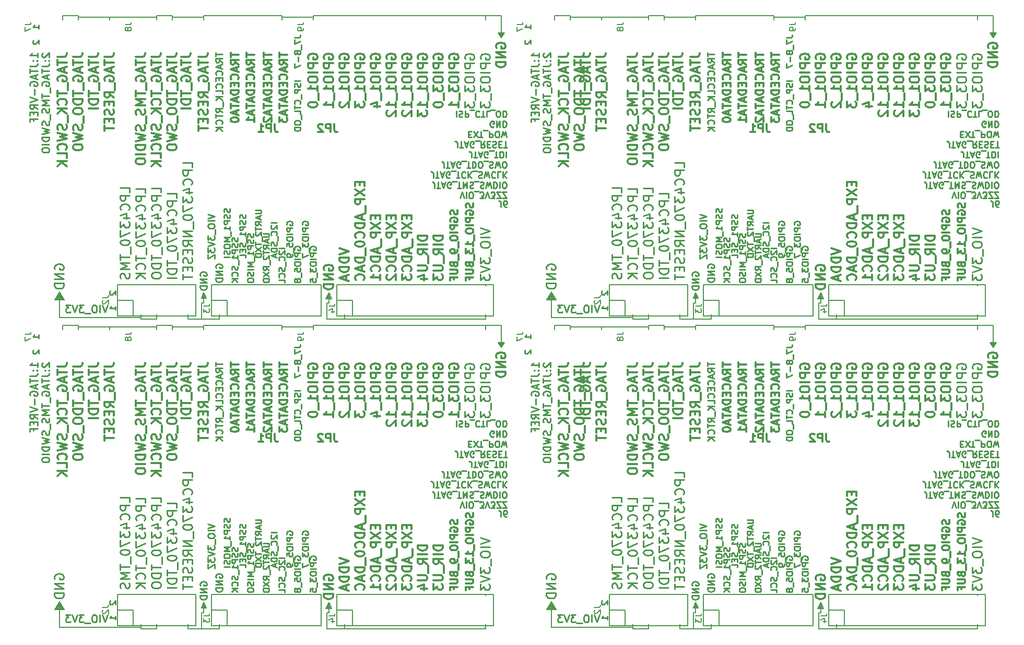
<source format=gbo>
G04 #@! TF.FileFunction,Legend,Bot*
%FSLAX46Y46*%
G04 Gerber Fmt 4.6, Leading zero omitted, Abs format (unit mm)*
G04 Created by KiCad (PCBNEW (after 2015-mar-04 BZR unknown)-product) date 2015年08月08日土曜日 23:09:20*
%MOMM*%
G01*
G04 APERTURE LIST*
%ADD10C,0.100000*%
%ADD11C,0.300000*%
%ADD12C,0.275000*%
%ADD13C,0.250000*%
%ADD14C,0.200000*%
%ADD15C,0.150000*%
%ADD16R,2.127200X2.127200*%
%ADD17O,2.127200X2.127200*%
G04 APERTURE END LIST*
D10*
D11*
X120717333Y31953905D02*
X120717333Y31025333D01*
X120779237Y30839619D01*
X120903047Y30715810D01*
X121088761Y30653905D01*
X121212571Y30653905D01*
X120098285Y30653905D02*
X120098285Y31953905D01*
X119603047Y31953905D01*
X119479238Y31892000D01*
X119417333Y31830095D01*
X119355428Y31706286D01*
X119355428Y31520571D01*
X119417333Y31396762D01*
X119479238Y31334857D01*
X119603047Y31272952D01*
X120098285Y31272952D01*
X118117333Y30653905D02*
X118860190Y30653905D01*
X118488761Y30653905D02*
X118488761Y31953905D01*
X118612571Y31768190D01*
X118736380Y31644381D01*
X118860190Y31582476D01*
X130369333Y31953905D02*
X130369333Y31025333D01*
X130431237Y30839619D01*
X130555047Y30715810D01*
X130740761Y30653905D01*
X130864571Y30653905D01*
X129750285Y30653905D02*
X129750285Y31953905D01*
X129255047Y31953905D01*
X129131238Y31892000D01*
X129069333Y31830095D01*
X129007428Y31706286D01*
X129007428Y31520571D01*
X129069333Y31396762D01*
X129131238Y31334857D01*
X129255047Y31272952D01*
X129750285Y31272952D01*
X128512190Y31830095D02*
X128450285Y31892000D01*
X128326476Y31953905D01*
X128016952Y31953905D01*
X127893142Y31892000D01*
X127831238Y31830095D01*
X127769333Y31706286D01*
X127769333Y31582476D01*
X127831238Y31396762D01*
X128574095Y30653905D01*
X127769333Y30653905D01*
X98238571Y42902286D02*
X99310000Y42902286D01*
X99524286Y42973714D01*
X99667143Y43116571D01*
X99738571Y43330857D01*
X99738571Y43473714D01*
X98238571Y42402286D02*
X98238571Y41545143D01*
X99738571Y41973714D02*
X98238571Y41973714D01*
X99310000Y41116572D02*
X99310000Y40402286D01*
X99738571Y41259429D02*
X98238571Y40759429D01*
X99738571Y40259429D01*
X98310000Y38973715D02*
X98238571Y39116572D01*
X98238571Y39330858D01*
X98310000Y39545143D01*
X98452857Y39688001D01*
X98595714Y39759429D01*
X98881429Y39830858D01*
X99095714Y39830858D01*
X99381429Y39759429D01*
X99524286Y39688001D01*
X99667143Y39545143D01*
X99738571Y39330858D01*
X99738571Y39188001D01*
X99667143Y38973715D01*
X99595714Y38902286D01*
X99095714Y38902286D01*
X99095714Y39188001D01*
X99881429Y38616572D02*
X99881429Y37473715D01*
X98238571Y37330858D02*
X98238571Y36473715D01*
X99738571Y36902286D02*
X98238571Y36902286D01*
X99738571Y35973715D02*
X98238571Y35973715D01*
X99310000Y35473715D01*
X98238571Y34973715D01*
X99738571Y34973715D01*
X99667143Y34330858D02*
X99738571Y34116572D01*
X99738571Y33759429D01*
X99667143Y33616572D01*
X99595714Y33545143D01*
X99452857Y33473715D01*
X99310000Y33473715D01*
X99167143Y33545143D01*
X99095714Y33616572D01*
X99024286Y33759429D01*
X98952857Y34045143D01*
X98881429Y34188001D01*
X98810000Y34259429D01*
X98667143Y34330858D01*
X98524286Y34330858D01*
X98381429Y34259429D01*
X98310000Y34188001D01*
X98238571Y34045143D01*
X98238571Y33688001D01*
X98310000Y33473715D01*
X99881429Y33188001D02*
X99881429Y32045144D01*
X99667143Y31759430D02*
X99738571Y31545144D01*
X99738571Y31188001D01*
X99667143Y31045144D01*
X99595714Y30973715D01*
X99452857Y30902287D01*
X99310000Y30902287D01*
X99167143Y30973715D01*
X99095714Y31045144D01*
X99024286Y31188001D01*
X98952857Y31473715D01*
X98881429Y31616573D01*
X98810000Y31688001D01*
X98667143Y31759430D01*
X98524286Y31759430D01*
X98381429Y31688001D01*
X98310000Y31616573D01*
X98238571Y31473715D01*
X98238571Y31116573D01*
X98310000Y30902287D01*
X98238571Y30402287D02*
X99738571Y30045144D01*
X98667143Y29759430D01*
X99738571Y29473716D01*
X98238571Y29116573D01*
X99738571Y28545144D02*
X98238571Y28545144D01*
X98238571Y28188001D01*
X98310000Y27973716D01*
X98452857Y27830858D01*
X98595714Y27759430D01*
X98881429Y27688001D01*
X99095714Y27688001D01*
X99381429Y27759430D01*
X99524286Y27830858D01*
X99667143Y27973716D01*
X99738571Y28188001D01*
X99738571Y28545144D01*
X99738571Y27045144D02*
X98238571Y27045144D01*
X98238571Y26045144D02*
X98238571Y25759430D01*
X98310000Y25616572D01*
X98452857Y25473715D01*
X98738571Y25402287D01*
X99238571Y25402287D01*
X99524286Y25473715D01*
X99667143Y25616572D01*
X99738571Y25759430D01*
X99738571Y26045144D01*
X99667143Y26188001D01*
X99524286Y26330858D01*
X99238571Y26402287D01*
X98738571Y26402287D01*
X98452857Y26330858D01*
X98310000Y26188001D01*
X98238571Y26045144D01*
X100778571Y42902286D02*
X101850000Y42902286D01*
X102064286Y42973714D01*
X102207143Y43116571D01*
X102278571Y43330857D01*
X102278571Y43473714D01*
X100778571Y42402286D02*
X100778571Y41545143D01*
X102278571Y41973714D02*
X100778571Y41973714D01*
X101850000Y41116572D02*
X101850000Y40402286D01*
X102278571Y41259429D02*
X100778571Y40759429D01*
X102278571Y40259429D01*
X100850000Y38973715D02*
X100778571Y39116572D01*
X100778571Y39330858D01*
X100850000Y39545143D01*
X100992857Y39688001D01*
X101135714Y39759429D01*
X101421429Y39830858D01*
X101635714Y39830858D01*
X101921429Y39759429D01*
X102064286Y39688001D01*
X102207143Y39545143D01*
X102278571Y39330858D01*
X102278571Y39188001D01*
X102207143Y38973715D01*
X102135714Y38902286D01*
X101635714Y38902286D01*
X101635714Y39188001D01*
X102421429Y38616572D02*
X102421429Y37473715D01*
X100778571Y37330858D02*
X100778571Y36473715D01*
X102278571Y36902286D02*
X100778571Y36902286D01*
X102135714Y35116572D02*
X102207143Y35188001D01*
X102278571Y35402287D01*
X102278571Y35545144D01*
X102207143Y35759429D01*
X102064286Y35902287D01*
X101921429Y35973715D01*
X101635714Y36045144D01*
X101421429Y36045144D01*
X101135714Y35973715D01*
X100992857Y35902287D01*
X100850000Y35759429D01*
X100778571Y35545144D01*
X100778571Y35402287D01*
X100850000Y35188001D01*
X100921429Y35116572D01*
X102278571Y34473715D02*
X100778571Y34473715D01*
X102278571Y33616572D02*
X101421429Y34259429D01*
X100778571Y33616572D02*
X101635714Y34473715D01*
X102421429Y33330858D02*
X102421429Y32188001D01*
X102207143Y31902287D02*
X102278571Y31688001D01*
X102278571Y31330858D01*
X102207143Y31188001D01*
X102135714Y31116572D01*
X101992857Y31045144D01*
X101850000Y31045144D01*
X101707143Y31116572D01*
X101635714Y31188001D01*
X101564286Y31330858D01*
X101492857Y31616572D01*
X101421429Y31759430D01*
X101350000Y31830858D01*
X101207143Y31902287D01*
X101064286Y31902287D01*
X100921429Y31830858D01*
X100850000Y31759430D01*
X100778571Y31616572D01*
X100778571Y31259430D01*
X100850000Y31045144D01*
X100778571Y30545144D02*
X102278571Y30188001D01*
X101207143Y29902287D01*
X102278571Y29616573D01*
X100778571Y29259430D01*
X102135714Y27830858D02*
X102207143Y27902287D01*
X102278571Y28116573D01*
X102278571Y28259430D01*
X102207143Y28473715D01*
X102064286Y28616573D01*
X101921429Y28688001D01*
X101635714Y28759430D01*
X101421429Y28759430D01*
X101135714Y28688001D01*
X100992857Y28616573D01*
X100850000Y28473715D01*
X100778571Y28259430D01*
X100778571Y28116573D01*
X100850000Y27902287D01*
X100921429Y27830858D01*
X102278571Y26473715D02*
X102278571Y27188001D01*
X100778571Y27188001D01*
X102278571Y25973715D02*
X100778571Y25973715D01*
X102278571Y25116572D02*
X101421429Y25759429D01*
X100778571Y25116572D02*
X101635714Y25973715D01*
X103318571Y42902286D02*
X104390000Y42902286D01*
X104604286Y42973714D01*
X104747143Y43116571D01*
X104818571Y43330857D01*
X104818571Y43473714D01*
X103318571Y42402286D02*
X103318571Y41545143D01*
X104818571Y41973714D02*
X103318571Y41973714D01*
X104390000Y41116572D02*
X104390000Y40402286D01*
X104818571Y41259429D02*
X103318571Y40759429D01*
X104818571Y40259429D01*
X103390000Y38973715D02*
X103318571Y39116572D01*
X103318571Y39330858D01*
X103390000Y39545143D01*
X103532857Y39688001D01*
X103675714Y39759429D01*
X103961429Y39830858D01*
X104175714Y39830858D01*
X104461429Y39759429D01*
X104604286Y39688001D01*
X104747143Y39545143D01*
X104818571Y39330858D01*
X104818571Y39188001D01*
X104747143Y38973715D01*
X104675714Y38902286D01*
X104175714Y38902286D01*
X104175714Y39188001D01*
X104961429Y38616572D02*
X104961429Y37473715D01*
X103318571Y37330858D02*
X103318571Y36473715D01*
X104818571Y36902286D02*
X103318571Y36902286D01*
X104818571Y35973715D02*
X103318571Y35973715D01*
X103318571Y35616572D01*
X103390000Y35402287D01*
X103532857Y35259429D01*
X103675714Y35188001D01*
X103961429Y35116572D01*
X104175714Y35116572D01*
X104461429Y35188001D01*
X104604286Y35259429D01*
X104747143Y35402287D01*
X104818571Y35616572D01*
X104818571Y35973715D01*
X103318571Y34188001D02*
X103318571Y33902287D01*
X103390000Y33759429D01*
X103532857Y33616572D01*
X103818571Y33545144D01*
X104318571Y33545144D01*
X104604286Y33616572D01*
X104747143Y33759429D01*
X104818571Y33902287D01*
X104818571Y34188001D01*
X104747143Y34330858D01*
X104604286Y34473715D01*
X104318571Y34545144D01*
X103818571Y34545144D01*
X103532857Y34473715D01*
X103390000Y34330858D01*
X103318571Y34188001D01*
X104961429Y33259429D02*
X104961429Y32116572D01*
X104747143Y31830858D02*
X104818571Y31616572D01*
X104818571Y31259429D01*
X104747143Y31116572D01*
X104675714Y31045143D01*
X104532857Y30973715D01*
X104390000Y30973715D01*
X104247143Y31045143D01*
X104175714Y31116572D01*
X104104286Y31259429D01*
X104032857Y31545143D01*
X103961429Y31688001D01*
X103890000Y31759429D01*
X103747143Y31830858D01*
X103604286Y31830858D01*
X103461429Y31759429D01*
X103390000Y31688001D01*
X103318571Y31545143D01*
X103318571Y31188001D01*
X103390000Y30973715D01*
X103318571Y30473715D02*
X104818571Y30116572D01*
X103747143Y29830858D01*
X104818571Y29545144D01*
X103318571Y29188001D01*
X103318571Y28330858D02*
X103318571Y28045144D01*
X103390000Y27902286D01*
X103532857Y27759429D01*
X103818571Y27688001D01*
X104318571Y27688001D01*
X104604286Y27759429D01*
X104747143Y27902286D01*
X104818571Y28045144D01*
X104818571Y28330858D01*
X104747143Y28473715D01*
X104604286Y28616572D01*
X104318571Y28688001D01*
X103818571Y28688001D01*
X103532857Y28616572D01*
X103390000Y28473715D01*
X103318571Y28330858D01*
X105604571Y42902286D02*
X106676000Y42902286D01*
X106890286Y42973714D01*
X107033143Y43116571D01*
X107104571Y43330857D01*
X107104571Y43473714D01*
X105604571Y42402286D02*
X105604571Y41545143D01*
X107104571Y41973714D02*
X105604571Y41973714D01*
X106676000Y41116572D02*
X106676000Y40402286D01*
X107104571Y41259429D02*
X105604571Y40759429D01*
X107104571Y40259429D01*
X105676000Y38973715D02*
X105604571Y39116572D01*
X105604571Y39330858D01*
X105676000Y39545143D01*
X105818857Y39688001D01*
X105961714Y39759429D01*
X106247429Y39830858D01*
X106461714Y39830858D01*
X106747429Y39759429D01*
X106890286Y39688001D01*
X107033143Y39545143D01*
X107104571Y39330858D01*
X107104571Y39188001D01*
X107033143Y38973715D01*
X106961714Y38902286D01*
X106461714Y38902286D01*
X106461714Y39188001D01*
X107247429Y38616572D02*
X107247429Y37473715D01*
X105604571Y37330858D02*
X105604571Y36473715D01*
X107104571Y36902286D02*
X105604571Y36902286D01*
X107104571Y35973715D02*
X105604571Y35973715D01*
X105604571Y35616572D01*
X105676000Y35402287D01*
X105818857Y35259429D01*
X105961714Y35188001D01*
X106247429Y35116572D01*
X106461714Y35116572D01*
X106747429Y35188001D01*
X106890286Y35259429D01*
X107033143Y35402287D01*
X107104571Y35616572D01*
X107104571Y35973715D01*
X107104571Y34473715D02*
X105604571Y34473715D01*
X108398571Y42902286D02*
X109470000Y42902286D01*
X109684286Y42973714D01*
X109827143Y43116571D01*
X109898571Y43330857D01*
X109898571Y43473714D01*
X108398571Y42402286D02*
X108398571Y41545143D01*
X109898571Y41973714D02*
X108398571Y41973714D01*
X109470000Y41116572D02*
X109470000Y40402286D01*
X109898571Y41259429D02*
X108398571Y40759429D01*
X109898571Y40259429D01*
X108470000Y38973715D02*
X108398571Y39116572D01*
X108398571Y39330858D01*
X108470000Y39545143D01*
X108612857Y39688001D01*
X108755714Y39759429D01*
X109041429Y39830858D01*
X109255714Y39830858D01*
X109541429Y39759429D01*
X109684286Y39688001D01*
X109827143Y39545143D01*
X109898571Y39330858D01*
X109898571Y39188001D01*
X109827143Y38973715D01*
X109755714Y38902286D01*
X109255714Y38902286D01*
X109255714Y39188001D01*
X110041429Y38616572D02*
X110041429Y37473715D01*
X109898571Y36259429D02*
X109184286Y36759429D01*
X109898571Y37116572D02*
X108398571Y37116572D01*
X108398571Y36545144D01*
X108470000Y36402286D01*
X108541429Y36330858D01*
X108684286Y36259429D01*
X108898571Y36259429D01*
X109041429Y36330858D01*
X109112857Y36402286D01*
X109184286Y36545144D01*
X109184286Y37116572D01*
X109112857Y35616572D02*
X109112857Y35116572D01*
X109898571Y34902286D02*
X109898571Y35616572D01*
X108398571Y35616572D01*
X108398571Y34902286D01*
X109827143Y34330858D02*
X109898571Y34116572D01*
X109898571Y33759429D01*
X109827143Y33616572D01*
X109755714Y33545143D01*
X109612857Y33473715D01*
X109470000Y33473715D01*
X109327143Y33545143D01*
X109255714Y33616572D01*
X109184286Y33759429D01*
X109112857Y34045143D01*
X109041429Y34188001D01*
X108970000Y34259429D01*
X108827143Y34330858D01*
X108684286Y34330858D01*
X108541429Y34259429D01*
X108470000Y34188001D01*
X108398571Y34045143D01*
X108398571Y33688001D01*
X108470000Y33473715D01*
X109112857Y32830858D02*
X109112857Y32330858D01*
X109898571Y32116572D02*
X109898571Y32830858D01*
X108398571Y32830858D01*
X108398571Y32116572D01*
X108398571Y31688001D02*
X108398571Y30830858D01*
X109898571Y31259429D02*
X108398571Y31259429D01*
D12*
X111157619Y43583238D02*
X111157619Y42954667D01*
X112257619Y43268952D02*
X111157619Y43268952D01*
X112257619Y41959429D02*
X111733810Y42326095D01*
X112257619Y42588000D02*
X111157619Y42588000D01*
X111157619Y42168953D01*
X111210000Y42064191D01*
X111262381Y42011810D01*
X111367143Y41959429D01*
X111524286Y41959429D01*
X111629048Y42011810D01*
X111681429Y42064191D01*
X111733810Y42168953D01*
X111733810Y42588000D01*
X111943333Y41540381D02*
X111943333Y41016572D01*
X112257619Y41645143D02*
X111157619Y41278476D01*
X112257619Y40911810D01*
X112152857Y39916572D02*
X112205238Y39968953D01*
X112257619Y40126096D01*
X112257619Y40230858D01*
X112205238Y40388000D01*
X112100476Y40492762D01*
X111995714Y40545143D01*
X111786190Y40597524D01*
X111629048Y40597524D01*
X111419524Y40545143D01*
X111314762Y40492762D01*
X111210000Y40388000D01*
X111157619Y40230858D01*
X111157619Y40126096D01*
X111210000Y39968953D01*
X111262381Y39916572D01*
X111681429Y39445143D02*
X111681429Y39078477D01*
X112257619Y38921334D02*
X112257619Y39445143D01*
X111157619Y39445143D01*
X111157619Y38921334D01*
X112152857Y37821334D02*
X112205238Y37873715D01*
X112257619Y38030858D01*
X112257619Y38135620D01*
X112205238Y38292762D01*
X112100476Y38397524D01*
X111995714Y38449905D01*
X111786190Y38502286D01*
X111629048Y38502286D01*
X111419524Y38449905D01*
X111314762Y38397524D01*
X111210000Y38292762D01*
X111157619Y38135620D01*
X111157619Y38030858D01*
X111210000Y37873715D01*
X111262381Y37821334D01*
X112257619Y36826096D02*
X112257619Y37349905D01*
X111157619Y37349905D01*
X112257619Y36459429D02*
X111157619Y36459429D01*
X112257619Y35830858D02*
X111629048Y36302286D01*
X111157619Y35830858D02*
X111786190Y36459429D01*
X112362381Y35621334D02*
X112362381Y34783239D01*
X112257619Y33892763D02*
X111733810Y34259429D01*
X112257619Y34521334D02*
X111157619Y34521334D01*
X111157619Y34102287D01*
X111210000Y33997525D01*
X111262381Y33945144D01*
X111367143Y33892763D01*
X111524286Y33892763D01*
X111629048Y33945144D01*
X111681429Y33997525D01*
X111733810Y34102287D01*
X111733810Y34521334D01*
X111157619Y33578477D02*
X111157619Y32949906D01*
X112257619Y33264191D02*
X111157619Y33264191D01*
X112152857Y31954668D02*
X112205238Y32007049D01*
X112257619Y32164192D01*
X112257619Y32268954D01*
X112205238Y32426096D01*
X112100476Y32530858D01*
X111995714Y32583239D01*
X111786190Y32635620D01*
X111629048Y32635620D01*
X111419524Y32583239D01*
X111314762Y32530858D01*
X111210000Y32426096D01*
X111157619Y32268954D01*
X111157619Y32164192D01*
X111210000Y32007049D01*
X111262381Y31954668D01*
X112257619Y31483239D02*
X111157619Y31483239D01*
X112257619Y30854668D02*
X111629048Y31326096D01*
X111157619Y30854668D02*
X111786190Y31483239D01*
D11*
X113588095Y43541237D02*
X113588095Y42798380D01*
X114888095Y43169809D02*
X113588095Y43169809D01*
X114888095Y41622190D02*
X114269048Y42055523D01*
X114888095Y42365047D02*
X113588095Y42365047D01*
X113588095Y41869809D01*
X113650000Y41746000D01*
X113711905Y41684095D01*
X113835714Y41622190D01*
X114021429Y41622190D01*
X114145238Y41684095D01*
X114207143Y41746000D01*
X114269048Y41869809D01*
X114269048Y42365047D01*
X114516667Y41126952D02*
X114516667Y40507904D01*
X114888095Y41250761D02*
X113588095Y40817428D01*
X114888095Y40384095D01*
X114764286Y39207904D02*
X114826190Y39269809D01*
X114888095Y39455523D01*
X114888095Y39579333D01*
X114826190Y39765047D01*
X114702381Y39888856D01*
X114578571Y39950761D01*
X114330952Y40012666D01*
X114145238Y40012666D01*
X113897619Y39950761D01*
X113773810Y39888856D01*
X113650000Y39765047D01*
X113588095Y39579333D01*
X113588095Y39455523D01*
X113650000Y39269809D01*
X113711905Y39207904D01*
X114207143Y38650761D02*
X114207143Y38217428D01*
X114888095Y38031714D02*
X114888095Y38650761D01*
X113588095Y38650761D01*
X113588095Y38031714D01*
X114888095Y37474571D02*
X113588095Y37474571D01*
X113588095Y37165047D01*
X113650000Y36979333D01*
X113773810Y36855524D01*
X113897619Y36793619D01*
X114145238Y36731714D01*
X114330952Y36731714D01*
X114578571Y36793619D01*
X114702381Y36855524D01*
X114826190Y36979333D01*
X114888095Y37165047D01*
X114888095Y37474571D01*
X114516667Y36236476D02*
X114516667Y35617428D01*
X114888095Y36360285D02*
X113588095Y35926952D01*
X114888095Y35493619D01*
X113588095Y35245999D02*
X113588095Y34503142D01*
X114888095Y34874571D02*
X113588095Y34874571D01*
X114516667Y34131714D02*
X114516667Y33512666D01*
X114888095Y34255523D02*
X113588095Y33822190D01*
X114888095Y33388857D01*
X113588095Y32707904D02*
X113588095Y32584095D01*
X113650000Y32460285D01*
X113711905Y32398380D01*
X113835714Y32336476D01*
X114083333Y32274571D01*
X114392857Y32274571D01*
X114640476Y32336476D01*
X114764286Y32398380D01*
X114826190Y32460285D01*
X114888095Y32584095D01*
X114888095Y32707904D01*
X114826190Y32831714D01*
X114764286Y32893618D01*
X114640476Y32955523D01*
X114392857Y33017428D01*
X114083333Y33017428D01*
X113835714Y32955523D01*
X113711905Y32893618D01*
X113650000Y32831714D01*
X113588095Y32707904D01*
X116128095Y43541237D02*
X116128095Y42798380D01*
X117428095Y43169809D02*
X116128095Y43169809D01*
X117428095Y41622190D02*
X116809048Y42055523D01*
X117428095Y42365047D02*
X116128095Y42365047D01*
X116128095Y41869809D01*
X116190000Y41746000D01*
X116251905Y41684095D01*
X116375714Y41622190D01*
X116561429Y41622190D01*
X116685238Y41684095D01*
X116747143Y41746000D01*
X116809048Y41869809D01*
X116809048Y42365047D01*
X117056667Y41126952D02*
X117056667Y40507904D01*
X117428095Y41250761D02*
X116128095Y40817428D01*
X117428095Y40384095D01*
X117304286Y39207904D02*
X117366190Y39269809D01*
X117428095Y39455523D01*
X117428095Y39579333D01*
X117366190Y39765047D01*
X117242381Y39888856D01*
X117118571Y39950761D01*
X116870952Y40012666D01*
X116685238Y40012666D01*
X116437619Y39950761D01*
X116313810Y39888856D01*
X116190000Y39765047D01*
X116128095Y39579333D01*
X116128095Y39455523D01*
X116190000Y39269809D01*
X116251905Y39207904D01*
X116747143Y38650761D02*
X116747143Y38217428D01*
X117428095Y38031714D02*
X117428095Y38650761D01*
X116128095Y38650761D01*
X116128095Y38031714D01*
X117428095Y37474571D02*
X116128095Y37474571D01*
X116128095Y37165047D01*
X116190000Y36979333D01*
X116313810Y36855524D01*
X116437619Y36793619D01*
X116685238Y36731714D01*
X116870952Y36731714D01*
X117118571Y36793619D01*
X117242381Y36855524D01*
X117366190Y36979333D01*
X117428095Y37165047D01*
X117428095Y37474571D01*
X117056667Y36236476D02*
X117056667Y35617428D01*
X117428095Y36360285D02*
X116128095Y35926952D01*
X117428095Y35493619D01*
X116128095Y35245999D02*
X116128095Y34503142D01*
X117428095Y34874571D02*
X116128095Y34874571D01*
X117056667Y34131714D02*
X117056667Y33512666D01*
X117428095Y34255523D02*
X116128095Y33822190D01*
X117428095Y33388857D01*
X117428095Y32274571D02*
X117428095Y33017428D01*
X117428095Y32645999D02*
X116128095Y32645999D01*
X116313810Y32769809D01*
X116437619Y32893618D01*
X116499524Y33017428D01*
X118922095Y43541237D02*
X118922095Y42798380D01*
X120222095Y43169809D02*
X118922095Y43169809D01*
X120222095Y41622190D02*
X119603048Y42055523D01*
X120222095Y42365047D02*
X118922095Y42365047D01*
X118922095Y41869809D01*
X118984000Y41746000D01*
X119045905Y41684095D01*
X119169714Y41622190D01*
X119355429Y41622190D01*
X119479238Y41684095D01*
X119541143Y41746000D01*
X119603048Y41869809D01*
X119603048Y42365047D01*
X119850667Y41126952D02*
X119850667Y40507904D01*
X120222095Y41250761D02*
X118922095Y40817428D01*
X120222095Y40384095D01*
X120098286Y39207904D02*
X120160190Y39269809D01*
X120222095Y39455523D01*
X120222095Y39579333D01*
X120160190Y39765047D01*
X120036381Y39888856D01*
X119912571Y39950761D01*
X119664952Y40012666D01*
X119479238Y40012666D01*
X119231619Y39950761D01*
X119107810Y39888856D01*
X118984000Y39765047D01*
X118922095Y39579333D01*
X118922095Y39455523D01*
X118984000Y39269809D01*
X119045905Y39207904D01*
X119541143Y38650761D02*
X119541143Y38217428D01*
X120222095Y38031714D02*
X120222095Y38650761D01*
X118922095Y38650761D01*
X118922095Y38031714D01*
X120222095Y37474571D02*
X118922095Y37474571D01*
X118922095Y37165047D01*
X118984000Y36979333D01*
X119107810Y36855524D01*
X119231619Y36793619D01*
X119479238Y36731714D01*
X119664952Y36731714D01*
X119912571Y36793619D01*
X120036381Y36855524D01*
X120160190Y36979333D01*
X120222095Y37165047D01*
X120222095Y37474571D01*
X119850667Y36236476D02*
X119850667Y35617428D01*
X120222095Y36360285D02*
X118922095Y35926952D01*
X120222095Y35493619D01*
X118922095Y35245999D02*
X118922095Y34503142D01*
X120222095Y34874571D02*
X118922095Y34874571D01*
X119850667Y34131714D02*
X119850667Y33512666D01*
X120222095Y34255523D02*
X118922095Y33822190D01*
X120222095Y33388857D01*
X119045905Y33017428D02*
X118984000Y32955523D01*
X118922095Y32831714D01*
X118922095Y32522190D01*
X118984000Y32398380D01*
X119045905Y32336476D01*
X119169714Y32274571D01*
X119293524Y32274571D01*
X119479238Y32336476D01*
X120222095Y33079333D01*
X120222095Y32274571D01*
X121462095Y43541237D02*
X121462095Y42798380D01*
X122762095Y43169809D02*
X121462095Y43169809D01*
X122762095Y41622190D02*
X122143048Y42055523D01*
X122762095Y42365047D02*
X121462095Y42365047D01*
X121462095Y41869809D01*
X121524000Y41746000D01*
X121585905Y41684095D01*
X121709714Y41622190D01*
X121895429Y41622190D01*
X122019238Y41684095D01*
X122081143Y41746000D01*
X122143048Y41869809D01*
X122143048Y42365047D01*
X122390667Y41126952D02*
X122390667Y40507904D01*
X122762095Y41250761D02*
X121462095Y40817428D01*
X122762095Y40384095D01*
X122638286Y39207904D02*
X122700190Y39269809D01*
X122762095Y39455523D01*
X122762095Y39579333D01*
X122700190Y39765047D01*
X122576381Y39888856D01*
X122452571Y39950761D01*
X122204952Y40012666D01*
X122019238Y40012666D01*
X121771619Y39950761D01*
X121647810Y39888856D01*
X121524000Y39765047D01*
X121462095Y39579333D01*
X121462095Y39455523D01*
X121524000Y39269809D01*
X121585905Y39207904D01*
X122081143Y38650761D02*
X122081143Y38217428D01*
X122762095Y38031714D02*
X122762095Y38650761D01*
X121462095Y38650761D01*
X121462095Y38031714D01*
X122762095Y37474571D02*
X121462095Y37474571D01*
X121462095Y37165047D01*
X121524000Y36979333D01*
X121647810Y36855524D01*
X121771619Y36793619D01*
X122019238Y36731714D01*
X122204952Y36731714D01*
X122452571Y36793619D01*
X122576381Y36855524D01*
X122700190Y36979333D01*
X122762095Y37165047D01*
X122762095Y37474571D01*
X122390667Y36236476D02*
X122390667Y35617428D01*
X122762095Y36360285D02*
X121462095Y35926952D01*
X122762095Y35493619D01*
X121462095Y35245999D02*
X121462095Y34503142D01*
X122762095Y34874571D02*
X121462095Y34874571D01*
X122390667Y34131714D02*
X122390667Y33512666D01*
X122762095Y34255523D02*
X121462095Y33822190D01*
X122762095Y33388857D01*
X121462095Y33079333D02*
X121462095Y32274571D01*
X121957333Y32707904D01*
X121957333Y32522190D01*
X122019238Y32398380D01*
X122081143Y32336476D01*
X122204952Y32274571D01*
X122514476Y32274571D01*
X122638286Y32336476D01*
X122700190Y32398380D01*
X122762095Y32522190D01*
X122762095Y32893618D01*
X122700190Y33017428D01*
X122638286Y33079333D01*
X126250000Y42545143D02*
X126178571Y42688000D01*
X126178571Y42902286D01*
X126250000Y43116571D01*
X126392857Y43259429D01*
X126535714Y43330857D01*
X126821429Y43402286D01*
X127035714Y43402286D01*
X127321429Y43330857D01*
X127464286Y43259429D01*
X127607143Y43116571D01*
X127678571Y42902286D01*
X127678571Y42759429D01*
X127607143Y42545143D01*
X127535714Y42473714D01*
X127035714Y42473714D01*
X127035714Y42759429D01*
X127678571Y41830857D02*
X126178571Y41830857D01*
X126178571Y41259429D01*
X126250000Y41116571D01*
X126321429Y41045143D01*
X126464286Y40973714D01*
X126678571Y40973714D01*
X126821429Y41045143D01*
X126892857Y41116571D01*
X126964286Y41259429D01*
X126964286Y41830857D01*
X127678571Y40330857D02*
X126178571Y40330857D01*
X126178571Y39330857D02*
X126178571Y39045143D01*
X126250000Y38902285D01*
X126392857Y38759428D01*
X126678571Y38688000D01*
X127178571Y38688000D01*
X127464286Y38759428D01*
X127607143Y38902285D01*
X127678571Y39045143D01*
X127678571Y39330857D01*
X127607143Y39473714D01*
X127464286Y39616571D01*
X127178571Y39688000D01*
X126678571Y39688000D01*
X126392857Y39616571D01*
X126250000Y39473714D01*
X126178571Y39330857D01*
X127678571Y37259428D02*
X127678571Y38116571D01*
X127678571Y37687999D02*
X126178571Y37687999D01*
X126392857Y37830856D01*
X126535714Y37973714D01*
X126607143Y38116571D01*
X127821429Y36973714D02*
X127821429Y35830857D01*
X126178571Y35188000D02*
X126178571Y35045143D01*
X126250000Y34902286D01*
X126321429Y34830857D01*
X126464286Y34759428D01*
X126750000Y34688000D01*
X127107143Y34688000D01*
X127392857Y34759428D01*
X127535714Y34830857D01*
X127607143Y34902286D01*
X127678571Y35045143D01*
X127678571Y35188000D01*
X127607143Y35330857D01*
X127535714Y35402286D01*
X127392857Y35473714D01*
X127107143Y35545143D01*
X126750000Y35545143D01*
X126464286Y35473714D01*
X126321429Y35402286D01*
X126250000Y35330857D01*
X126178571Y35188000D01*
X128790000Y42545143D02*
X128718571Y42688000D01*
X128718571Y42902286D01*
X128790000Y43116571D01*
X128932857Y43259429D01*
X129075714Y43330857D01*
X129361429Y43402286D01*
X129575714Y43402286D01*
X129861429Y43330857D01*
X130004286Y43259429D01*
X130147143Y43116571D01*
X130218571Y42902286D01*
X130218571Y42759429D01*
X130147143Y42545143D01*
X130075714Y42473714D01*
X129575714Y42473714D01*
X129575714Y42759429D01*
X130218571Y41830857D02*
X128718571Y41830857D01*
X128718571Y41259429D01*
X128790000Y41116571D01*
X128861429Y41045143D01*
X129004286Y40973714D01*
X129218571Y40973714D01*
X129361429Y41045143D01*
X129432857Y41116571D01*
X129504286Y41259429D01*
X129504286Y41830857D01*
X130218571Y40330857D02*
X128718571Y40330857D01*
X128718571Y39330857D02*
X128718571Y39045143D01*
X128790000Y38902285D01*
X128932857Y38759428D01*
X129218571Y38688000D01*
X129718571Y38688000D01*
X130004286Y38759428D01*
X130147143Y38902285D01*
X130218571Y39045143D01*
X130218571Y39330857D01*
X130147143Y39473714D01*
X130004286Y39616571D01*
X129718571Y39688000D01*
X129218571Y39688000D01*
X128932857Y39616571D01*
X128790000Y39473714D01*
X128718571Y39330857D01*
X130218571Y37259428D02*
X130218571Y38116571D01*
X130218571Y37687999D02*
X128718571Y37687999D01*
X128932857Y37830856D01*
X129075714Y37973714D01*
X129147143Y38116571D01*
X130361429Y36973714D02*
X130361429Y35830857D01*
X130218571Y34688000D02*
X130218571Y35545143D01*
X130218571Y35116571D02*
X128718571Y35116571D01*
X128932857Y35259428D01*
X129075714Y35402286D01*
X129147143Y35545143D01*
X131330000Y42545143D02*
X131258571Y42688000D01*
X131258571Y42902286D01*
X131330000Y43116571D01*
X131472857Y43259429D01*
X131615714Y43330857D01*
X131901429Y43402286D01*
X132115714Y43402286D01*
X132401429Y43330857D01*
X132544286Y43259429D01*
X132687143Y43116571D01*
X132758571Y42902286D01*
X132758571Y42759429D01*
X132687143Y42545143D01*
X132615714Y42473714D01*
X132115714Y42473714D01*
X132115714Y42759429D01*
X132758571Y41830857D02*
X131258571Y41830857D01*
X131258571Y41259429D01*
X131330000Y41116571D01*
X131401429Y41045143D01*
X131544286Y40973714D01*
X131758571Y40973714D01*
X131901429Y41045143D01*
X131972857Y41116571D01*
X132044286Y41259429D01*
X132044286Y41830857D01*
X132758571Y40330857D02*
X131258571Y40330857D01*
X131258571Y39330857D02*
X131258571Y39045143D01*
X131330000Y38902285D01*
X131472857Y38759428D01*
X131758571Y38688000D01*
X132258571Y38688000D01*
X132544286Y38759428D01*
X132687143Y38902285D01*
X132758571Y39045143D01*
X132758571Y39330857D01*
X132687143Y39473714D01*
X132544286Y39616571D01*
X132258571Y39688000D01*
X131758571Y39688000D01*
X131472857Y39616571D01*
X131330000Y39473714D01*
X131258571Y39330857D01*
X132758571Y37259428D02*
X132758571Y38116571D01*
X132758571Y37687999D02*
X131258571Y37687999D01*
X131472857Y37830856D01*
X131615714Y37973714D01*
X131687143Y38116571D01*
X132901429Y36973714D02*
X132901429Y35830857D01*
X131401429Y35545143D02*
X131330000Y35473714D01*
X131258571Y35330857D01*
X131258571Y34973714D01*
X131330000Y34830857D01*
X131401429Y34759428D01*
X131544286Y34688000D01*
X131687143Y34688000D01*
X131901429Y34759428D01*
X132758571Y35616571D01*
X132758571Y34688000D01*
X133870000Y42545143D02*
X133798571Y42688000D01*
X133798571Y42902286D01*
X133870000Y43116571D01*
X134012857Y43259429D01*
X134155714Y43330857D01*
X134441429Y43402286D01*
X134655714Y43402286D01*
X134941429Y43330857D01*
X135084286Y43259429D01*
X135227143Y43116571D01*
X135298571Y42902286D01*
X135298571Y42759429D01*
X135227143Y42545143D01*
X135155714Y42473714D01*
X134655714Y42473714D01*
X134655714Y42759429D01*
X135298571Y41830857D02*
X133798571Y41830857D01*
X133798571Y41259429D01*
X133870000Y41116571D01*
X133941429Y41045143D01*
X134084286Y40973714D01*
X134298571Y40973714D01*
X134441429Y41045143D01*
X134512857Y41116571D01*
X134584286Y41259429D01*
X134584286Y41830857D01*
X135298571Y40330857D02*
X133798571Y40330857D01*
X133798571Y39330857D02*
X133798571Y39045143D01*
X133870000Y38902285D01*
X134012857Y38759428D01*
X134298571Y38688000D01*
X134798571Y38688000D01*
X135084286Y38759428D01*
X135227143Y38902285D01*
X135298571Y39045143D01*
X135298571Y39330857D01*
X135227143Y39473714D01*
X135084286Y39616571D01*
X134798571Y39688000D01*
X134298571Y39688000D01*
X134012857Y39616571D01*
X133870000Y39473714D01*
X133798571Y39330857D01*
X135298571Y37259428D02*
X135298571Y38116571D01*
X135298571Y37687999D02*
X133798571Y37687999D01*
X134012857Y37830856D01*
X134155714Y37973714D01*
X134227143Y38116571D01*
X135441429Y36973714D02*
X135441429Y35830857D01*
X133798571Y35616571D02*
X133798571Y34688000D01*
X134370000Y35188000D01*
X134370000Y34973714D01*
X134441429Y34830857D01*
X134512857Y34759428D01*
X134655714Y34688000D01*
X135012857Y34688000D01*
X135155714Y34759428D01*
X135227143Y34830857D01*
X135298571Y34973714D01*
X135298571Y35402286D01*
X135227143Y35545143D01*
X135155714Y35616571D01*
X136410000Y42545143D02*
X136338571Y42688000D01*
X136338571Y42902286D01*
X136410000Y43116571D01*
X136552857Y43259429D01*
X136695714Y43330857D01*
X136981429Y43402286D01*
X137195714Y43402286D01*
X137481429Y43330857D01*
X137624286Y43259429D01*
X137767143Y43116571D01*
X137838571Y42902286D01*
X137838571Y42759429D01*
X137767143Y42545143D01*
X137695714Y42473714D01*
X137195714Y42473714D01*
X137195714Y42759429D01*
X137838571Y41830857D02*
X136338571Y41830857D01*
X136338571Y41259429D01*
X136410000Y41116571D01*
X136481429Y41045143D01*
X136624286Y40973714D01*
X136838571Y40973714D01*
X136981429Y41045143D01*
X137052857Y41116571D01*
X137124286Y41259429D01*
X137124286Y41830857D01*
X137838571Y40330857D02*
X136338571Y40330857D01*
X136338571Y39330857D02*
X136338571Y39045143D01*
X136410000Y38902285D01*
X136552857Y38759428D01*
X136838571Y38688000D01*
X137338571Y38688000D01*
X137624286Y38759428D01*
X137767143Y38902285D01*
X137838571Y39045143D01*
X137838571Y39330857D01*
X137767143Y39473714D01*
X137624286Y39616571D01*
X137338571Y39688000D01*
X136838571Y39688000D01*
X136552857Y39616571D01*
X136410000Y39473714D01*
X136338571Y39330857D01*
X137838571Y37259428D02*
X137838571Y38116571D01*
X137838571Y37687999D02*
X136338571Y37687999D01*
X136552857Y37830856D01*
X136695714Y37973714D01*
X136767143Y38116571D01*
X137981429Y36973714D02*
X137981429Y35830857D01*
X136838571Y34830857D02*
X137838571Y34830857D01*
X136267143Y35188000D02*
X137338571Y35545143D01*
X137338571Y34616571D01*
X138950000Y42545143D02*
X138878571Y42688000D01*
X138878571Y42902286D01*
X138950000Y43116571D01*
X139092857Y43259429D01*
X139235714Y43330857D01*
X139521429Y43402286D01*
X139735714Y43402286D01*
X140021429Y43330857D01*
X140164286Y43259429D01*
X140307143Y43116571D01*
X140378571Y42902286D01*
X140378571Y42759429D01*
X140307143Y42545143D01*
X140235714Y42473714D01*
X139735714Y42473714D01*
X139735714Y42759429D01*
X140378571Y41830857D02*
X138878571Y41830857D01*
X138878571Y41259429D01*
X138950000Y41116571D01*
X139021429Y41045143D01*
X139164286Y40973714D01*
X139378571Y40973714D01*
X139521429Y41045143D01*
X139592857Y41116571D01*
X139664286Y41259429D01*
X139664286Y41830857D01*
X140378571Y40330857D02*
X138878571Y40330857D01*
X138878571Y39330857D02*
X138878571Y39045143D01*
X138950000Y38902285D01*
X139092857Y38759428D01*
X139378571Y38688000D01*
X139878571Y38688000D01*
X140164286Y38759428D01*
X140307143Y38902285D01*
X140378571Y39045143D01*
X140378571Y39330857D01*
X140307143Y39473714D01*
X140164286Y39616571D01*
X139878571Y39688000D01*
X139378571Y39688000D01*
X139092857Y39616571D01*
X138950000Y39473714D01*
X138878571Y39330857D01*
X140378571Y37259428D02*
X140378571Y38116571D01*
X140378571Y37687999D02*
X138878571Y37687999D01*
X139092857Y37830856D01*
X139235714Y37973714D01*
X139307143Y38116571D01*
X140521429Y36973714D02*
X140521429Y35830857D01*
X140378571Y34688000D02*
X140378571Y35545143D01*
X140378571Y35116571D02*
X138878571Y35116571D01*
X139092857Y35259428D01*
X139235714Y35402286D01*
X139307143Y35545143D01*
X139021429Y34116572D02*
X138950000Y34045143D01*
X138878571Y33902286D01*
X138878571Y33545143D01*
X138950000Y33402286D01*
X139021429Y33330857D01*
X139164286Y33259429D01*
X139307143Y33259429D01*
X139521429Y33330857D01*
X140378571Y34188000D01*
X140378571Y33259429D01*
X141490000Y42545143D02*
X141418571Y42688000D01*
X141418571Y42902286D01*
X141490000Y43116571D01*
X141632857Y43259429D01*
X141775714Y43330857D01*
X142061429Y43402286D01*
X142275714Y43402286D01*
X142561429Y43330857D01*
X142704286Y43259429D01*
X142847143Y43116571D01*
X142918571Y42902286D01*
X142918571Y42759429D01*
X142847143Y42545143D01*
X142775714Y42473714D01*
X142275714Y42473714D01*
X142275714Y42759429D01*
X142918571Y41830857D02*
X141418571Y41830857D01*
X141418571Y41259429D01*
X141490000Y41116571D01*
X141561429Y41045143D01*
X141704286Y40973714D01*
X141918571Y40973714D01*
X142061429Y41045143D01*
X142132857Y41116571D01*
X142204286Y41259429D01*
X142204286Y41830857D01*
X142918571Y40330857D02*
X141418571Y40330857D01*
X141418571Y39330857D02*
X141418571Y39045143D01*
X141490000Y38902285D01*
X141632857Y38759428D01*
X141918571Y38688000D01*
X142418571Y38688000D01*
X142704286Y38759428D01*
X142847143Y38902285D01*
X142918571Y39045143D01*
X142918571Y39330857D01*
X142847143Y39473714D01*
X142704286Y39616571D01*
X142418571Y39688000D01*
X141918571Y39688000D01*
X141632857Y39616571D01*
X141490000Y39473714D01*
X141418571Y39330857D01*
X142918571Y37259428D02*
X142918571Y38116571D01*
X142918571Y37687999D02*
X141418571Y37687999D01*
X141632857Y37830856D01*
X141775714Y37973714D01*
X141847143Y38116571D01*
X143061429Y36973714D02*
X143061429Y35830857D01*
X142918571Y34688000D02*
X142918571Y35545143D01*
X142918571Y35116571D02*
X141418571Y35116571D01*
X141632857Y35259428D01*
X141775714Y35402286D01*
X141847143Y35545143D01*
X141561429Y34116572D02*
X141490000Y34045143D01*
X141418571Y33902286D01*
X141418571Y33545143D01*
X141490000Y33402286D01*
X141561429Y33330857D01*
X141704286Y33259429D01*
X141847143Y33259429D01*
X142061429Y33330857D01*
X142918571Y34188000D01*
X142918571Y33259429D01*
X144030000Y42545143D02*
X143958571Y42688000D01*
X143958571Y42902286D01*
X144030000Y43116571D01*
X144172857Y43259429D01*
X144315714Y43330857D01*
X144601429Y43402286D01*
X144815714Y43402286D01*
X145101429Y43330857D01*
X145244286Y43259429D01*
X145387143Y43116571D01*
X145458571Y42902286D01*
X145458571Y42759429D01*
X145387143Y42545143D01*
X145315714Y42473714D01*
X144815714Y42473714D01*
X144815714Y42759429D01*
X145458571Y41830857D02*
X143958571Y41830857D01*
X143958571Y41259429D01*
X144030000Y41116571D01*
X144101429Y41045143D01*
X144244286Y40973714D01*
X144458571Y40973714D01*
X144601429Y41045143D01*
X144672857Y41116571D01*
X144744286Y41259429D01*
X144744286Y41830857D01*
X145458571Y40330857D02*
X143958571Y40330857D01*
X143958571Y39330857D02*
X143958571Y39045143D01*
X144030000Y38902285D01*
X144172857Y38759428D01*
X144458571Y38688000D01*
X144958571Y38688000D01*
X145244286Y38759428D01*
X145387143Y38902285D01*
X145458571Y39045143D01*
X145458571Y39330857D01*
X145387143Y39473714D01*
X145244286Y39616571D01*
X144958571Y39688000D01*
X144458571Y39688000D01*
X144172857Y39616571D01*
X144030000Y39473714D01*
X143958571Y39330857D01*
X145458571Y37259428D02*
X145458571Y38116571D01*
X145458571Y37687999D02*
X143958571Y37687999D01*
X144172857Y37830856D01*
X144315714Y37973714D01*
X144387143Y38116571D01*
X145601429Y36973714D02*
X145601429Y35830857D01*
X145458571Y34688000D02*
X145458571Y35545143D01*
X145458571Y35116571D02*
X143958571Y35116571D01*
X144172857Y35259428D01*
X144315714Y35402286D01*
X144387143Y35545143D01*
X143958571Y34188000D02*
X143958571Y33259429D01*
X144530000Y33759429D01*
X144530000Y33545143D01*
X144601429Y33402286D01*
X144672857Y33330857D01*
X144815714Y33259429D01*
X145172857Y33259429D01*
X145315714Y33330857D01*
X145387143Y33402286D01*
X145458571Y33545143D01*
X145458571Y33973715D01*
X145387143Y34116572D01*
X145315714Y34188000D01*
X146570000Y42545143D02*
X146498571Y42688000D01*
X146498571Y42902286D01*
X146570000Y43116571D01*
X146712857Y43259429D01*
X146855714Y43330857D01*
X147141429Y43402286D01*
X147355714Y43402286D01*
X147641429Y43330857D01*
X147784286Y43259429D01*
X147927143Y43116571D01*
X147998571Y42902286D01*
X147998571Y42759429D01*
X147927143Y42545143D01*
X147855714Y42473714D01*
X147355714Y42473714D01*
X147355714Y42759429D01*
X147998571Y41830857D02*
X146498571Y41830857D01*
X146498571Y41259429D01*
X146570000Y41116571D01*
X146641429Y41045143D01*
X146784286Y40973714D01*
X146998571Y40973714D01*
X147141429Y41045143D01*
X147212857Y41116571D01*
X147284286Y41259429D01*
X147284286Y41830857D01*
X147998571Y40330857D02*
X146498571Y40330857D01*
X146498571Y39330857D02*
X146498571Y39045143D01*
X146570000Y38902285D01*
X146712857Y38759428D01*
X146998571Y38688000D01*
X147498571Y38688000D01*
X147784286Y38759428D01*
X147927143Y38902285D01*
X147998571Y39045143D01*
X147998571Y39330857D01*
X147927143Y39473714D01*
X147784286Y39616571D01*
X147498571Y39688000D01*
X146998571Y39688000D01*
X146712857Y39616571D01*
X146570000Y39473714D01*
X146498571Y39330857D01*
X146498571Y38187999D02*
X146498571Y37259428D01*
X147070000Y37759428D01*
X147070000Y37545142D01*
X147141429Y37402285D01*
X147212857Y37330856D01*
X147355714Y37259428D01*
X147712857Y37259428D01*
X147855714Y37330856D01*
X147927143Y37402285D01*
X147998571Y37545142D01*
X147998571Y37973714D01*
X147927143Y38116571D01*
X147855714Y38187999D01*
X148141429Y36973714D02*
X148141429Y35830857D01*
X146498571Y35188000D02*
X146498571Y35045143D01*
X146570000Y34902286D01*
X146641429Y34830857D01*
X146784286Y34759428D01*
X147070000Y34688000D01*
X147427143Y34688000D01*
X147712857Y34759428D01*
X147855714Y34830857D01*
X147927143Y34902286D01*
X147998571Y35045143D01*
X147998571Y35188000D01*
X147927143Y35330857D01*
X147855714Y35402286D01*
X147712857Y35473714D01*
X147427143Y35545143D01*
X147070000Y35545143D01*
X146784286Y35473714D01*
X146641429Y35402286D01*
X146570000Y35330857D01*
X146498571Y35188000D01*
X149110000Y42545143D02*
X149038571Y42688000D01*
X149038571Y42902286D01*
X149110000Y43116571D01*
X149252857Y43259429D01*
X149395714Y43330857D01*
X149681429Y43402286D01*
X149895714Y43402286D01*
X150181429Y43330857D01*
X150324286Y43259429D01*
X150467143Y43116571D01*
X150538571Y42902286D01*
X150538571Y42759429D01*
X150467143Y42545143D01*
X150395714Y42473714D01*
X149895714Y42473714D01*
X149895714Y42759429D01*
X150538571Y41830857D02*
X149038571Y41830857D01*
X149038571Y41259429D01*
X149110000Y41116571D01*
X149181429Y41045143D01*
X149324286Y40973714D01*
X149538571Y40973714D01*
X149681429Y41045143D01*
X149752857Y41116571D01*
X149824286Y41259429D01*
X149824286Y41830857D01*
X150538571Y40330857D02*
X149038571Y40330857D01*
X149038571Y39330857D02*
X149038571Y39045143D01*
X149110000Y38902285D01*
X149252857Y38759428D01*
X149538571Y38688000D01*
X150038571Y38688000D01*
X150324286Y38759428D01*
X150467143Y38902285D01*
X150538571Y39045143D01*
X150538571Y39330857D01*
X150467143Y39473714D01*
X150324286Y39616571D01*
X150038571Y39688000D01*
X149538571Y39688000D01*
X149252857Y39616571D01*
X149110000Y39473714D01*
X149038571Y39330857D01*
X149038571Y38187999D02*
X149038571Y37259428D01*
X149610000Y37759428D01*
X149610000Y37545142D01*
X149681429Y37402285D01*
X149752857Y37330856D01*
X149895714Y37259428D01*
X150252857Y37259428D01*
X150395714Y37330856D01*
X150467143Y37402285D01*
X150538571Y37545142D01*
X150538571Y37973714D01*
X150467143Y38116571D01*
X150395714Y38187999D01*
X150681429Y36973714D02*
X150681429Y35830857D01*
X150538571Y34688000D02*
X150538571Y35545143D01*
X150538571Y35116571D02*
X149038571Y35116571D01*
X149252857Y35259428D01*
X149395714Y35402286D01*
X149467143Y35545143D01*
D12*
X151650000Y42545143D02*
X151578571Y42688000D01*
X151578571Y42902286D01*
X151650000Y43116571D01*
X151792857Y43259429D01*
X151935714Y43330857D01*
X152221429Y43402286D01*
X152435714Y43402286D01*
X152721429Y43330857D01*
X152864286Y43259429D01*
X153007143Y43116571D01*
X153078571Y42902286D01*
X153078571Y42759429D01*
X153007143Y42545143D01*
X152935714Y42473714D01*
X152435714Y42473714D01*
X152435714Y42759429D01*
X153078571Y41830857D02*
X151578571Y41830857D01*
X151578571Y41259429D01*
X151650000Y41116571D01*
X151721429Y41045143D01*
X151864286Y40973714D01*
X152078571Y40973714D01*
X152221429Y41045143D01*
X152292857Y41116571D01*
X152364286Y41259429D01*
X152364286Y41830857D01*
X153078571Y40330857D02*
X151578571Y40330857D01*
X151578571Y39330857D02*
X151578571Y39045143D01*
X151650000Y38902285D01*
X151792857Y38759428D01*
X152078571Y38688000D01*
X152578571Y38688000D01*
X152864286Y38759428D01*
X153007143Y38902285D01*
X153078571Y39045143D01*
X153078571Y39330857D01*
X153007143Y39473714D01*
X152864286Y39616571D01*
X152578571Y39688000D01*
X152078571Y39688000D01*
X151792857Y39616571D01*
X151650000Y39473714D01*
X151578571Y39330857D01*
X151578571Y38187999D02*
X151578571Y37259428D01*
X152150000Y37759428D01*
X152150000Y37545142D01*
X152221429Y37402285D01*
X152292857Y37330856D01*
X152435714Y37259428D01*
X152792857Y37259428D01*
X152935714Y37330856D01*
X153007143Y37402285D01*
X153078571Y37545142D01*
X153078571Y37973714D01*
X153007143Y38116571D01*
X152935714Y38187999D01*
X153221429Y36973714D02*
X153221429Y35830857D01*
X151578571Y35616571D02*
X151578571Y34688000D01*
X152150000Y35188000D01*
X152150000Y34973714D01*
X152221429Y34830857D01*
X152292857Y34759428D01*
X152435714Y34688000D01*
X152792857Y34688000D01*
X152935714Y34759428D01*
X153007143Y34830857D01*
X153078571Y34973714D01*
X153078571Y35402286D01*
X153007143Y35545143D01*
X152935714Y35616571D01*
X154190000Y42545143D02*
X154118571Y42688000D01*
X154118571Y42902286D01*
X154190000Y43116571D01*
X154332857Y43259429D01*
X154475714Y43330857D01*
X154761429Y43402286D01*
X154975714Y43402286D01*
X155261429Y43330857D01*
X155404286Y43259429D01*
X155547143Y43116571D01*
X155618571Y42902286D01*
X155618571Y42759429D01*
X155547143Y42545143D01*
X155475714Y42473714D01*
X154975714Y42473714D01*
X154975714Y42759429D01*
X155618571Y41830857D02*
X154118571Y41830857D01*
X154118571Y41259429D01*
X154190000Y41116571D01*
X154261429Y41045143D01*
X154404286Y40973714D01*
X154618571Y40973714D01*
X154761429Y41045143D01*
X154832857Y41116571D01*
X154904286Y41259429D01*
X154904286Y41830857D01*
X155618571Y40330857D02*
X154118571Y40330857D01*
X154118571Y39330857D02*
X154118571Y39045143D01*
X154190000Y38902285D01*
X154332857Y38759428D01*
X154618571Y38688000D01*
X155118571Y38688000D01*
X155404286Y38759428D01*
X155547143Y38902285D01*
X155618571Y39045143D01*
X155618571Y39330857D01*
X155547143Y39473714D01*
X155404286Y39616571D01*
X155118571Y39688000D01*
X154618571Y39688000D01*
X154332857Y39616571D01*
X154190000Y39473714D01*
X154118571Y39330857D01*
X154118571Y38187999D02*
X154118571Y37259428D01*
X154690000Y37759428D01*
X154690000Y37545142D01*
X154761429Y37402285D01*
X154832857Y37330856D01*
X154975714Y37259428D01*
X155332857Y37259428D01*
X155475714Y37330856D01*
X155547143Y37402285D01*
X155618571Y37545142D01*
X155618571Y37973714D01*
X155547143Y38116571D01*
X155475714Y38187999D01*
X155761429Y36973714D02*
X155761429Y35830857D01*
X154118571Y35616571D02*
X154118571Y34688000D01*
X154690000Y35188000D01*
X154690000Y34973714D01*
X154761429Y34830857D01*
X154832857Y34759428D01*
X154975714Y34688000D01*
X155332857Y34688000D01*
X155475714Y34759428D01*
X155547143Y34830857D01*
X155618571Y34973714D01*
X155618571Y35402286D01*
X155547143Y35545143D01*
X155475714Y35616571D01*
D13*
X83778857Y42773714D02*
X83778857Y43459429D01*
X83778857Y43116571D02*
X82578857Y43116571D01*
X82750286Y43230857D01*
X82864571Y43345143D01*
X82921714Y43459429D01*
X83664571Y42259429D02*
X83721714Y42202286D01*
X83778857Y42259429D01*
X83721714Y42316572D01*
X83664571Y42259429D01*
X83778857Y42259429D01*
X83036000Y42259429D02*
X83093143Y42202286D01*
X83150286Y42259429D01*
X83093143Y42316572D01*
X83036000Y42259429D01*
X83150286Y42259429D01*
X82578857Y41345143D02*
X83436000Y41345143D01*
X83607429Y41402285D01*
X83721714Y41516571D01*
X83778857Y41688000D01*
X83778857Y41802285D01*
X82578857Y40945142D02*
X82578857Y40259428D01*
X83778857Y40602285D02*
X82578857Y40602285D01*
X83436000Y39916571D02*
X83436000Y39345142D01*
X83778857Y40030856D02*
X82578857Y39630856D01*
X83778857Y39230856D01*
X82636000Y38202285D02*
X82578857Y38316571D01*
X82578857Y38488000D01*
X82636000Y38659428D01*
X82750286Y38773714D01*
X82864571Y38830857D01*
X83093143Y38888000D01*
X83264571Y38888000D01*
X83493143Y38830857D01*
X83607429Y38773714D01*
X83721714Y38659428D01*
X83778857Y38488000D01*
X83778857Y38373714D01*
X83721714Y38202285D01*
X83664571Y38145142D01*
X83264571Y38145142D01*
X83264571Y38373714D01*
X83321714Y37630857D02*
X83321714Y36716571D01*
X82578857Y36316571D02*
X83778857Y35916571D01*
X82578857Y35516571D01*
X83778857Y34430857D02*
X83207429Y34830857D01*
X83778857Y35116572D02*
X82578857Y35116572D01*
X82578857Y34659429D01*
X82636000Y34545143D01*
X82693143Y34488000D01*
X82807429Y34430857D01*
X82978857Y34430857D01*
X83093143Y34488000D01*
X83150286Y34545143D01*
X83207429Y34659429D01*
X83207429Y35116572D01*
X83150286Y33916572D02*
X83150286Y33516572D01*
X83778857Y33345143D02*
X83778857Y33916572D01*
X82578857Y33916572D01*
X82578857Y33345143D01*
X83150286Y32430858D02*
X83150286Y32830858D01*
X83778857Y32830858D02*
X82578857Y32830858D01*
X82578857Y32259429D01*
X84623143Y43459429D02*
X84566000Y43402286D01*
X84508857Y43288000D01*
X84508857Y43002286D01*
X84566000Y42888000D01*
X84623143Y42830857D01*
X84737429Y42773714D01*
X84851714Y42773714D01*
X85023143Y42830857D01*
X85708857Y43516571D01*
X85708857Y42773714D01*
X85594571Y42259429D02*
X85651714Y42202286D01*
X85708857Y42259429D01*
X85651714Y42316572D01*
X85594571Y42259429D01*
X85708857Y42259429D01*
X84966000Y42259429D02*
X85023143Y42202286D01*
X85080286Y42259429D01*
X85023143Y42316572D01*
X84966000Y42259429D01*
X85080286Y42259429D01*
X84508857Y41345143D02*
X85366000Y41345143D01*
X85537429Y41402285D01*
X85651714Y41516571D01*
X85708857Y41688000D01*
X85708857Y41802285D01*
X84508857Y40945142D02*
X84508857Y40259428D01*
X85708857Y40602285D02*
X84508857Y40602285D01*
X85366000Y39916571D02*
X85366000Y39345142D01*
X85708857Y40030856D02*
X84508857Y39630856D01*
X85708857Y39230856D01*
X84566000Y38202285D02*
X84508857Y38316571D01*
X84508857Y38488000D01*
X84566000Y38659428D01*
X84680286Y38773714D01*
X84794571Y38830857D01*
X85023143Y38888000D01*
X85194571Y38888000D01*
X85423143Y38830857D01*
X85537429Y38773714D01*
X85651714Y38659428D01*
X85708857Y38488000D01*
X85708857Y38373714D01*
X85651714Y38202285D01*
X85594571Y38145142D01*
X85194571Y38145142D01*
X85194571Y38373714D01*
X85823143Y37916571D02*
X85823143Y37002285D01*
X84508857Y36887999D02*
X84508857Y36202285D01*
X85708857Y36545142D02*
X84508857Y36545142D01*
X85708857Y35802285D02*
X84508857Y35802285D01*
X85366000Y35402285D01*
X84508857Y35002285D01*
X85708857Y35002285D01*
X85651714Y34487999D02*
X85708857Y34316570D01*
X85708857Y34030856D01*
X85651714Y33916570D01*
X85594571Y33859427D01*
X85480286Y33802284D01*
X85366000Y33802284D01*
X85251714Y33859427D01*
X85194571Y33916570D01*
X85137429Y34030856D01*
X85080286Y34259427D01*
X85023143Y34373713D01*
X84966000Y34430856D01*
X84851714Y34487999D01*
X84737429Y34487999D01*
X84623143Y34430856D01*
X84566000Y34373713D01*
X84508857Y34259427D01*
X84508857Y33973713D01*
X84566000Y33802284D01*
X85823143Y33573713D02*
X85823143Y32659427D01*
X85651714Y32430856D02*
X85708857Y32259427D01*
X85708857Y31973713D01*
X85651714Y31859427D01*
X85594571Y31802284D01*
X85480286Y31745141D01*
X85366000Y31745141D01*
X85251714Y31802284D01*
X85194571Y31859427D01*
X85137429Y31973713D01*
X85080286Y32202284D01*
X85023143Y32316570D01*
X84966000Y32373713D01*
X84851714Y32430856D01*
X84737429Y32430856D01*
X84623143Y32373713D01*
X84566000Y32316570D01*
X84508857Y32202284D01*
X84508857Y31916570D01*
X84566000Y31745141D01*
X84508857Y31345141D02*
X85708857Y31059427D01*
X84851714Y30830856D01*
X85708857Y30602284D01*
X84508857Y30316570D01*
X85708857Y29859427D02*
X84508857Y29859427D01*
X84508857Y29573712D01*
X84566000Y29402284D01*
X84680286Y29287998D01*
X84794571Y29230855D01*
X85023143Y29173712D01*
X85194571Y29173712D01*
X85423143Y29230855D01*
X85537429Y29287998D01*
X85651714Y29402284D01*
X85708857Y29573712D01*
X85708857Y29859427D01*
X85708857Y28659427D02*
X84508857Y28659427D01*
X84508857Y27859426D02*
X84508857Y27630855D01*
X84566000Y27516569D01*
X84680286Y27402283D01*
X84908857Y27345141D01*
X85308857Y27345141D01*
X85537429Y27402283D01*
X85651714Y27516569D01*
X85708857Y27630855D01*
X85708857Y27859426D01*
X85651714Y27973712D01*
X85537429Y28087998D01*
X85308857Y28145141D01*
X84908857Y28145141D01*
X84680286Y28087998D01*
X84566000Y27973712D01*
X84508857Y27859426D01*
D11*
X87062571Y42902286D02*
X88134000Y42902286D01*
X88348286Y42973714D01*
X88491143Y43116571D01*
X88562571Y43330857D01*
X88562571Y43473714D01*
X87062571Y42402286D02*
X87062571Y41545143D01*
X88562571Y41973714D02*
X87062571Y41973714D01*
X88134000Y41116572D02*
X88134000Y40402286D01*
X88562571Y41259429D02*
X87062571Y40759429D01*
X88562571Y40259429D01*
X87134000Y38973715D02*
X87062571Y39116572D01*
X87062571Y39330858D01*
X87134000Y39545143D01*
X87276857Y39688001D01*
X87419714Y39759429D01*
X87705429Y39830858D01*
X87919714Y39830858D01*
X88205429Y39759429D01*
X88348286Y39688001D01*
X88491143Y39545143D01*
X88562571Y39330858D01*
X88562571Y39188001D01*
X88491143Y38973715D01*
X88419714Y38902286D01*
X87919714Y38902286D01*
X87919714Y39188001D01*
X88705429Y38616572D02*
X88705429Y37473715D01*
X87062571Y37330858D02*
X87062571Y36473715D01*
X88562571Y36902286D02*
X87062571Y36902286D01*
X88419714Y35116572D02*
X88491143Y35188001D01*
X88562571Y35402287D01*
X88562571Y35545144D01*
X88491143Y35759429D01*
X88348286Y35902287D01*
X88205429Y35973715D01*
X87919714Y36045144D01*
X87705429Y36045144D01*
X87419714Y35973715D01*
X87276857Y35902287D01*
X87134000Y35759429D01*
X87062571Y35545144D01*
X87062571Y35402287D01*
X87134000Y35188001D01*
X87205429Y35116572D01*
X88562571Y34473715D02*
X87062571Y34473715D01*
X88562571Y33616572D02*
X87705429Y34259429D01*
X87062571Y33616572D02*
X87919714Y34473715D01*
X88705429Y33330858D02*
X88705429Y32188001D01*
X88491143Y31902287D02*
X88562571Y31688001D01*
X88562571Y31330858D01*
X88491143Y31188001D01*
X88419714Y31116572D01*
X88276857Y31045144D01*
X88134000Y31045144D01*
X87991143Y31116572D01*
X87919714Y31188001D01*
X87848286Y31330858D01*
X87776857Y31616572D01*
X87705429Y31759430D01*
X87634000Y31830858D01*
X87491143Y31902287D01*
X87348286Y31902287D01*
X87205429Y31830858D01*
X87134000Y31759430D01*
X87062571Y31616572D01*
X87062571Y31259430D01*
X87134000Y31045144D01*
X87062571Y30545144D02*
X88562571Y30188001D01*
X87491143Y29902287D01*
X88562571Y29616573D01*
X87062571Y29259430D01*
X88419714Y27830858D02*
X88491143Y27902287D01*
X88562571Y28116573D01*
X88562571Y28259430D01*
X88491143Y28473715D01*
X88348286Y28616573D01*
X88205429Y28688001D01*
X87919714Y28759430D01*
X87705429Y28759430D01*
X87419714Y28688001D01*
X87276857Y28616573D01*
X87134000Y28473715D01*
X87062571Y28259430D01*
X87062571Y28116573D01*
X87134000Y27902287D01*
X87205429Y27830858D01*
X88562571Y26473715D02*
X88562571Y27188001D01*
X87062571Y27188001D01*
X88562571Y25973715D02*
X87062571Y25973715D01*
X88562571Y25116572D02*
X87705429Y25759429D01*
X87062571Y25116572D02*
X87919714Y25973715D01*
X89602571Y42902286D02*
X90674000Y42902286D01*
X90888286Y42973714D01*
X91031143Y43116571D01*
X91102571Y43330857D01*
X91102571Y43473714D01*
X89602571Y42402286D02*
X89602571Y41545143D01*
X91102571Y41973714D02*
X89602571Y41973714D01*
X90674000Y41116572D02*
X90674000Y40402286D01*
X91102571Y41259429D02*
X89602571Y40759429D01*
X91102571Y40259429D01*
X89674000Y38973715D02*
X89602571Y39116572D01*
X89602571Y39330858D01*
X89674000Y39545143D01*
X89816857Y39688001D01*
X89959714Y39759429D01*
X90245429Y39830858D01*
X90459714Y39830858D01*
X90745429Y39759429D01*
X90888286Y39688001D01*
X91031143Y39545143D01*
X91102571Y39330858D01*
X91102571Y39188001D01*
X91031143Y38973715D01*
X90959714Y38902286D01*
X90459714Y38902286D01*
X90459714Y39188001D01*
X91245429Y38616572D02*
X91245429Y37473715D01*
X89602571Y37330858D02*
X89602571Y36473715D01*
X91102571Y36902286D02*
X89602571Y36902286D01*
X91102571Y35973715D02*
X89602571Y35973715D01*
X89602571Y35616572D01*
X89674000Y35402287D01*
X89816857Y35259429D01*
X89959714Y35188001D01*
X90245429Y35116572D01*
X90459714Y35116572D01*
X90745429Y35188001D01*
X90888286Y35259429D01*
X91031143Y35402287D01*
X91102571Y35616572D01*
X91102571Y35973715D01*
X89602571Y34188001D02*
X89602571Y33902287D01*
X89674000Y33759429D01*
X89816857Y33616572D01*
X90102571Y33545144D01*
X90602571Y33545144D01*
X90888286Y33616572D01*
X91031143Y33759429D01*
X91102571Y33902287D01*
X91102571Y34188001D01*
X91031143Y34330858D01*
X90888286Y34473715D01*
X90602571Y34545144D01*
X90102571Y34545144D01*
X89816857Y34473715D01*
X89674000Y34330858D01*
X89602571Y34188001D01*
X91245429Y33259429D02*
X91245429Y32116572D01*
X91031143Y31830858D02*
X91102571Y31616572D01*
X91102571Y31259429D01*
X91031143Y31116572D01*
X90959714Y31045143D01*
X90816857Y30973715D01*
X90674000Y30973715D01*
X90531143Y31045143D01*
X90459714Y31116572D01*
X90388286Y31259429D01*
X90316857Y31545143D01*
X90245429Y31688001D01*
X90174000Y31759429D01*
X90031143Y31830858D01*
X89888286Y31830858D01*
X89745429Y31759429D01*
X89674000Y31688001D01*
X89602571Y31545143D01*
X89602571Y31188001D01*
X89674000Y30973715D01*
X89602571Y30473715D02*
X91102571Y30116572D01*
X90031143Y29830858D01*
X91102571Y29545144D01*
X89602571Y29188001D01*
X89602571Y28330858D02*
X89602571Y28045144D01*
X89674000Y27902286D01*
X89816857Y27759429D01*
X90102571Y27688001D01*
X90602571Y27688001D01*
X90888286Y27759429D01*
X91031143Y27902286D01*
X91102571Y28045144D01*
X91102571Y28330858D01*
X91031143Y28473715D01*
X90888286Y28616572D01*
X90602571Y28688001D01*
X90102571Y28688001D01*
X89816857Y28616572D01*
X89674000Y28473715D01*
X89602571Y28330858D01*
X90618571Y42902286D02*
X91690000Y42902286D01*
X91904286Y42973714D01*
X92047143Y43116571D01*
X92118571Y43330857D01*
X92118571Y43473714D01*
X90618571Y42402286D02*
X90618571Y41545143D01*
X92118571Y41973714D02*
X90618571Y41973714D01*
X91690000Y41116572D02*
X91690000Y40402286D01*
X92118571Y41259429D02*
X90618571Y40759429D01*
X92118571Y40259429D01*
X90690000Y38973715D02*
X90618571Y39116572D01*
X90618571Y39330858D01*
X90690000Y39545143D01*
X90832857Y39688001D01*
X90975714Y39759429D01*
X91261429Y39830858D01*
X91475714Y39830858D01*
X91761429Y39759429D01*
X91904286Y39688001D01*
X92047143Y39545143D01*
X92118571Y39330858D01*
X92118571Y39188001D01*
X92047143Y38973715D01*
X91975714Y38902286D01*
X91475714Y38902286D01*
X91475714Y39188001D01*
X92261429Y38616572D02*
X92261429Y37473715D01*
X90618571Y37330858D02*
X90618571Y36473715D01*
X92118571Y36902286D02*
X90618571Y36902286D01*
X92118571Y35973715D02*
X90618571Y35973715D01*
X90618571Y35616572D01*
X90690000Y35402287D01*
X90832857Y35259429D01*
X90975714Y35188001D01*
X91261429Y35116572D01*
X91475714Y35116572D01*
X91761429Y35188001D01*
X91904286Y35259429D01*
X92047143Y35402287D01*
X92118571Y35616572D01*
X92118571Y35973715D01*
X92118571Y34473715D02*
X90618571Y34473715D01*
X93158571Y42902286D02*
X94230000Y42902286D01*
X94444286Y42973714D01*
X94587143Y43116571D01*
X94658571Y43330857D01*
X94658571Y43473714D01*
X93158571Y42402286D02*
X93158571Y41545143D01*
X94658571Y41973714D02*
X93158571Y41973714D01*
X94230000Y41116572D02*
X94230000Y40402286D01*
X94658571Y41259429D02*
X93158571Y40759429D01*
X94658571Y40259429D01*
X93230000Y38973715D02*
X93158571Y39116572D01*
X93158571Y39330858D01*
X93230000Y39545143D01*
X93372857Y39688001D01*
X93515714Y39759429D01*
X93801429Y39830858D01*
X94015714Y39830858D01*
X94301429Y39759429D01*
X94444286Y39688001D01*
X94587143Y39545143D01*
X94658571Y39330858D01*
X94658571Y39188001D01*
X94587143Y38973715D01*
X94515714Y38902286D01*
X94015714Y38902286D01*
X94015714Y39188001D01*
X94801429Y38616572D02*
X94801429Y37473715D01*
X94658571Y36259429D02*
X93944286Y36759429D01*
X94658571Y37116572D02*
X93158571Y37116572D01*
X93158571Y36545144D01*
X93230000Y36402286D01*
X93301429Y36330858D01*
X93444286Y36259429D01*
X93658571Y36259429D01*
X93801429Y36330858D01*
X93872857Y36402286D01*
X93944286Y36545144D01*
X93944286Y37116572D01*
X93872857Y35616572D02*
X93872857Y35116572D01*
X94658571Y34902286D02*
X94658571Y35616572D01*
X93158571Y35616572D01*
X93158571Y34902286D01*
X94587143Y34330858D02*
X94658571Y34116572D01*
X94658571Y33759429D01*
X94587143Y33616572D01*
X94515714Y33545143D01*
X94372857Y33473715D01*
X94230000Y33473715D01*
X94087143Y33545143D01*
X94015714Y33616572D01*
X93944286Y33759429D01*
X93872857Y34045143D01*
X93801429Y34188001D01*
X93730000Y34259429D01*
X93587143Y34330858D01*
X93444286Y34330858D01*
X93301429Y34259429D01*
X93230000Y34188001D01*
X93158571Y34045143D01*
X93158571Y33688001D01*
X93230000Y33473715D01*
X93872857Y32830858D02*
X93872857Y32330858D01*
X94658571Y32116572D02*
X94658571Y32830858D01*
X93158571Y32830858D01*
X93158571Y32116572D01*
X93158571Y31688001D02*
X93158571Y30830858D01*
X94658571Y31259429D02*
X93158571Y31259429D01*
X131258571Y11778571D02*
X132758571Y11278571D01*
X131258571Y10778571D01*
X132758571Y10278571D02*
X131258571Y10278571D01*
X131258571Y9921428D01*
X131330000Y9707143D01*
X131472857Y9564285D01*
X131615714Y9492857D01*
X131901429Y9421428D01*
X132115714Y9421428D01*
X132401429Y9492857D01*
X132544286Y9564285D01*
X132687143Y9707143D01*
X132758571Y9921428D01*
X132758571Y10278571D01*
X132758571Y8778571D02*
X131258571Y8778571D01*
X131258571Y8421428D01*
X131330000Y8207143D01*
X131472857Y8064285D01*
X131615714Y7992857D01*
X131901429Y7921428D01*
X132115714Y7921428D01*
X132401429Y7992857D01*
X132544286Y8064285D01*
X132687143Y8207143D01*
X132758571Y8421428D01*
X132758571Y8778571D01*
X132330000Y7350000D02*
X132330000Y6635714D01*
X132758571Y7492857D02*
X131258571Y6992857D01*
X132758571Y6492857D01*
X134512857Y22564284D02*
X134512857Y22064284D01*
X135298571Y21849998D02*
X135298571Y22564284D01*
X133798571Y22564284D01*
X133798571Y21849998D01*
X133798571Y21349998D02*
X135298571Y20349998D01*
X133798571Y20349998D02*
X135298571Y21349998D01*
X135298571Y19778570D02*
X133798571Y19778570D01*
X133798571Y19207142D01*
X133870000Y19064284D01*
X133941429Y18992856D01*
X134084286Y18921427D01*
X134298571Y18921427D01*
X134441429Y18992856D01*
X134512857Y19064284D01*
X134584286Y19207142D01*
X134584286Y19778570D01*
X135441429Y18635713D02*
X135441429Y17492856D01*
X134870000Y17207142D02*
X134870000Y16492856D01*
X135298571Y17349999D02*
X133798571Y16849999D01*
X135298571Y16349999D01*
X135298571Y15849999D02*
X133798571Y15849999D01*
X133798571Y15492856D01*
X133870000Y15278571D01*
X134012857Y15135713D01*
X134155714Y15064285D01*
X134441429Y14992856D01*
X134655714Y14992856D01*
X134941429Y15064285D01*
X135084286Y15135713D01*
X135227143Y15278571D01*
X135298571Y15492856D01*
X135298571Y15849999D01*
X135155714Y13492856D02*
X135227143Y13564285D01*
X135298571Y13778571D01*
X135298571Y13921428D01*
X135227143Y14135713D01*
X135084286Y14278571D01*
X134941429Y14349999D01*
X134655714Y14421428D01*
X134441429Y14421428D01*
X134155714Y14349999D01*
X134012857Y14278571D01*
X133870000Y14135713D01*
X133798571Y13921428D01*
X133798571Y13778571D01*
X133870000Y13564285D01*
X133941429Y13492856D01*
X133798571Y12564285D02*
X133798571Y12421428D01*
X133870000Y12278571D01*
X133941429Y12207142D01*
X134084286Y12135713D01*
X134370000Y12064285D01*
X134727143Y12064285D01*
X135012857Y12135713D01*
X135155714Y12207142D01*
X135227143Y12278571D01*
X135298571Y12421428D01*
X135298571Y12564285D01*
X135227143Y12707142D01*
X135155714Y12778571D01*
X135012857Y12849999D01*
X134727143Y12921428D01*
X134370000Y12921428D01*
X134084286Y12849999D01*
X133941429Y12778571D01*
X133870000Y12707142D01*
X133798571Y12564285D01*
X135441429Y11778571D02*
X135441429Y10635714D01*
X135298571Y10278571D02*
X133798571Y10278571D01*
X133798571Y9921428D01*
X133870000Y9707143D01*
X134012857Y9564285D01*
X134155714Y9492857D01*
X134441429Y9421428D01*
X134655714Y9421428D01*
X134941429Y9492857D01*
X135084286Y9564285D01*
X135227143Y9707143D01*
X135298571Y9921428D01*
X135298571Y10278571D01*
X134870000Y8850000D02*
X134870000Y8135714D01*
X135298571Y8992857D02*
X133798571Y8492857D01*
X135298571Y7992857D01*
X135155714Y6635714D02*
X135227143Y6707143D01*
X135298571Y6921429D01*
X135298571Y7064286D01*
X135227143Y7278571D01*
X135084286Y7421429D01*
X134941429Y7492857D01*
X134655714Y7564286D01*
X134441429Y7564286D01*
X134155714Y7492857D01*
X134012857Y7421429D01*
X133870000Y7278571D01*
X133798571Y7064286D01*
X133798571Y6921429D01*
X133870000Y6707143D01*
X133941429Y6635714D01*
X137052857Y17135713D02*
X137052857Y16635713D01*
X137838571Y16421427D02*
X137838571Y17135713D01*
X136338571Y17135713D01*
X136338571Y16421427D01*
X136338571Y15921427D02*
X137838571Y14921427D01*
X136338571Y14921427D02*
X137838571Y15921427D01*
X137838571Y14349999D02*
X136338571Y14349999D01*
X136338571Y13778571D01*
X136410000Y13635713D01*
X136481429Y13564285D01*
X136624286Y13492856D01*
X136838571Y13492856D01*
X136981429Y13564285D01*
X137052857Y13635713D01*
X137124286Y13778571D01*
X137124286Y14349999D01*
X137981429Y13207142D02*
X137981429Y12064285D01*
X137410000Y11778571D02*
X137410000Y11064285D01*
X137838571Y11921428D02*
X136338571Y11421428D01*
X137838571Y10921428D01*
X137838571Y10421428D02*
X136338571Y10421428D01*
X136338571Y10064285D01*
X136410000Y9850000D01*
X136552857Y9707142D01*
X136695714Y9635714D01*
X136981429Y9564285D01*
X137195714Y9564285D01*
X137481429Y9635714D01*
X137624286Y9707142D01*
X137767143Y9850000D01*
X137838571Y10064285D01*
X137838571Y10421428D01*
X137695714Y8064285D02*
X137767143Y8135714D01*
X137838571Y8350000D01*
X137838571Y8492857D01*
X137767143Y8707142D01*
X137624286Y8850000D01*
X137481429Y8921428D01*
X137195714Y8992857D01*
X136981429Y8992857D01*
X136695714Y8921428D01*
X136552857Y8850000D01*
X136410000Y8707142D01*
X136338571Y8492857D01*
X136338571Y8350000D01*
X136410000Y8135714D01*
X136481429Y8064285D01*
X137838571Y6635714D02*
X137838571Y7492857D01*
X137838571Y7064285D02*
X136338571Y7064285D01*
X136552857Y7207142D01*
X136695714Y7350000D01*
X136767143Y7492857D01*
X139592857Y17135713D02*
X139592857Y16635713D01*
X140378571Y16421427D02*
X140378571Y17135713D01*
X138878571Y17135713D01*
X138878571Y16421427D01*
X138878571Y15921427D02*
X140378571Y14921427D01*
X138878571Y14921427D02*
X140378571Y15921427D01*
X140378571Y14349999D02*
X138878571Y14349999D01*
X138878571Y13778571D01*
X138950000Y13635713D01*
X139021429Y13564285D01*
X139164286Y13492856D01*
X139378571Y13492856D01*
X139521429Y13564285D01*
X139592857Y13635713D01*
X139664286Y13778571D01*
X139664286Y14349999D01*
X140521429Y13207142D02*
X140521429Y12064285D01*
X139950000Y11778571D02*
X139950000Y11064285D01*
X140378571Y11921428D02*
X138878571Y11421428D01*
X140378571Y10921428D01*
X140378571Y10421428D02*
X138878571Y10421428D01*
X138878571Y10064285D01*
X138950000Y9850000D01*
X139092857Y9707142D01*
X139235714Y9635714D01*
X139521429Y9564285D01*
X139735714Y9564285D01*
X140021429Y9635714D01*
X140164286Y9707142D01*
X140307143Y9850000D01*
X140378571Y10064285D01*
X140378571Y10421428D01*
X140235714Y8064285D02*
X140307143Y8135714D01*
X140378571Y8350000D01*
X140378571Y8492857D01*
X140307143Y8707142D01*
X140164286Y8850000D01*
X140021429Y8921428D01*
X139735714Y8992857D01*
X139521429Y8992857D01*
X139235714Y8921428D01*
X139092857Y8850000D01*
X138950000Y8707142D01*
X138878571Y8492857D01*
X138878571Y8350000D01*
X138950000Y8135714D01*
X139021429Y8064285D01*
X139021429Y7492857D02*
X138950000Y7421428D01*
X138878571Y7278571D01*
X138878571Y6921428D01*
X138950000Y6778571D01*
X139021429Y6707142D01*
X139164286Y6635714D01*
X139307143Y6635714D01*
X139521429Y6707142D01*
X140378571Y7564285D01*
X140378571Y6635714D01*
X142132857Y17135713D02*
X142132857Y16635713D01*
X142918571Y16421427D02*
X142918571Y17135713D01*
X141418571Y17135713D01*
X141418571Y16421427D01*
X141418571Y15921427D02*
X142918571Y14921427D01*
X141418571Y14921427D02*
X142918571Y15921427D01*
X142918571Y14349999D02*
X141418571Y14349999D01*
X141418571Y13778571D01*
X141490000Y13635713D01*
X141561429Y13564285D01*
X141704286Y13492856D01*
X141918571Y13492856D01*
X142061429Y13564285D01*
X142132857Y13635713D01*
X142204286Y13778571D01*
X142204286Y14349999D01*
X143061429Y13207142D02*
X143061429Y12064285D01*
X142490000Y11778571D02*
X142490000Y11064285D01*
X142918571Y11921428D02*
X141418571Y11421428D01*
X142918571Y10921428D01*
X142918571Y10421428D02*
X141418571Y10421428D01*
X141418571Y10064285D01*
X141490000Y9850000D01*
X141632857Y9707142D01*
X141775714Y9635714D01*
X142061429Y9564285D01*
X142275714Y9564285D01*
X142561429Y9635714D01*
X142704286Y9707142D01*
X142847143Y9850000D01*
X142918571Y10064285D01*
X142918571Y10421428D01*
X142775714Y8064285D02*
X142847143Y8135714D01*
X142918571Y8350000D01*
X142918571Y8492857D01*
X142847143Y8707142D01*
X142704286Y8850000D01*
X142561429Y8921428D01*
X142275714Y8992857D01*
X142061429Y8992857D01*
X141775714Y8921428D01*
X141632857Y8850000D01*
X141490000Y8707142D01*
X141418571Y8492857D01*
X141418571Y8350000D01*
X141490000Y8135714D01*
X141561429Y8064285D01*
X141418571Y7564285D02*
X141418571Y6635714D01*
X141990000Y7135714D01*
X141990000Y6921428D01*
X142061429Y6778571D01*
X142132857Y6707142D01*
X142275714Y6635714D01*
X142632857Y6635714D01*
X142775714Y6707142D01*
X142847143Y6778571D01*
X142918571Y6921428D01*
X142918571Y7350000D01*
X142847143Y7492857D01*
X142775714Y7564285D01*
X145458571Y13850000D02*
X143958571Y13850000D01*
X143958571Y13492857D01*
X144030000Y13278572D01*
X144172857Y13135714D01*
X144315714Y13064286D01*
X144601429Y12992857D01*
X144815714Y12992857D01*
X145101429Y13064286D01*
X145244286Y13135714D01*
X145387143Y13278572D01*
X145458571Y13492857D01*
X145458571Y13850000D01*
X145458571Y12350000D02*
X143958571Y12350000D01*
X145458571Y10778571D02*
X144744286Y11278571D01*
X145458571Y11635714D02*
X143958571Y11635714D01*
X143958571Y11064286D01*
X144030000Y10921428D01*
X144101429Y10850000D01*
X144244286Y10778571D01*
X144458571Y10778571D01*
X144601429Y10850000D01*
X144672857Y10921428D01*
X144744286Y11064286D01*
X144744286Y11635714D01*
X145601429Y10492857D02*
X145601429Y9350000D01*
X143958571Y8992857D02*
X145172857Y8992857D01*
X145315714Y8921429D01*
X145387143Y8850000D01*
X145458571Y8707143D01*
X145458571Y8421429D01*
X145387143Y8278571D01*
X145315714Y8207143D01*
X145172857Y8135714D01*
X143958571Y8135714D01*
X144458571Y6778571D02*
X145458571Y6778571D01*
X143887143Y7135714D02*
X144958571Y7492857D01*
X144958571Y6564285D01*
X147998571Y13850000D02*
X146498571Y13850000D01*
X146498571Y13492857D01*
X146570000Y13278572D01*
X146712857Y13135714D01*
X146855714Y13064286D01*
X147141429Y12992857D01*
X147355714Y12992857D01*
X147641429Y13064286D01*
X147784286Y13135714D01*
X147927143Y13278572D01*
X147998571Y13492857D01*
X147998571Y13850000D01*
X147998571Y12350000D02*
X146498571Y12350000D01*
X147998571Y10778571D02*
X147284286Y11278571D01*
X147998571Y11635714D02*
X146498571Y11635714D01*
X146498571Y11064286D01*
X146570000Y10921428D01*
X146641429Y10850000D01*
X146784286Y10778571D01*
X146998571Y10778571D01*
X147141429Y10850000D01*
X147212857Y10921428D01*
X147284286Y11064286D01*
X147284286Y11635714D01*
X148141429Y10492857D02*
X148141429Y9350000D01*
X146498571Y8992857D02*
X147712857Y8992857D01*
X147855714Y8921429D01*
X147927143Y8850000D01*
X147998571Y8707143D01*
X147998571Y8421429D01*
X147927143Y8278571D01*
X147855714Y8207143D01*
X147712857Y8135714D01*
X146498571Y8135714D01*
X146498571Y7564285D02*
X146498571Y6635714D01*
X147070000Y7135714D01*
X147070000Y6921428D01*
X147141429Y6778571D01*
X147212857Y6707142D01*
X147355714Y6635714D01*
X147712857Y6635714D01*
X147855714Y6707142D01*
X147927143Y6778571D01*
X147998571Y6921428D01*
X147998571Y7350000D01*
X147927143Y7492857D01*
X147855714Y7564285D01*
X150345714Y17950001D02*
X150402857Y17778572D01*
X150402857Y17492858D01*
X150345714Y17378572D01*
X150288571Y17321429D01*
X150174286Y17264286D01*
X150060000Y17264286D01*
X149945714Y17321429D01*
X149888571Y17378572D01*
X149831429Y17492858D01*
X149774286Y17721429D01*
X149717143Y17835715D01*
X149660000Y17892858D01*
X149545714Y17950001D01*
X149431429Y17950001D01*
X149317143Y17892858D01*
X149260000Y17835715D01*
X149202857Y17721429D01*
X149202857Y17435715D01*
X149260000Y17264286D01*
X149260000Y16121429D02*
X149202857Y16235715D01*
X149202857Y16407144D01*
X149260000Y16578572D01*
X149374286Y16692858D01*
X149488571Y16750001D01*
X149717143Y16807144D01*
X149888571Y16807144D01*
X150117143Y16750001D01*
X150231429Y16692858D01*
X150345714Y16578572D01*
X150402857Y16407144D01*
X150402857Y16292858D01*
X150345714Y16121429D01*
X150288571Y16064286D01*
X149888571Y16064286D01*
X149888571Y16292858D01*
X150402857Y15550001D02*
X149202857Y15550001D01*
X149202857Y15092858D01*
X149260000Y14978572D01*
X149317143Y14921429D01*
X149431429Y14864286D01*
X149602857Y14864286D01*
X149717143Y14921429D01*
X149774286Y14978572D01*
X149831429Y15092858D01*
X149831429Y15550001D01*
X150402857Y14350001D02*
X149202857Y14350001D01*
X149202857Y13550000D02*
X149202857Y13321429D01*
X149260000Y13207143D01*
X149374286Y13092857D01*
X149602857Y13035715D01*
X150002857Y13035715D01*
X150231429Y13092857D01*
X150345714Y13207143D01*
X150402857Y13321429D01*
X150402857Y13550000D01*
X150345714Y13664286D01*
X150231429Y13778572D01*
X150002857Y13835715D01*
X149602857Y13835715D01*
X149374286Y13778572D01*
X149260000Y13664286D01*
X149202857Y13550000D01*
X150517143Y12807143D02*
X150517143Y11892857D01*
X150402857Y11550000D02*
X150402857Y11321428D01*
X150345714Y11207143D01*
X150288571Y11150000D01*
X150117143Y11035714D01*
X149888571Y10978571D01*
X149431429Y10978571D01*
X149317143Y11035714D01*
X149260000Y11092857D01*
X149202857Y11207143D01*
X149202857Y11435714D01*
X149260000Y11550000D01*
X149317143Y11607143D01*
X149431429Y11664286D01*
X149717143Y11664286D01*
X149831429Y11607143D01*
X149888571Y11550000D01*
X149945714Y11435714D01*
X149945714Y11207143D01*
X149888571Y11092857D01*
X149831429Y11035714D01*
X149717143Y10978571D01*
X150517143Y10750000D02*
X150517143Y9835714D01*
X149774286Y9150000D02*
X149831429Y8978571D01*
X149888571Y8921428D01*
X150002857Y8864285D01*
X150174286Y8864285D01*
X150288571Y8921428D01*
X150345714Y8978571D01*
X150402857Y9092857D01*
X150402857Y9550000D01*
X149202857Y9550000D01*
X149202857Y9150000D01*
X149260000Y9035714D01*
X149317143Y8978571D01*
X149431429Y8921428D01*
X149545714Y8921428D01*
X149660000Y8978571D01*
X149717143Y9035714D01*
X149774286Y9150000D01*
X149774286Y9550000D01*
X149202857Y8350000D02*
X150174286Y8350000D01*
X150288571Y8292857D01*
X150345714Y8235714D01*
X150402857Y8121428D01*
X150402857Y7892857D01*
X150345714Y7778571D01*
X150288571Y7721428D01*
X150174286Y7664285D01*
X149202857Y7664285D01*
X149774286Y6692857D02*
X149774286Y7092857D01*
X150402857Y7092857D02*
X149202857Y7092857D01*
X149202857Y6521428D01*
X152885714Y19092858D02*
X152942857Y18921429D01*
X152942857Y18635715D01*
X152885714Y18521429D01*
X152828571Y18464286D01*
X152714286Y18407143D01*
X152600000Y18407143D01*
X152485714Y18464286D01*
X152428571Y18521429D01*
X152371429Y18635715D01*
X152314286Y18864286D01*
X152257143Y18978572D01*
X152200000Y19035715D01*
X152085714Y19092858D01*
X151971429Y19092858D01*
X151857143Y19035715D01*
X151800000Y18978572D01*
X151742857Y18864286D01*
X151742857Y18578572D01*
X151800000Y18407143D01*
X151800000Y17264286D02*
X151742857Y17378572D01*
X151742857Y17550001D01*
X151800000Y17721429D01*
X151914286Y17835715D01*
X152028571Y17892858D01*
X152257143Y17950001D01*
X152428571Y17950001D01*
X152657143Y17892858D01*
X152771429Y17835715D01*
X152885714Y17721429D01*
X152942857Y17550001D01*
X152942857Y17435715D01*
X152885714Y17264286D01*
X152828571Y17207143D01*
X152428571Y17207143D01*
X152428571Y17435715D01*
X152942857Y16692858D02*
X151742857Y16692858D01*
X151742857Y16235715D01*
X151800000Y16121429D01*
X151857143Y16064286D01*
X151971429Y16007143D01*
X152142857Y16007143D01*
X152257143Y16064286D01*
X152314286Y16121429D01*
X152371429Y16235715D01*
X152371429Y16692858D01*
X152942857Y15492858D02*
X151742857Y15492858D01*
X151742857Y14692857D02*
X151742857Y14464286D01*
X151800000Y14350000D01*
X151914286Y14235714D01*
X152142857Y14178572D01*
X152542857Y14178572D01*
X152771429Y14235714D01*
X152885714Y14350000D01*
X152942857Y14464286D01*
X152942857Y14692857D01*
X152885714Y14807143D01*
X152771429Y14921429D01*
X152542857Y14978572D01*
X152142857Y14978572D01*
X151914286Y14921429D01*
X151800000Y14807143D01*
X151742857Y14692857D01*
X153057143Y13950000D02*
X153057143Y13035714D01*
X152942857Y12121428D02*
X152942857Y12807143D01*
X152942857Y12464285D02*
X151742857Y12464285D01*
X151914286Y12578571D01*
X152028571Y12692857D01*
X152085714Y12807143D01*
X151742857Y11721428D02*
X151742857Y10978571D01*
X152200000Y11378571D01*
X152200000Y11207143D01*
X152257143Y11092857D01*
X152314286Y11035714D01*
X152428571Y10978571D01*
X152714286Y10978571D01*
X152828571Y11035714D01*
X152885714Y11092857D01*
X152942857Y11207143D01*
X152942857Y11550000D01*
X152885714Y11664286D01*
X152828571Y11721428D01*
X153057143Y10750000D02*
X153057143Y9835714D01*
X152314286Y9150000D02*
X152371429Y8978571D01*
X152428571Y8921428D01*
X152542857Y8864285D01*
X152714286Y8864285D01*
X152828571Y8921428D01*
X152885714Y8978571D01*
X152942857Y9092857D01*
X152942857Y9550000D01*
X151742857Y9550000D01*
X151742857Y9150000D01*
X151800000Y9035714D01*
X151857143Y8978571D01*
X151971429Y8921428D01*
X152085714Y8921428D01*
X152200000Y8978571D01*
X152257143Y9035714D01*
X152314286Y9150000D01*
X152314286Y9550000D01*
X151742857Y8350000D02*
X152714286Y8350000D01*
X152828571Y8292857D01*
X152885714Y8235714D01*
X152942857Y8121428D01*
X152942857Y7892857D01*
X152885714Y7778571D01*
X152828571Y7721428D01*
X152714286Y7664285D01*
X151742857Y7664285D01*
X152314286Y6692857D02*
X152314286Y7092857D01*
X152942857Y7092857D02*
X151742857Y7092857D01*
X151742857Y6521428D01*
D12*
X154118571Y15064285D02*
X155618571Y14564285D01*
X154118571Y14064285D01*
X155618571Y13564285D02*
X154118571Y13564285D01*
X154118571Y12564285D02*
X154118571Y12278571D01*
X154190000Y12135713D01*
X154332857Y11992856D01*
X154618571Y11921428D01*
X155118571Y11921428D01*
X155404286Y11992856D01*
X155547143Y12135713D01*
X155618571Y12278571D01*
X155618571Y12564285D01*
X155547143Y12707142D01*
X155404286Y12849999D01*
X155118571Y12921428D01*
X154618571Y12921428D01*
X154332857Y12849999D01*
X154190000Y12707142D01*
X154118571Y12564285D01*
X155761429Y11635713D02*
X155761429Y10492856D01*
X154118571Y10278570D02*
X154118571Y9349999D01*
X154690000Y9849999D01*
X154690000Y9635713D01*
X154761429Y9492856D01*
X154832857Y9421427D01*
X154975714Y9349999D01*
X155332857Y9349999D01*
X155475714Y9421427D01*
X155547143Y9492856D01*
X155618571Y9635713D01*
X155618571Y10064285D01*
X155547143Y10207142D01*
X155475714Y10278570D01*
X154118571Y8921428D02*
X155618571Y8421428D01*
X154118571Y7921428D01*
X154118571Y7564285D02*
X154118571Y6635714D01*
X154690000Y7135714D01*
X154690000Y6921428D01*
X154761429Y6778571D01*
X154832857Y6707142D01*
X154975714Y6635714D01*
X155332857Y6635714D01*
X155475714Y6707142D01*
X155547143Y6778571D01*
X155618571Y6921428D01*
X155618571Y7350000D01*
X155547143Y7492857D01*
X155475714Y7564285D01*
D13*
X123912381Y46036571D02*
X124626667Y46036571D01*
X124769524Y46084191D01*
X124864762Y46179429D01*
X124912381Y46322286D01*
X124912381Y46417524D01*
X123912381Y45655619D02*
X123912381Y44988952D01*
X124912381Y45417524D01*
X125007619Y44846095D02*
X125007619Y44084190D01*
X124340952Y43703238D02*
X124293333Y43798476D01*
X124245714Y43846095D01*
X124150476Y43893714D01*
X124102857Y43893714D01*
X124007619Y43846095D01*
X123960000Y43798476D01*
X123912381Y43703238D01*
X123912381Y43512761D01*
X123960000Y43417523D01*
X124007619Y43369904D01*
X124102857Y43322285D01*
X124150476Y43322285D01*
X124245714Y43369904D01*
X124293333Y43417523D01*
X124340952Y43512761D01*
X124340952Y43703238D01*
X124388571Y43798476D01*
X124436190Y43846095D01*
X124531429Y43893714D01*
X124721905Y43893714D01*
X124817143Y43846095D01*
X124864762Y43798476D01*
X124912381Y43703238D01*
X124912381Y43512761D01*
X124864762Y43417523D01*
X124817143Y43369904D01*
X124721905Y43322285D01*
X124531429Y43322285D01*
X124436190Y43369904D01*
X124388571Y43417523D01*
X124340952Y43512761D01*
X124531429Y42893714D02*
X124531429Y42131809D01*
X123912381Y41750857D02*
X123912381Y41084190D01*
X124912381Y41512762D01*
X124912381Y38988952D02*
X123912381Y38988952D01*
X124864762Y38560381D02*
X124912381Y38417524D01*
X124912381Y38179428D01*
X124864762Y38084190D01*
X124817143Y38036571D01*
X124721905Y37988952D01*
X124626667Y37988952D01*
X124531429Y38036571D01*
X124483810Y38084190D01*
X124436190Y38179428D01*
X124388571Y38369905D01*
X124340952Y38465143D01*
X124293333Y38512762D01*
X124198095Y38560381D01*
X124102857Y38560381D01*
X124007619Y38512762D01*
X123960000Y38465143D01*
X123912381Y38369905D01*
X123912381Y38131809D01*
X123960000Y37988952D01*
X124912381Y37560381D02*
X123912381Y37560381D01*
X123912381Y37179428D01*
X123960000Y37084190D01*
X124007619Y37036571D01*
X124102857Y36988952D01*
X124245714Y36988952D01*
X124340952Y37036571D01*
X124388571Y37084190D01*
X124436190Y37179428D01*
X124436190Y37560381D01*
X125007619Y36798476D02*
X125007619Y36036571D01*
X124817143Y35227047D02*
X124864762Y35274666D01*
X124912381Y35417523D01*
X124912381Y35512761D01*
X124864762Y35655619D01*
X124769524Y35750857D01*
X124674286Y35798476D01*
X124483810Y35846095D01*
X124340952Y35846095D01*
X124150476Y35798476D01*
X124055238Y35750857D01*
X123960000Y35655619D01*
X123912381Y35512761D01*
X123912381Y35417523D01*
X123960000Y35274666D01*
X124007619Y35227047D01*
X123912381Y34941333D02*
X123912381Y34369904D01*
X124912381Y34655619D02*
X123912381Y34655619D01*
X124912381Y33560380D02*
X124912381Y34036571D01*
X123912381Y34036571D01*
X125007619Y33465142D02*
X125007619Y32703237D01*
X123912381Y32274666D02*
X123912381Y32084189D01*
X123960000Y31988951D01*
X124055238Y31893713D01*
X124245714Y31846094D01*
X124579048Y31846094D01*
X124769524Y31893713D01*
X124864762Y31988951D01*
X124912381Y32084189D01*
X124912381Y32274666D01*
X124864762Y32369904D01*
X124769524Y32465142D01*
X124579048Y32512761D01*
X124245714Y32512761D01*
X124055238Y32465142D01*
X123960000Y32369904D01*
X123912381Y32274666D01*
X124912381Y31417523D02*
X123912381Y31417523D01*
X123912381Y31179428D01*
X123960000Y31036570D01*
X124055238Y30941332D01*
X124150476Y30893713D01*
X124340952Y30846094D01*
X124483810Y30846094D01*
X124674286Y30893713D01*
X124769524Y30941332D01*
X124864762Y31036570D01*
X124912381Y31179428D01*
X124912381Y31417523D01*
D14*
X101600000Y48768000D02*
X101600000Y49530000D01*
X101600000Y49530000D02*
X104140000Y49530000D01*
X104140000Y49530000D02*
X104140000Y48768000D01*
X109220000Y48768000D02*
X109220000Y49530000D01*
X109220000Y49530000D02*
X121920000Y49530000D01*
X121920000Y49530000D02*
X121920000Y48768000D01*
X104140000Y49276000D02*
X109220000Y49276000D01*
X127000000Y48768000D02*
X127000000Y49530000D01*
X127000000Y49530000D02*
X154940000Y49530000D01*
X154940000Y49530000D02*
X154940000Y48768000D01*
X121920000Y49276000D02*
X127000000Y49276000D01*
X127000000Y49276000D02*
X124460000Y49276000D01*
D11*
X156730000Y44323143D02*
X156658571Y44466000D01*
X156658571Y44680286D01*
X156730000Y44894571D01*
X156872857Y45037429D01*
X157015714Y45108857D01*
X157301429Y45180286D01*
X157515714Y45180286D01*
X157801429Y45108857D01*
X157944286Y45037429D01*
X158087143Y44894571D01*
X158158571Y44680286D01*
X158158571Y44537429D01*
X158087143Y44323143D01*
X158015714Y44251714D01*
X157515714Y44251714D01*
X157515714Y44537429D01*
X158158571Y43608857D02*
X156658571Y43608857D01*
X158158571Y42751714D01*
X156658571Y42751714D01*
X158158571Y42037428D02*
X156658571Y42037428D01*
X156658571Y41680285D01*
X156730000Y41466000D01*
X156872857Y41323142D01*
X157015714Y41251714D01*
X157301429Y41180285D01*
X157515714Y41180285D01*
X157801429Y41251714D01*
X157944286Y41323142D01*
X158087143Y41466000D01*
X158158571Y41680285D01*
X158158571Y42037428D01*
D14*
X86360000Y48768000D02*
X86360000Y49530000D01*
X86360000Y49530000D02*
X88900000Y49530000D01*
X88900000Y49530000D02*
X88900000Y48768000D01*
X88900000Y49276000D02*
X93980000Y49276000D01*
X93980000Y49276000D02*
X93980000Y48768000D01*
X93980000Y49276000D02*
X101600000Y49276000D01*
D13*
X109887619Y17344095D02*
X110987619Y16977428D01*
X109887619Y16610762D01*
X110987619Y16244095D02*
X109887619Y16244095D01*
X109887619Y15510761D02*
X109887619Y15301238D01*
X109940000Y15196476D01*
X110044762Y15091714D01*
X110254286Y15039333D01*
X110620952Y15039333D01*
X110830476Y15091714D01*
X110935238Y15196476D01*
X110987619Y15301238D01*
X110987619Y15510761D01*
X110935238Y15615523D01*
X110830476Y15720285D01*
X110620952Y15772666D01*
X110254286Y15772666D01*
X110044762Y15720285D01*
X109940000Y15615523D01*
X109887619Y15510761D01*
X111092381Y14829809D02*
X111092381Y13991714D01*
X109887619Y13834571D02*
X109887619Y13153619D01*
X110306667Y13520285D01*
X110306667Y13363143D01*
X110359048Y13258381D01*
X110411429Y13206000D01*
X110516190Y13153619D01*
X110778095Y13153619D01*
X110882857Y13206000D01*
X110935238Y13258381D01*
X110987619Y13363143D01*
X110987619Y13677428D01*
X110935238Y13782190D01*
X110882857Y13834571D01*
X109887619Y12839333D02*
X110987619Y12472666D01*
X109887619Y12106000D01*
X109887619Y11844095D02*
X109887619Y11163143D01*
X110306667Y11529809D01*
X110306667Y11372667D01*
X110359048Y11267905D01*
X110411429Y11215524D01*
X110516190Y11163143D01*
X110778095Y11163143D01*
X110882857Y11215524D01*
X110935238Y11267905D01*
X110987619Y11372667D01*
X110987619Y11686952D01*
X110935238Y11791714D01*
X110882857Y11844095D01*
X109887619Y10796476D02*
X109887619Y10063143D01*
X110987619Y10796476D01*
X110987619Y10063143D01*
X114704762Y13476953D02*
X114752381Y13334096D01*
X114752381Y13096000D01*
X114704762Y13000762D01*
X114657143Y12953143D01*
X114561905Y12905524D01*
X114466667Y12905524D01*
X114371429Y12953143D01*
X114323810Y13000762D01*
X114276190Y13096000D01*
X114228571Y13286477D01*
X114180952Y13381715D01*
X114133333Y13429334D01*
X114038095Y13476953D01*
X113942857Y13476953D01*
X113847619Y13429334D01*
X113800000Y13381715D01*
X113752381Y13286477D01*
X113752381Y13048381D01*
X113800000Y12905524D01*
X114704762Y12524572D02*
X114752381Y12381715D01*
X114752381Y12143619D01*
X114704762Y12048381D01*
X114657143Y12000762D01*
X114561905Y11953143D01*
X114466667Y11953143D01*
X114371429Y12000762D01*
X114323810Y12048381D01*
X114276190Y12143619D01*
X114228571Y12334096D01*
X114180952Y12429334D01*
X114133333Y12476953D01*
X114038095Y12524572D01*
X113942857Y12524572D01*
X113847619Y12476953D01*
X113800000Y12429334D01*
X113752381Y12334096D01*
X113752381Y12096000D01*
X113800000Y11953143D01*
X114752381Y11524572D02*
X113752381Y11524572D01*
X113752381Y11143619D01*
X113800000Y11048381D01*
X113847619Y11000762D01*
X113942857Y10953143D01*
X114085714Y10953143D01*
X114180952Y11000762D01*
X114228571Y11048381D01*
X114276190Y11143619D01*
X114276190Y11524572D01*
X114752381Y10000762D02*
X114752381Y10572191D01*
X114752381Y10286477D02*
X113752381Y10286477D01*
X113895238Y10381715D01*
X113990476Y10476953D01*
X114038095Y10572191D01*
X114847619Y9810286D02*
X114847619Y9048381D01*
X114704762Y8857905D02*
X114752381Y8715048D01*
X114752381Y8476952D01*
X114704762Y8381714D01*
X114657143Y8334095D01*
X114561905Y8286476D01*
X114466667Y8286476D01*
X114371429Y8334095D01*
X114323810Y8381714D01*
X114276190Y8476952D01*
X114228571Y8667429D01*
X114180952Y8762667D01*
X114133333Y8810286D01*
X114038095Y8857905D01*
X113942857Y8857905D01*
X113847619Y8810286D01*
X113800000Y8762667D01*
X113752381Y8667429D01*
X113752381Y8429333D01*
X113800000Y8286476D01*
X114657143Y7286476D02*
X114704762Y7334095D01*
X114752381Y7476952D01*
X114752381Y7572190D01*
X114704762Y7715048D01*
X114609524Y7810286D01*
X114514286Y7857905D01*
X114323810Y7905524D01*
X114180952Y7905524D01*
X113990476Y7857905D01*
X113895238Y7810286D01*
X113800000Y7715048D01*
X113752381Y7572190D01*
X113752381Y7476952D01*
X113800000Y7334095D01*
X113847619Y7286476D01*
X114752381Y6857905D02*
X113752381Y6857905D01*
X114752381Y6286476D02*
X114180952Y6715048D01*
X113752381Y6286476D02*
X114323810Y6857905D01*
X113434762Y18207619D02*
X113482381Y18064762D01*
X113482381Y17826666D01*
X113434762Y17731428D01*
X113387143Y17683809D01*
X113291905Y17636190D01*
X113196667Y17636190D01*
X113101429Y17683809D01*
X113053810Y17731428D01*
X113006190Y17826666D01*
X112958571Y18017143D01*
X112910952Y18112381D01*
X112863333Y18160000D01*
X112768095Y18207619D01*
X112672857Y18207619D01*
X112577619Y18160000D01*
X112530000Y18112381D01*
X112482381Y18017143D01*
X112482381Y17779047D01*
X112530000Y17636190D01*
X113434762Y17255238D02*
X113482381Y17112381D01*
X113482381Y16874285D01*
X113434762Y16779047D01*
X113387143Y16731428D01*
X113291905Y16683809D01*
X113196667Y16683809D01*
X113101429Y16731428D01*
X113053810Y16779047D01*
X113006190Y16874285D01*
X112958571Y17064762D01*
X112910952Y17160000D01*
X112863333Y17207619D01*
X112768095Y17255238D01*
X112672857Y17255238D01*
X112577619Y17207619D01*
X112530000Y17160000D01*
X112482381Y17064762D01*
X112482381Y16826666D01*
X112530000Y16683809D01*
X113482381Y16255238D02*
X112482381Y16255238D01*
X112482381Y15874285D01*
X112530000Y15779047D01*
X112577619Y15731428D01*
X112672857Y15683809D01*
X112815714Y15683809D01*
X112910952Y15731428D01*
X112958571Y15779047D01*
X113006190Y15874285D01*
X113006190Y16255238D01*
X113482381Y14731428D02*
X113482381Y15302857D01*
X113482381Y15017143D02*
X112482381Y15017143D01*
X112625238Y15112381D01*
X112720476Y15207619D01*
X112768095Y15302857D01*
X113577619Y14540952D02*
X113577619Y13779047D01*
X113482381Y13540952D02*
X112482381Y13540952D01*
X113196667Y13207618D01*
X112482381Y12874285D01*
X113482381Y12874285D01*
X112482381Y12207619D02*
X112482381Y12017142D01*
X112530000Y11921904D01*
X112625238Y11826666D01*
X112815714Y11779047D01*
X113149048Y11779047D01*
X113339524Y11826666D01*
X113434762Y11921904D01*
X113482381Y12017142D01*
X113482381Y12207619D01*
X113434762Y12302857D01*
X113339524Y12398095D01*
X113149048Y12445714D01*
X112815714Y12445714D01*
X112625238Y12398095D01*
X112530000Y12302857D01*
X112482381Y12207619D01*
X113434762Y11398095D02*
X113482381Y11255238D01*
X113482381Y11017142D01*
X113434762Y10921904D01*
X113387143Y10874285D01*
X113291905Y10826666D01*
X113196667Y10826666D01*
X113101429Y10874285D01*
X113053810Y10921904D01*
X113006190Y11017142D01*
X112958571Y11207619D01*
X112910952Y11302857D01*
X112863333Y11350476D01*
X112768095Y11398095D01*
X112672857Y11398095D01*
X112577619Y11350476D01*
X112530000Y11302857D01*
X112482381Y11207619D01*
X112482381Y10969523D01*
X112530000Y10826666D01*
X113482381Y10398095D02*
X112482381Y10398095D01*
X117244762Y14143619D02*
X117292381Y14000762D01*
X117292381Y13762666D01*
X117244762Y13667428D01*
X117197143Y13619809D01*
X117101905Y13572190D01*
X117006667Y13572190D01*
X116911429Y13619809D01*
X116863810Y13667428D01*
X116816190Y13762666D01*
X116768571Y13953143D01*
X116720952Y14048381D01*
X116673333Y14096000D01*
X116578095Y14143619D01*
X116482857Y14143619D01*
X116387619Y14096000D01*
X116340000Y14048381D01*
X116292381Y13953143D01*
X116292381Y13715047D01*
X116340000Y13572190D01*
X117244762Y13191238D02*
X117292381Y13048381D01*
X117292381Y12810285D01*
X117244762Y12715047D01*
X117197143Y12667428D01*
X117101905Y12619809D01*
X117006667Y12619809D01*
X116911429Y12667428D01*
X116863810Y12715047D01*
X116816190Y12810285D01*
X116768571Y13000762D01*
X116720952Y13096000D01*
X116673333Y13143619D01*
X116578095Y13191238D01*
X116482857Y13191238D01*
X116387619Y13143619D01*
X116340000Y13096000D01*
X116292381Y13000762D01*
X116292381Y12762666D01*
X116340000Y12619809D01*
X117292381Y12191238D02*
X116292381Y12191238D01*
X116292381Y11810285D01*
X116340000Y11715047D01*
X116387619Y11667428D01*
X116482857Y11619809D01*
X116625714Y11619809D01*
X116720952Y11667428D01*
X116768571Y11715047D01*
X116816190Y11810285D01*
X116816190Y12191238D01*
X117292381Y10667428D02*
X117292381Y11238857D01*
X117292381Y10953143D02*
X116292381Y10953143D01*
X116435238Y11048381D01*
X116530476Y11143619D01*
X116578095Y11238857D01*
X117387619Y10476952D02*
X117387619Y9715047D01*
X117292381Y9476952D02*
X116292381Y9476952D01*
X117006667Y9143618D01*
X116292381Y8810285D01*
X117292381Y8810285D01*
X117292381Y8334095D02*
X116292381Y8334095D01*
X117244762Y7905524D02*
X117292381Y7762667D01*
X117292381Y7524571D01*
X117244762Y7429333D01*
X117197143Y7381714D01*
X117101905Y7334095D01*
X117006667Y7334095D01*
X116911429Y7381714D01*
X116863810Y7429333D01*
X116816190Y7524571D01*
X116768571Y7715048D01*
X116720952Y7810286D01*
X116673333Y7857905D01*
X116578095Y7905524D01*
X116482857Y7905524D01*
X116387619Y7857905D01*
X116340000Y7810286D01*
X116292381Y7715048D01*
X116292381Y7476952D01*
X116340000Y7334095D01*
X116292381Y6715048D02*
X116292381Y6524571D01*
X116340000Y6429333D01*
X116435238Y6334095D01*
X116625714Y6286476D01*
X116959048Y6286476D01*
X117149524Y6334095D01*
X117244762Y6429333D01*
X117292381Y6524571D01*
X117292381Y6715048D01*
X117244762Y6810286D01*
X117149524Y6905524D01*
X116959048Y6953143D01*
X116625714Y6953143D01*
X116435238Y6905524D01*
X116340000Y6810286D01*
X116292381Y6715048D01*
X115974762Y17255239D02*
X116022381Y17112382D01*
X116022381Y16874286D01*
X115974762Y16779048D01*
X115927143Y16731429D01*
X115831905Y16683810D01*
X115736667Y16683810D01*
X115641429Y16731429D01*
X115593810Y16779048D01*
X115546190Y16874286D01*
X115498571Y17064763D01*
X115450952Y17160001D01*
X115403333Y17207620D01*
X115308095Y17255239D01*
X115212857Y17255239D01*
X115117619Y17207620D01*
X115070000Y17160001D01*
X115022381Y17064763D01*
X115022381Y16826667D01*
X115070000Y16683810D01*
X115974762Y16302858D02*
X116022381Y16160001D01*
X116022381Y15921905D01*
X115974762Y15826667D01*
X115927143Y15779048D01*
X115831905Y15731429D01*
X115736667Y15731429D01*
X115641429Y15779048D01*
X115593810Y15826667D01*
X115546190Y15921905D01*
X115498571Y16112382D01*
X115450952Y16207620D01*
X115403333Y16255239D01*
X115308095Y16302858D01*
X115212857Y16302858D01*
X115117619Y16255239D01*
X115070000Y16207620D01*
X115022381Y16112382D01*
X115022381Y15874286D01*
X115070000Y15731429D01*
X116022381Y15302858D02*
X115022381Y15302858D01*
X115022381Y14921905D01*
X115070000Y14826667D01*
X115117619Y14779048D01*
X115212857Y14731429D01*
X115355714Y14731429D01*
X115450952Y14779048D01*
X115498571Y14826667D01*
X115546190Y14921905D01*
X115546190Y15302858D01*
X116022381Y13779048D02*
X116022381Y14350477D01*
X116022381Y14064763D02*
X115022381Y14064763D01*
X115165238Y14160001D01*
X115260476Y14255239D01*
X115308095Y14350477D01*
X116117619Y13588572D02*
X116117619Y12826667D01*
X115974762Y12636191D02*
X116022381Y12493334D01*
X116022381Y12255238D01*
X115974762Y12160000D01*
X115927143Y12112381D01*
X115831905Y12064762D01*
X115736667Y12064762D01*
X115641429Y12112381D01*
X115593810Y12160000D01*
X115546190Y12255238D01*
X115498571Y12445715D01*
X115450952Y12540953D01*
X115403333Y12588572D01*
X115308095Y12636191D01*
X115212857Y12636191D01*
X115117619Y12588572D01*
X115070000Y12540953D01*
X115022381Y12445715D01*
X115022381Y12207619D01*
X115070000Y12064762D01*
X115498571Y11636191D02*
X115498571Y11302857D01*
X116022381Y11160000D02*
X116022381Y11636191D01*
X115022381Y11636191D01*
X115022381Y11160000D01*
X116022381Y10255238D02*
X116022381Y10731429D01*
X115022381Y10731429D01*
X118832381Y14191239D02*
X119641905Y14191239D01*
X119737143Y14143620D01*
X119784762Y14096001D01*
X119832381Y14000763D01*
X119832381Y13810286D01*
X119784762Y13715048D01*
X119737143Y13667429D01*
X119641905Y13619810D01*
X118832381Y13619810D01*
X119546667Y13191239D02*
X119546667Y12715048D01*
X119832381Y13286477D02*
X118832381Y12953144D01*
X119832381Y12619810D01*
X119832381Y11715048D02*
X119356190Y12048382D01*
X119832381Y12286477D02*
X118832381Y12286477D01*
X118832381Y11905524D01*
X118880000Y11810286D01*
X118927619Y11762667D01*
X119022857Y11715048D01*
X119165714Y11715048D01*
X119260952Y11762667D01*
X119308571Y11810286D01*
X119356190Y11905524D01*
X119356190Y12286477D01*
X118832381Y11429334D02*
X118832381Y10857905D01*
X119832381Y11143620D02*
X118832381Y11143620D01*
X118927619Y10572191D02*
X118880000Y10524572D01*
X118832381Y10429334D01*
X118832381Y10191238D01*
X118880000Y10096000D01*
X118927619Y10048381D01*
X119022857Y10000762D01*
X119118095Y10000762D01*
X119260952Y10048381D01*
X119832381Y10619810D01*
X119832381Y10000762D01*
X119927619Y9810286D02*
X119927619Y9048381D01*
X119832381Y8238857D02*
X119356190Y8572191D01*
X119832381Y8810286D02*
X118832381Y8810286D01*
X118832381Y8429333D01*
X118880000Y8334095D01*
X118927619Y8286476D01*
X119022857Y8238857D01*
X119165714Y8238857D01*
X119260952Y8286476D01*
X119308571Y8334095D01*
X119356190Y8429333D01*
X119356190Y8810286D01*
X118832381Y7905524D02*
X119832381Y7238857D01*
X118832381Y7238857D02*
X119832381Y7905524D01*
X119832381Y6857905D02*
X118832381Y6857905D01*
X118832381Y6619810D01*
X118880000Y6476952D01*
X118975238Y6381714D01*
X119070476Y6334095D01*
X119260952Y6286476D01*
X119403810Y6286476D01*
X119594286Y6334095D01*
X119689524Y6381714D01*
X119784762Y6476952D01*
X119832381Y6619810D01*
X119832381Y6857905D01*
X117562381Y18017144D02*
X118371905Y18017144D01*
X118467143Y17969525D01*
X118514762Y17921906D01*
X118562381Y17826668D01*
X118562381Y17636191D01*
X118514762Y17540953D01*
X118467143Y17493334D01*
X118371905Y17445715D01*
X117562381Y17445715D01*
X118276667Y17017144D02*
X118276667Y16540953D01*
X118562381Y17112382D02*
X117562381Y16779049D01*
X118562381Y16445715D01*
X118562381Y15540953D02*
X118086190Y15874287D01*
X118562381Y16112382D02*
X117562381Y16112382D01*
X117562381Y15731429D01*
X117610000Y15636191D01*
X117657619Y15588572D01*
X117752857Y15540953D01*
X117895714Y15540953D01*
X117990952Y15588572D01*
X118038571Y15636191D01*
X118086190Y15731429D01*
X118086190Y16112382D01*
X117562381Y15255239D02*
X117562381Y14683810D01*
X118562381Y14969525D02*
X117562381Y14969525D01*
X117657619Y14398096D02*
X117610000Y14350477D01*
X117562381Y14255239D01*
X117562381Y14017143D01*
X117610000Y13921905D01*
X117657619Y13874286D01*
X117752857Y13826667D01*
X117848095Y13826667D01*
X117990952Y13874286D01*
X118562381Y14445715D01*
X118562381Y13826667D01*
X118657619Y13636191D02*
X118657619Y12874286D01*
X117562381Y12779048D02*
X117562381Y12207619D01*
X118562381Y12493334D02*
X117562381Y12493334D01*
X117562381Y11969524D02*
X118562381Y11302857D01*
X117562381Y11302857D02*
X118562381Y11969524D01*
X118562381Y10921905D02*
X117562381Y10921905D01*
X117562381Y10683810D01*
X117610000Y10540952D01*
X117705238Y10445714D01*
X117800476Y10398095D01*
X117990952Y10350476D01*
X118133810Y10350476D01*
X118324286Y10398095D01*
X118419524Y10445714D01*
X118514762Y10540952D01*
X118562381Y10683810D01*
X118562381Y10921905D01*
X122372381Y11810286D02*
X121372381Y11810286D01*
X121467619Y11381715D02*
X121420000Y11334096D01*
X121372381Y11238858D01*
X121372381Y11000762D01*
X121420000Y10905524D01*
X121467619Y10857905D01*
X121562857Y10810286D01*
X121658095Y10810286D01*
X121800952Y10857905D01*
X122372381Y11429334D01*
X122372381Y10810286D01*
X122277143Y9810286D02*
X122324762Y9857905D01*
X122372381Y10000762D01*
X122372381Y10096000D01*
X122324762Y10238858D01*
X122229524Y10334096D01*
X122134286Y10381715D01*
X121943810Y10429334D01*
X121800952Y10429334D01*
X121610476Y10381715D01*
X121515238Y10334096D01*
X121420000Y10238858D01*
X121372381Y10096000D01*
X121372381Y10000762D01*
X121420000Y9857905D01*
X121467619Y9810286D01*
X122467619Y9619810D02*
X122467619Y8857905D01*
X122324762Y8667429D02*
X122372381Y8524572D01*
X122372381Y8286476D01*
X122324762Y8191238D01*
X122277143Y8143619D01*
X122181905Y8096000D01*
X122086667Y8096000D01*
X121991429Y8143619D01*
X121943810Y8191238D01*
X121896190Y8286476D01*
X121848571Y8476953D01*
X121800952Y8572191D01*
X121753333Y8619810D01*
X121658095Y8667429D01*
X121562857Y8667429D01*
X121467619Y8619810D01*
X121420000Y8572191D01*
X121372381Y8476953D01*
X121372381Y8238857D01*
X121420000Y8096000D01*
X122277143Y7096000D02*
X122324762Y7143619D01*
X122372381Y7286476D01*
X122372381Y7381714D01*
X122324762Y7524572D01*
X122229524Y7619810D01*
X122134286Y7667429D01*
X121943810Y7715048D01*
X121800952Y7715048D01*
X121610476Y7667429D01*
X121515238Y7619810D01*
X121420000Y7524572D01*
X121372381Y7381714D01*
X121372381Y7286476D01*
X121420000Y7143619D01*
X121467619Y7096000D01*
X122372381Y6191238D02*
X122372381Y6667429D01*
X121372381Y6667429D01*
X121102381Y15921905D02*
X120102381Y15921905D01*
X120197619Y15493334D02*
X120150000Y15445715D01*
X120102381Y15350477D01*
X120102381Y15112381D01*
X120150000Y15017143D01*
X120197619Y14969524D01*
X120292857Y14921905D01*
X120388095Y14921905D01*
X120530952Y14969524D01*
X121102381Y15540953D01*
X121102381Y14921905D01*
X121007143Y13921905D02*
X121054762Y13969524D01*
X121102381Y14112381D01*
X121102381Y14207619D01*
X121054762Y14350477D01*
X120959524Y14445715D01*
X120864286Y14493334D01*
X120673810Y14540953D01*
X120530952Y14540953D01*
X120340476Y14493334D01*
X120245238Y14445715D01*
X120150000Y14350477D01*
X120102381Y14207619D01*
X120102381Y14112381D01*
X120150000Y13969524D01*
X120197619Y13921905D01*
X121197619Y13731429D02*
X121197619Y12969524D01*
X121054762Y12779048D02*
X121102381Y12636191D01*
X121102381Y12398095D01*
X121054762Y12302857D01*
X121007143Y12255238D01*
X120911905Y12207619D01*
X120816667Y12207619D01*
X120721429Y12255238D01*
X120673810Y12302857D01*
X120626190Y12398095D01*
X120578571Y12588572D01*
X120530952Y12683810D01*
X120483333Y12731429D01*
X120388095Y12779048D01*
X120292857Y12779048D01*
X120197619Y12731429D01*
X120150000Y12683810D01*
X120102381Y12588572D01*
X120102381Y12350476D01*
X120150000Y12207619D01*
X121102381Y11779048D02*
X120102381Y11779048D01*
X120102381Y11540953D01*
X120150000Y11398095D01*
X120245238Y11302857D01*
X120340476Y11255238D01*
X120530952Y11207619D01*
X120673810Y11207619D01*
X120864286Y11255238D01*
X120959524Y11302857D01*
X121054762Y11398095D01*
X121102381Y11540953D01*
X121102381Y11779048D01*
X120816667Y10826667D02*
X120816667Y10350476D01*
X121102381Y10921905D02*
X120102381Y10588572D01*
X121102381Y10255238D01*
X123960000Y11524571D02*
X123912381Y11619809D01*
X123912381Y11762666D01*
X123960000Y11905524D01*
X124055238Y12000762D01*
X124150476Y12048381D01*
X124340952Y12096000D01*
X124483810Y12096000D01*
X124674286Y12048381D01*
X124769524Y12000762D01*
X124864762Y11905524D01*
X124912381Y11762666D01*
X124912381Y11667428D01*
X124864762Y11524571D01*
X124817143Y11476952D01*
X124483810Y11476952D01*
X124483810Y11667428D01*
X124912381Y11048381D02*
X123912381Y11048381D01*
X123912381Y10667428D01*
X123960000Y10572190D01*
X124007619Y10524571D01*
X124102857Y10476952D01*
X124245714Y10476952D01*
X124340952Y10524571D01*
X124388571Y10572190D01*
X124436190Y10667428D01*
X124436190Y11048381D01*
X124912381Y10048381D02*
X123912381Y10048381D01*
X123912381Y9381715D02*
X123912381Y9191238D01*
X123960000Y9096000D01*
X124055238Y9000762D01*
X124245714Y8953143D01*
X124579048Y8953143D01*
X124769524Y9000762D01*
X124864762Y9096000D01*
X124912381Y9191238D01*
X124912381Y9381715D01*
X124864762Y9476953D01*
X124769524Y9572191D01*
X124579048Y9619810D01*
X124245714Y9619810D01*
X124055238Y9572191D01*
X123960000Y9476953D01*
X123912381Y9381715D01*
X123912381Y8048381D02*
X123912381Y8524572D01*
X124388571Y8572191D01*
X124340952Y8524572D01*
X124293333Y8429334D01*
X124293333Y8191238D01*
X124340952Y8096000D01*
X124388571Y8048381D01*
X124483810Y8000762D01*
X124721905Y8000762D01*
X124817143Y8048381D01*
X124864762Y8096000D01*
X124912381Y8191238D01*
X124912381Y8429334D01*
X124864762Y8524572D01*
X124817143Y8572191D01*
X125007619Y7810286D02*
X125007619Y7048381D01*
X124340952Y6667429D02*
X124293333Y6762667D01*
X124245714Y6810286D01*
X124150476Y6857905D01*
X124102857Y6857905D01*
X124007619Y6810286D01*
X123960000Y6762667D01*
X123912381Y6667429D01*
X123912381Y6476952D01*
X123960000Y6381714D01*
X124007619Y6334095D01*
X124102857Y6286476D01*
X124150476Y6286476D01*
X124245714Y6334095D01*
X124293333Y6381714D01*
X124340952Y6476952D01*
X124340952Y6667429D01*
X124388571Y6762667D01*
X124436190Y6810286D01*
X124531429Y6857905D01*
X124721905Y6857905D01*
X124817143Y6810286D01*
X124864762Y6762667D01*
X124912381Y6667429D01*
X124912381Y6476952D01*
X124864762Y6381714D01*
X124817143Y6334095D01*
X124721905Y6286476D01*
X124531429Y6286476D01*
X124436190Y6334095D01*
X124388571Y6381714D01*
X124340952Y6476952D01*
X122690000Y15588571D02*
X122642381Y15683809D01*
X122642381Y15826666D01*
X122690000Y15969524D01*
X122785238Y16064762D01*
X122880476Y16112381D01*
X123070952Y16160000D01*
X123213810Y16160000D01*
X123404286Y16112381D01*
X123499524Y16064762D01*
X123594762Y15969524D01*
X123642381Y15826666D01*
X123642381Y15731428D01*
X123594762Y15588571D01*
X123547143Y15540952D01*
X123213810Y15540952D01*
X123213810Y15731428D01*
X123642381Y15112381D02*
X122642381Y15112381D01*
X122642381Y14731428D01*
X122690000Y14636190D01*
X122737619Y14588571D01*
X122832857Y14540952D01*
X122975714Y14540952D01*
X123070952Y14588571D01*
X123118571Y14636190D01*
X123166190Y14731428D01*
X123166190Y15112381D01*
X123642381Y14112381D02*
X122642381Y14112381D01*
X122642381Y13445715D02*
X122642381Y13255238D01*
X122690000Y13160000D01*
X122785238Y13064762D01*
X122975714Y13017143D01*
X123309048Y13017143D01*
X123499524Y13064762D01*
X123594762Y13160000D01*
X123642381Y13255238D01*
X123642381Y13445715D01*
X123594762Y13540953D01*
X123499524Y13636191D01*
X123309048Y13683810D01*
X122975714Y13683810D01*
X122785238Y13636191D01*
X122690000Y13540953D01*
X122642381Y13445715D01*
X122642381Y12112381D02*
X122642381Y12588572D01*
X123118571Y12636191D01*
X123070952Y12588572D01*
X123023333Y12493334D01*
X123023333Y12255238D01*
X123070952Y12160000D01*
X123118571Y12112381D01*
X123213810Y12064762D01*
X123451905Y12064762D01*
X123547143Y12112381D01*
X123594762Y12160000D01*
X123642381Y12255238D01*
X123642381Y12493334D01*
X123594762Y12588572D01*
X123547143Y12636191D01*
X123737619Y11874286D02*
X123737619Y11112381D01*
X123642381Y10826667D02*
X123642381Y10636191D01*
X123594762Y10540952D01*
X123547143Y10493333D01*
X123404286Y10398095D01*
X123213810Y10350476D01*
X122832857Y10350476D01*
X122737619Y10398095D01*
X122690000Y10445714D01*
X122642381Y10540952D01*
X122642381Y10731429D01*
X122690000Y10826667D01*
X122737619Y10874286D01*
X122832857Y10921905D01*
X123070952Y10921905D01*
X123166190Y10874286D01*
X123213810Y10826667D01*
X123261429Y10731429D01*
X123261429Y10540952D01*
X123213810Y10445714D01*
X123166190Y10398095D01*
X123070952Y10350476D01*
X126500000Y11524571D02*
X126452381Y11619809D01*
X126452381Y11762666D01*
X126500000Y11905524D01*
X126595238Y12000762D01*
X126690476Y12048381D01*
X126880952Y12096000D01*
X127023810Y12096000D01*
X127214286Y12048381D01*
X127309524Y12000762D01*
X127404762Y11905524D01*
X127452381Y11762666D01*
X127452381Y11667428D01*
X127404762Y11524571D01*
X127357143Y11476952D01*
X127023810Y11476952D01*
X127023810Y11667428D01*
X127452381Y11048381D02*
X126452381Y11048381D01*
X126452381Y10667428D01*
X126500000Y10572190D01*
X126547619Y10524571D01*
X126642857Y10476952D01*
X126785714Y10476952D01*
X126880952Y10524571D01*
X126928571Y10572190D01*
X126976190Y10667428D01*
X126976190Y11048381D01*
X127452381Y10048381D02*
X126452381Y10048381D01*
X126452381Y9381715D02*
X126452381Y9191238D01*
X126500000Y9096000D01*
X126595238Y9000762D01*
X126785714Y8953143D01*
X127119048Y8953143D01*
X127309524Y9000762D01*
X127404762Y9096000D01*
X127452381Y9191238D01*
X127452381Y9381715D01*
X127404762Y9476953D01*
X127309524Y9572191D01*
X127119048Y9619810D01*
X126785714Y9619810D01*
X126595238Y9572191D01*
X126500000Y9476953D01*
X126452381Y9381715D01*
X126452381Y8619810D02*
X126452381Y8000762D01*
X126833333Y8334096D01*
X126833333Y8191238D01*
X126880952Y8096000D01*
X126928571Y8048381D01*
X127023810Y8000762D01*
X127261905Y8000762D01*
X127357143Y8048381D01*
X127404762Y8096000D01*
X127452381Y8191238D01*
X127452381Y8476953D01*
X127404762Y8572191D01*
X127357143Y8619810D01*
X127547619Y7810286D02*
X127547619Y7048381D01*
X126452381Y6334095D02*
X126452381Y6810286D01*
X126928571Y6857905D01*
X126880952Y6810286D01*
X126833333Y6715048D01*
X126833333Y6476952D01*
X126880952Y6381714D01*
X126928571Y6334095D01*
X127023810Y6286476D01*
X127261905Y6286476D01*
X127357143Y6334095D01*
X127404762Y6381714D01*
X127452381Y6476952D01*
X127452381Y6715048D01*
X127404762Y6810286D01*
X127357143Y6857905D01*
X125230000Y15588571D02*
X125182381Y15683809D01*
X125182381Y15826666D01*
X125230000Y15969524D01*
X125325238Y16064762D01*
X125420476Y16112381D01*
X125610952Y16160000D01*
X125753810Y16160000D01*
X125944286Y16112381D01*
X126039524Y16064762D01*
X126134762Y15969524D01*
X126182381Y15826666D01*
X126182381Y15731428D01*
X126134762Y15588571D01*
X126087143Y15540952D01*
X125753810Y15540952D01*
X125753810Y15731428D01*
X126182381Y15112381D02*
X125182381Y15112381D01*
X125182381Y14731428D01*
X125230000Y14636190D01*
X125277619Y14588571D01*
X125372857Y14540952D01*
X125515714Y14540952D01*
X125610952Y14588571D01*
X125658571Y14636190D01*
X125706190Y14731428D01*
X125706190Y15112381D01*
X126182381Y14112381D02*
X125182381Y14112381D01*
X125182381Y13445715D02*
X125182381Y13255238D01*
X125230000Y13160000D01*
X125325238Y13064762D01*
X125515714Y13017143D01*
X125849048Y13017143D01*
X126039524Y13064762D01*
X126134762Y13160000D01*
X126182381Y13255238D01*
X126182381Y13445715D01*
X126134762Y13540953D01*
X126039524Y13636191D01*
X125849048Y13683810D01*
X125515714Y13683810D01*
X125325238Y13636191D01*
X125230000Y13540953D01*
X125182381Y13445715D01*
X125182381Y12683810D02*
X125182381Y12064762D01*
X125563333Y12398096D01*
X125563333Y12255238D01*
X125610952Y12160000D01*
X125658571Y12112381D01*
X125753810Y12064762D01*
X125991905Y12064762D01*
X126087143Y12112381D01*
X126134762Y12160000D01*
X126182381Y12255238D01*
X126182381Y12540953D01*
X126134762Y12636191D01*
X126087143Y12683810D01*
X126277619Y11874286D02*
X126277619Y11112381D01*
X125182381Y10969524D02*
X125182381Y10302857D01*
X126182381Y10731429D01*
D14*
X154940000Y5842000D02*
X154940000Y5334000D01*
D13*
X97198571Y20889712D02*
X97198571Y21603998D01*
X95698571Y21603998D01*
X97198571Y20389712D02*
X95698571Y20389712D01*
X95698571Y19818284D01*
X95770000Y19675426D01*
X95841429Y19603998D01*
X95984286Y19532569D01*
X96198571Y19532569D01*
X96341429Y19603998D01*
X96412857Y19675426D01*
X96484286Y19818284D01*
X96484286Y20389712D01*
X97055714Y18032569D02*
X97127143Y18103998D01*
X97198571Y18318284D01*
X97198571Y18461141D01*
X97127143Y18675426D01*
X96984286Y18818284D01*
X96841429Y18889712D01*
X96555714Y18961141D01*
X96341429Y18961141D01*
X96055714Y18889712D01*
X95912857Y18818284D01*
X95770000Y18675426D01*
X95698571Y18461141D01*
X95698571Y18318284D01*
X95770000Y18103998D01*
X95841429Y18032569D01*
X96198571Y16746855D02*
X97198571Y16746855D01*
X95627143Y17103998D02*
X96698571Y17461141D01*
X96698571Y16532569D01*
X95698571Y16103998D02*
X95698571Y15175427D01*
X96270000Y15675427D01*
X96270000Y15461141D01*
X96341429Y15318284D01*
X96412857Y15246855D01*
X96555714Y15175427D01*
X96912857Y15175427D01*
X97055714Y15246855D01*
X97127143Y15318284D01*
X97198571Y15461141D01*
X97198571Y15889713D01*
X97127143Y16032570D01*
X97055714Y16103998D01*
X95698571Y14675427D02*
X95698571Y13675427D01*
X97198571Y14318284D01*
X95698571Y12818285D02*
X95698571Y12675428D01*
X95770000Y12532571D01*
X95841429Y12461142D01*
X95984286Y12389713D01*
X96270000Y12318285D01*
X96627143Y12318285D01*
X96912857Y12389713D01*
X97055714Y12461142D01*
X97127143Y12532571D01*
X97198571Y12675428D01*
X97198571Y12818285D01*
X97127143Y12961142D01*
X97055714Y13032571D01*
X96912857Y13103999D01*
X96627143Y13175428D01*
X96270000Y13175428D01*
X95984286Y13103999D01*
X95841429Y13032571D01*
X95770000Y12961142D01*
X95698571Y12818285D01*
X97341429Y12032571D02*
X97341429Y10889714D01*
X95698571Y10746857D02*
X95698571Y9889714D01*
X97198571Y10318285D02*
X95698571Y10318285D01*
X97198571Y9389714D02*
X95698571Y9389714D01*
X96770000Y8889714D01*
X95698571Y8389714D01*
X97198571Y8389714D01*
X97127143Y7746857D02*
X97198571Y7532571D01*
X97198571Y7175428D01*
X97127143Y7032571D01*
X97055714Y6961142D01*
X96912857Y6889714D01*
X96770000Y6889714D01*
X96627143Y6961142D01*
X96555714Y7032571D01*
X96484286Y7175428D01*
X96412857Y7461142D01*
X96341429Y7604000D01*
X96270000Y7675428D01*
X96127143Y7746857D01*
X95984286Y7746857D01*
X95841429Y7675428D01*
X95770000Y7604000D01*
X95698571Y7461142D01*
X95698571Y7104000D01*
X95770000Y6889714D01*
X99738571Y20746855D02*
X99738571Y21461141D01*
X98238571Y21461141D01*
X99738571Y20246855D02*
X98238571Y20246855D01*
X98238571Y19675427D01*
X98310000Y19532569D01*
X98381429Y19461141D01*
X98524286Y19389712D01*
X98738571Y19389712D01*
X98881429Y19461141D01*
X98952857Y19532569D01*
X99024286Y19675427D01*
X99024286Y20246855D01*
X99595714Y17889712D02*
X99667143Y17961141D01*
X99738571Y18175427D01*
X99738571Y18318284D01*
X99667143Y18532569D01*
X99524286Y18675427D01*
X99381429Y18746855D01*
X99095714Y18818284D01*
X98881429Y18818284D01*
X98595714Y18746855D01*
X98452857Y18675427D01*
X98310000Y18532569D01*
X98238571Y18318284D01*
X98238571Y18175427D01*
X98310000Y17961141D01*
X98381429Y17889712D01*
X98738571Y16603998D02*
X99738571Y16603998D01*
X98167143Y16961141D02*
X99238571Y17318284D01*
X99238571Y16389712D01*
X98238571Y15961141D02*
X98238571Y15032570D01*
X98810000Y15532570D01*
X98810000Y15318284D01*
X98881429Y15175427D01*
X98952857Y15103998D01*
X99095714Y15032570D01*
X99452857Y15032570D01*
X99595714Y15103998D01*
X99667143Y15175427D01*
X99738571Y15318284D01*
X99738571Y15746856D01*
X99667143Y15889713D01*
X99595714Y15961141D01*
X98238571Y14532570D02*
X98238571Y13532570D01*
X99738571Y14175427D01*
X98238571Y12675428D02*
X98238571Y12532571D01*
X98310000Y12389714D01*
X98381429Y12318285D01*
X98524286Y12246856D01*
X98810000Y12175428D01*
X99167143Y12175428D01*
X99452857Y12246856D01*
X99595714Y12318285D01*
X99667143Y12389714D01*
X99738571Y12532571D01*
X99738571Y12675428D01*
X99667143Y12818285D01*
X99595714Y12889714D01*
X99452857Y12961142D01*
X99167143Y13032571D01*
X98810000Y13032571D01*
X98524286Y12961142D01*
X98381429Y12889714D01*
X98310000Y12818285D01*
X98238571Y12675428D01*
X99881429Y11889714D02*
X99881429Y10746857D01*
X98238571Y10604000D02*
X98238571Y9746857D01*
X99738571Y10175428D02*
X98238571Y10175428D01*
X99595714Y8389714D02*
X99667143Y8461143D01*
X99738571Y8675429D01*
X99738571Y8818286D01*
X99667143Y9032571D01*
X99524286Y9175429D01*
X99381429Y9246857D01*
X99095714Y9318286D01*
X98881429Y9318286D01*
X98595714Y9246857D01*
X98452857Y9175429D01*
X98310000Y9032571D01*
X98238571Y8818286D01*
X98238571Y8675429D01*
X98310000Y8461143D01*
X98381429Y8389714D01*
X99738571Y7746857D02*
X98238571Y7746857D01*
X99738571Y6889714D02*
X98881429Y7532571D01*
X98238571Y6889714D02*
X99095714Y7746857D01*
X102278571Y20818284D02*
X102278571Y21532570D01*
X100778571Y21532570D01*
X102278571Y20318284D02*
X100778571Y20318284D01*
X100778571Y19746856D01*
X100850000Y19603998D01*
X100921429Y19532570D01*
X101064286Y19461141D01*
X101278571Y19461141D01*
X101421429Y19532570D01*
X101492857Y19603998D01*
X101564286Y19746856D01*
X101564286Y20318284D01*
X102135714Y17961141D02*
X102207143Y18032570D01*
X102278571Y18246856D01*
X102278571Y18389713D01*
X102207143Y18603998D01*
X102064286Y18746856D01*
X101921429Y18818284D01*
X101635714Y18889713D01*
X101421429Y18889713D01*
X101135714Y18818284D01*
X100992857Y18746856D01*
X100850000Y18603998D01*
X100778571Y18389713D01*
X100778571Y18246856D01*
X100850000Y18032570D01*
X100921429Y17961141D01*
X101278571Y16675427D02*
X102278571Y16675427D01*
X100707143Y17032570D02*
X101778571Y17389713D01*
X101778571Y16461141D01*
X100778571Y16032570D02*
X100778571Y15103999D01*
X101350000Y15603999D01*
X101350000Y15389713D01*
X101421429Y15246856D01*
X101492857Y15175427D01*
X101635714Y15103999D01*
X101992857Y15103999D01*
X102135714Y15175427D01*
X102207143Y15246856D01*
X102278571Y15389713D01*
X102278571Y15818285D01*
X102207143Y15961142D01*
X102135714Y16032570D01*
X100778571Y14603999D02*
X100778571Y13603999D01*
X102278571Y14246856D01*
X100778571Y12746857D02*
X100778571Y12604000D01*
X100850000Y12461143D01*
X100921429Y12389714D01*
X101064286Y12318285D01*
X101350000Y12246857D01*
X101707143Y12246857D01*
X101992857Y12318285D01*
X102135714Y12389714D01*
X102207143Y12461143D01*
X102278571Y12604000D01*
X102278571Y12746857D01*
X102207143Y12889714D01*
X102135714Y12961143D01*
X101992857Y13032571D01*
X101707143Y13104000D01*
X101350000Y13104000D01*
X101064286Y13032571D01*
X100921429Y12961143D01*
X100850000Y12889714D01*
X100778571Y12746857D01*
X102421429Y11961143D02*
X102421429Y10818286D01*
X100778571Y10675429D02*
X100778571Y9818286D01*
X102278571Y10246857D02*
X100778571Y10246857D01*
X102278571Y9318286D02*
X100778571Y9318286D01*
X100778571Y8961143D01*
X100850000Y8746858D01*
X100992857Y8604000D01*
X101135714Y8532572D01*
X101421429Y8461143D01*
X101635714Y8461143D01*
X101921429Y8532572D01*
X102064286Y8604000D01*
X102207143Y8746858D01*
X102278571Y8961143D01*
X102278571Y9318286D01*
X100778571Y7532572D02*
X100778571Y7246858D01*
X100850000Y7104000D01*
X100992857Y6961143D01*
X101278571Y6889715D01*
X101778571Y6889715D01*
X102064286Y6961143D01*
X102207143Y7104000D01*
X102278571Y7246858D01*
X102278571Y7532572D01*
X102207143Y7675429D01*
X102064286Y7818286D01*
X101778571Y7889715D01*
X101278571Y7889715D01*
X100992857Y7818286D01*
X100850000Y7675429D01*
X100778571Y7532572D01*
X104818571Y19961141D02*
X104818571Y20675427D01*
X103318571Y20675427D01*
X104818571Y19461141D02*
X103318571Y19461141D01*
X103318571Y18889713D01*
X103390000Y18746855D01*
X103461429Y18675427D01*
X103604286Y18603998D01*
X103818571Y18603998D01*
X103961429Y18675427D01*
X104032857Y18746855D01*
X104104286Y18889713D01*
X104104286Y19461141D01*
X104675714Y17103998D02*
X104747143Y17175427D01*
X104818571Y17389713D01*
X104818571Y17532570D01*
X104747143Y17746855D01*
X104604286Y17889713D01*
X104461429Y17961141D01*
X104175714Y18032570D01*
X103961429Y18032570D01*
X103675714Y17961141D01*
X103532857Y17889713D01*
X103390000Y17746855D01*
X103318571Y17532570D01*
X103318571Y17389713D01*
X103390000Y17175427D01*
X103461429Y17103998D01*
X103818571Y15818284D02*
X104818571Y15818284D01*
X103247143Y16175427D02*
X104318571Y16532570D01*
X104318571Y15603998D01*
X103318571Y15175427D02*
X103318571Y14246856D01*
X103890000Y14746856D01*
X103890000Y14532570D01*
X103961429Y14389713D01*
X104032857Y14318284D01*
X104175714Y14246856D01*
X104532857Y14246856D01*
X104675714Y14318284D01*
X104747143Y14389713D01*
X104818571Y14532570D01*
X104818571Y14961142D01*
X104747143Y15103999D01*
X104675714Y15175427D01*
X103318571Y13746856D02*
X103318571Y12746856D01*
X104818571Y13389713D01*
X103318571Y11889714D02*
X103318571Y11746857D01*
X103390000Y11604000D01*
X103461429Y11532571D01*
X103604286Y11461142D01*
X103890000Y11389714D01*
X104247143Y11389714D01*
X104532857Y11461142D01*
X104675714Y11532571D01*
X104747143Y11604000D01*
X104818571Y11746857D01*
X104818571Y11889714D01*
X104747143Y12032571D01*
X104675714Y12104000D01*
X104532857Y12175428D01*
X104247143Y12246857D01*
X103890000Y12246857D01*
X103604286Y12175428D01*
X103461429Y12104000D01*
X103390000Y12032571D01*
X103318571Y11889714D01*
X104961429Y11104000D02*
X104961429Y9961143D01*
X103318571Y9818286D02*
X103318571Y8961143D01*
X104818571Y9389714D02*
X103318571Y9389714D01*
X104818571Y8461143D02*
X103318571Y8461143D01*
X103318571Y8104000D01*
X103390000Y7889715D01*
X103532857Y7746857D01*
X103675714Y7675429D01*
X103961429Y7604000D01*
X104175714Y7604000D01*
X104461429Y7675429D01*
X104604286Y7746857D01*
X104747143Y7889715D01*
X104818571Y8104000D01*
X104818571Y8461143D01*
X104818571Y6961143D02*
X103318571Y6961143D01*
X107358571Y24961141D02*
X107358571Y25675427D01*
X105858571Y25675427D01*
X107358571Y24461141D02*
X105858571Y24461141D01*
X105858571Y23889713D01*
X105930000Y23746855D01*
X106001429Y23675427D01*
X106144286Y23603998D01*
X106358571Y23603998D01*
X106501429Y23675427D01*
X106572857Y23746855D01*
X106644286Y23889713D01*
X106644286Y24461141D01*
X107215714Y22103998D02*
X107287143Y22175427D01*
X107358571Y22389713D01*
X107358571Y22532570D01*
X107287143Y22746855D01*
X107144286Y22889713D01*
X107001429Y22961141D01*
X106715714Y23032570D01*
X106501429Y23032570D01*
X106215714Y22961141D01*
X106072857Y22889713D01*
X105930000Y22746855D01*
X105858571Y22532570D01*
X105858571Y22389713D01*
X105930000Y22175427D01*
X106001429Y22103998D01*
X106358571Y20818284D02*
X107358571Y20818284D01*
X105787143Y21175427D02*
X106858571Y21532570D01*
X106858571Y20603998D01*
X105858571Y20175427D02*
X105858571Y19246856D01*
X106430000Y19746856D01*
X106430000Y19532570D01*
X106501429Y19389713D01*
X106572857Y19318284D01*
X106715714Y19246856D01*
X107072857Y19246856D01*
X107215714Y19318284D01*
X107287143Y19389713D01*
X107358571Y19532570D01*
X107358571Y19961142D01*
X107287143Y20103999D01*
X107215714Y20175427D01*
X105858571Y18746856D02*
X105858571Y17746856D01*
X107358571Y18389713D01*
X105858571Y16889714D02*
X105858571Y16746857D01*
X105930000Y16604000D01*
X106001429Y16532571D01*
X106144286Y16461142D01*
X106430000Y16389714D01*
X106787143Y16389714D01*
X107072857Y16461142D01*
X107215714Y16532571D01*
X107287143Y16604000D01*
X107358571Y16746857D01*
X107358571Y16889714D01*
X107287143Y17032571D01*
X107215714Y17104000D01*
X107072857Y17175428D01*
X106787143Y17246857D01*
X106430000Y17246857D01*
X106144286Y17175428D01*
X106001429Y17104000D01*
X105930000Y17032571D01*
X105858571Y16889714D01*
X107501429Y16104000D02*
X107501429Y14961143D01*
X107358571Y14604000D02*
X105858571Y14604000D01*
X107358571Y13746857D01*
X105858571Y13746857D01*
X107358571Y12175428D02*
X106644286Y12675428D01*
X107358571Y13032571D02*
X105858571Y13032571D01*
X105858571Y12461143D01*
X105930000Y12318285D01*
X106001429Y12246857D01*
X106144286Y12175428D01*
X106358571Y12175428D01*
X106501429Y12246857D01*
X106572857Y12318285D01*
X106644286Y12461143D01*
X106644286Y13032571D01*
X106572857Y11532571D02*
X106572857Y11032571D01*
X107358571Y10818285D02*
X107358571Y11532571D01*
X105858571Y11532571D01*
X105858571Y10818285D01*
X107287143Y10246857D02*
X107358571Y10032571D01*
X107358571Y9675428D01*
X107287143Y9532571D01*
X107215714Y9461142D01*
X107072857Y9389714D01*
X106930000Y9389714D01*
X106787143Y9461142D01*
X106715714Y9532571D01*
X106644286Y9675428D01*
X106572857Y9961142D01*
X106501429Y10104000D01*
X106430000Y10175428D01*
X106287143Y10246857D01*
X106144286Y10246857D01*
X106001429Y10175428D01*
X105930000Y10104000D01*
X105858571Y9961142D01*
X105858571Y9604000D01*
X105930000Y9389714D01*
X106572857Y8746857D02*
X106572857Y8246857D01*
X107358571Y8032571D02*
X107358571Y8746857D01*
X105858571Y8746857D01*
X105858571Y8032571D01*
X105858571Y7604000D02*
X105858571Y6746857D01*
X107358571Y7175428D02*
X105858571Y7175428D01*
X93598571Y2562143D02*
X93198571Y1362143D01*
X92798571Y2562143D01*
X92398572Y1362143D02*
X92398572Y2562143D01*
X91598571Y2562143D02*
X91370000Y2562143D01*
X91255714Y2505000D01*
X91141428Y2390714D01*
X91084286Y2162143D01*
X91084286Y1762143D01*
X91141428Y1533571D01*
X91255714Y1419286D01*
X91370000Y1362143D01*
X91598571Y1362143D01*
X91712857Y1419286D01*
X91827143Y1533571D01*
X91884286Y1762143D01*
X91884286Y2162143D01*
X91827143Y2390714D01*
X91712857Y2505000D01*
X91598571Y2562143D01*
X90855714Y1247857D02*
X89941428Y1247857D01*
X89769999Y2562143D02*
X89027142Y2562143D01*
X89427142Y2105000D01*
X89255714Y2105000D01*
X89141428Y2047857D01*
X89084285Y1990714D01*
X89027142Y1876429D01*
X89027142Y1590714D01*
X89084285Y1476429D01*
X89141428Y1419286D01*
X89255714Y1362143D01*
X89598571Y1362143D01*
X89712857Y1419286D01*
X89769999Y1476429D01*
X88684285Y2562143D02*
X88284285Y1362143D01*
X87884285Y2562143D01*
X87598571Y2562143D02*
X86855714Y2562143D01*
X87255714Y2105000D01*
X87084286Y2105000D01*
X86970000Y2047857D01*
X86912857Y1990714D01*
X86855714Y1876429D01*
X86855714Y1590714D01*
X86912857Y1476429D01*
X86970000Y1419286D01*
X87084286Y1362143D01*
X87427143Y1362143D01*
X87541429Y1419286D01*
X87598571Y1476429D01*
X150781714Y19903381D02*
X151115047Y20903381D01*
X151448381Y19903381D01*
X151781714Y20903381D02*
X151781714Y19903381D01*
X152448380Y19903381D02*
X152638857Y19903381D01*
X152734095Y19951000D01*
X152829333Y20046238D01*
X152876952Y20236714D01*
X152876952Y20570048D01*
X152829333Y20760524D01*
X152734095Y20855762D01*
X152638857Y20903381D01*
X152448380Y20903381D01*
X152353142Y20855762D01*
X152257904Y20760524D01*
X152210285Y20570048D01*
X152210285Y20236714D01*
X152257904Y20046238D01*
X152353142Y19951000D01*
X152448380Y19903381D01*
X153067428Y20998619D02*
X153829333Y20998619D01*
X153972190Y19903381D02*
X154591238Y19903381D01*
X154257904Y20284333D01*
X154400762Y20284333D01*
X154496000Y20331952D01*
X154543619Y20379571D01*
X154591238Y20474810D01*
X154591238Y20712905D01*
X154543619Y20808143D01*
X154496000Y20855762D01*
X154400762Y20903381D01*
X154115047Y20903381D01*
X154019809Y20855762D01*
X153972190Y20808143D01*
X154876952Y19903381D02*
X155210285Y20903381D01*
X155543619Y19903381D01*
X155781714Y19903381D02*
X156400762Y19903381D01*
X156067428Y20284333D01*
X156210286Y20284333D01*
X156305524Y20331952D01*
X156353143Y20379571D01*
X156400762Y20474810D01*
X156400762Y20712905D01*
X156353143Y20808143D01*
X156305524Y20855762D01*
X156210286Y20903381D01*
X155924571Y20903381D01*
X155829333Y20855762D01*
X155781714Y20808143D01*
X156734095Y19903381D02*
X157400762Y19903381D01*
X156734095Y20903381D01*
X157400762Y20903381D01*
X157686476Y19903381D02*
X158353143Y19903381D01*
X157686476Y20903381D01*
X158353143Y20903381D01*
X146638857Y21553381D02*
X146638857Y22267667D01*
X146591237Y22410524D01*
X146495999Y22505762D01*
X146353142Y22553381D01*
X146257904Y22553381D01*
X146972190Y21553381D02*
X147543619Y21553381D01*
X147257904Y22553381D02*
X147257904Y21553381D01*
X147829333Y22267667D02*
X148305524Y22267667D01*
X147734095Y22553381D02*
X148067428Y21553381D01*
X148400762Y22553381D01*
X149257905Y21601000D02*
X149162667Y21553381D01*
X149019810Y21553381D01*
X148876952Y21601000D01*
X148781714Y21696238D01*
X148734095Y21791476D01*
X148686476Y21981952D01*
X148686476Y22124810D01*
X148734095Y22315286D01*
X148781714Y22410524D01*
X148876952Y22505762D01*
X149019810Y22553381D01*
X149115048Y22553381D01*
X149257905Y22505762D01*
X149305524Y22458143D01*
X149305524Y22124810D01*
X149115048Y22124810D01*
X149496000Y22648619D02*
X150257905Y22648619D01*
X150353143Y21553381D02*
X150924572Y21553381D01*
X150638857Y22553381D02*
X150638857Y21553381D01*
X151257905Y22553381D02*
X151257905Y21553381D01*
X151591239Y22267667D01*
X151924572Y21553381D01*
X151924572Y22553381D01*
X152353143Y22505762D02*
X152496000Y22553381D01*
X152734096Y22553381D01*
X152829334Y22505762D01*
X152876953Y22458143D01*
X152924572Y22362905D01*
X152924572Y22267667D01*
X152876953Y22172429D01*
X152829334Y22124810D01*
X152734096Y22077190D01*
X152543619Y22029571D01*
X152448381Y21981952D01*
X152400762Y21934333D01*
X152353143Y21839095D01*
X152353143Y21743857D01*
X152400762Y21648619D01*
X152448381Y21601000D01*
X152543619Y21553381D01*
X152781715Y21553381D01*
X152924572Y21601000D01*
X153115048Y22648619D02*
X153876953Y22648619D01*
X154067429Y22505762D02*
X154210286Y22553381D01*
X154448382Y22553381D01*
X154543620Y22505762D01*
X154591239Y22458143D01*
X154638858Y22362905D01*
X154638858Y22267667D01*
X154591239Y22172429D01*
X154543620Y22124810D01*
X154448382Y22077190D01*
X154257905Y22029571D01*
X154162667Y21981952D01*
X154115048Y21934333D01*
X154067429Y21839095D01*
X154067429Y21743857D01*
X154115048Y21648619D01*
X154162667Y21601000D01*
X154257905Y21553381D01*
X154496001Y21553381D01*
X154638858Y21601000D01*
X154972191Y21553381D02*
X155210286Y22553381D01*
X155400763Y21839095D01*
X155591239Y22553381D01*
X155829334Y21553381D01*
X156210286Y22553381D02*
X156210286Y21553381D01*
X156448381Y21553381D01*
X156591239Y21601000D01*
X156686477Y21696238D01*
X156734096Y21791476D01*
X156781715Y21981952D01*
X156781715Y22124810D01*
X156734096Y22315286D01*
X156686477Y22410524D01*
X156591239Y22505762D01*
X156448381Y22553381D01*
X156210286Y22553381D01*
X157210286Y22553381D02*
X157210286Y21553381D01*
X157876952Y21553381D02*
X158067429Y21553381D01*
X158162667Y21601000D01*
X158257905Y21696238D01*
X158305524Y21886714D01*
X158305524Y22220048D01*
X158257905Y22410524D01*
X158162667Y22505762D01*
X158067429Y22553381D01*
X157876952Y22553381D01*
X157781714Y22505762D01*
X157686476Y22410524D01*
X157638857Y22220048D01*
X157638857Y21886714D01*
X157686476Y21696238D01*
X157781714Y21601000D01*
X157876952Y21553381D01*
X146448380Y23203381D02*
X146448380Y23917667D01*
X146400760Y24060524D01*
X146305522Y24155762D01*
X146162665Y24203381D01*
X146067427Y24203381D01*
X146781713Y23203381D02*
X147353142Y23203381D01*
X147067427Y24203381D02*
X147067427Y23203381D01*
X147638856Y23917667D02*
X148115047Y23917667D01*
X147543618Y24203381D02*
X147876951Y23203381D01*
X148210285Y24203381D01*
X149067428Y23251000D02*
X148972190Y23203381D01*
X148829333Y23203381D01*
X148686475Y23251000D01*
X148591237Y23346238D01*
X148543618Y23441476D01*
X148495999Y23631952D01*
X148495999Y23774810D01*
X148543618Y23965286D01*
X148591237Y24060524D01*
X148686475Y24155762D01*
X148829333Y24203381D01*
X148924571Y24203381D01*
X149067428Y24155762D01*
X149115047Y24108143D01*
X149115047Y23774810D01*
X148924571Y23774810D01*
X149305523Y24298619D02*
X150067428Y24298619D01*
X150162666Y23203381D02*
X150734095Y23203381D01*
X150448380Y24203381D02*
X150448380Y23203381D01*
X151638857Y24108143D02*
X151591238Y24155762D01*
X151448381Y24203381D01*
X151353143Y24203381D01*
X151210285Y24155762D01*
X151115047Y24060524D01*
X151067428Y23965286D01*
X151019809Y23774810D01*
X151019809Y23631952D01*
X151067428Y23441476D01*
X151115047Y23346238D01*
X151210285Y23251000D01*
X151353143Y23203381D01*
X151448381Y23203381D01*
X151591238Y23251000D01*
X151638857Y23298619D01*
X152067428Y24203381D02*
X152067428Y23203381D01*
X152638857Y24203381D02*
X152210285Y23631952D01*
X152638857Y23203381D02*
X152067428Y23774810D01*
X152829333Y24298619D02*
X153591238Y24298619D01*
X153781714Y24155762D02*
X153924571Y24203381D01*
X154162667Y24203381D01*
X154257905Y24155762D01*
X154305524Y24108143D01*
X154353143Y24012905D01*
X154353143Y23917667D01*
X154305524Y23822429D01*
X154257905Y23774810D01*
X154162667Y23727190D01*
X153972190Y23679571D01*
X153876952Y23631952D01*
X153829333Y23584333D01*
X153781714Y23489095D01*
X153781714Y23393857D01*
X153829333Y23298619D01*
X153876952Y23251000D01*
X153972190Y23203381D01*
X154210286Y23203381D01*
X154353143Y23251000D01*
X154686476Y23203381D02*
X154924571Y24203381D01*
X155115048Y23489095D01*
X155305524Y24203381D01*
X155543619Y23203381D01*
X156496000Y24108143D02*
X156448381Y24155762D01*
X156305524Y24203381D01*
X156210286Y24203381D01*
X156067428Y24155762D01*
X155972190Y24060524D01*
X155924571Y23965286D01*
X155876952Y23774810D01*
X155876952Y23631952D01*
X155924571Y23441476D01*
X155972190Y23346238D01*
X156067428Y23251000D01*
X156210286Y23203381D01*
X156305524Y23203381D01*
X156448381Y23251000D01*
X156496000Y23298619D01*
X157400762Y24203381D02*
X156924571Y24203381D01*
X156924571Y23203381D01*
X157734095Y24203381D02*
X157734095Y23203381D01*
X158305524Y24203381D02*
X157876952Y23631952D01*
X158305524Y23203381D02*
X157734095Y23774810D01*
X148162666Y24853381D02*
X148162666Y25567667D01*
X148115046Y25710524D01*
X148019808Y25805762D01*
X147876951Y25853381D01*
X147781713Y25853381D01*
X148495999Y24853381D02*
X149067428Y24853381D01*
X148781713Y25853381D02*
X148781713Y24853381D01*
X149353142Y25567667D02*
X149829333Y25567667D01*
X149257904Y25853381D02*
X149591237Y24853381D01*
X149924571Y25853381D01*
X150781714Y24901000D02*
X150686476Y24853381D01*
X150543619Y24853381D01*
X150400761Y24901000D01*
X150305523Y24996238D01*
X150257904Y25091476D01*
X150210285Y25281952D01*
X150210285Y25424810D01*
X150257904Y25615286D01*
X150305523Y25710524D01*
X150400761Y25805762D01*
X150543619Y25853381D01*
X150638857Y25853381D01*
X150781714Y25805762D01*
X150829333Y25758143D01*
X150829333Y25424810D01*
X150638857Y25424810D01*
X151019809Y25948619D02*
X151781714Y25948619D01*
X151876952Y24853381D02*
X152448381Y24853381D01*
X152162666Y25853381D02*
X152162666Y24853381D01*
X152781714Y25853381D02*
X152781714Y24853381D01*
X153019809Y24853381D01*
X153162667Y24901000D01*
X153257905Y24996238D01*
X153305524Y25091476D01*
X153353143Y25281952D01*
X153353143Y25424810D01*
X153305524Y25615286D01*
X153257905Y25710524D01*
X153162667Y25805762D01*
X153019809Y25853381D01*
X152781714Y25853381D01*
X153972190Y24853381D02*
X154162667Y24853381D01*
X154257905Y24901000D01*
X154353143Y24996238D01*
X154400762Y25186714D01*
X154400762Y25520048D01*
X154353143Y25710524D01*
X154257905Y25805762D01*
X154162667Y25853381D01*
X153972190Y25853381D01*
X153876952Y25805762D01*
X153781714Y25710524D01*
X153734095Y25520048D01*
X153734095Y25186714D01*
X153781714Y24996238D01*
X153876952Y24901000D01*
X153972190Y24853381D01*
X154591238Y25948619D02*
X155353143Y25948619D01*
X155543619Y25805762D02*
X155686476Y25853381D01*
X155924572Y25853381D01*
X156019810Y25805762D01*
X156067429Y25758143D01*
X156115048Y25662905D01*
X156115048Y25567667D01*
X156067429Y25472429D01*
X156019810Y25424810D01*
X155924572Y25377190D01*
X155734095Y25329571D01*
X155638857Y25281952D01*
X155591238Y25234333D01*
X155543619Y25139095D01*
X155543619Y25043857D01*
X155591238Y24948619D01*
X155638857Y24901000D01*
X155734095Y24853381D01*
X155972191Y24853381D01*
X156115048Y24901000D01*
X156448381Y24853381D02*
X156686476Y25853381D01*
X156876953Y25139095D01*
X157067429Y25853381D01*
X157305524Y24853381D01*
X157876952Y24853381D02*
X158067429Y24853381D01*
X158162667Y24901000D01*
X158257905Y24996238D01*
X158305524Y25186714D01*
X158305524Y25520048D01*
X158257905Y25710524D01*
X158162667Y25805762D01*
X158067429Y25853381D01*
X157876952Y25853381D01*
X157781714Y25805762D01*
X157686476Y25710524D01*
X157638857Y25520048D01*
X157638857Y25186714D01*
X157686476Y24996238D01*
X157781714Y24901000D01*
X157876952Y24853381D01*
X152638857Y26503381D02*
X152638857Y27217667D01*
X152591237Y27360524D01*
X152495999Y27455762D01*
X152353142Y27503381D01*
X152257904Y27503381D01*
X152972190Y26503381D02*
X153543619Y26503381D01*
X153257904Y27503381D02*
X153257904Y26503381D01*
X153829333Y27217667D02*
X154305524Y27217667D01*
X153734095Y27503381D02*
X154067428Y26503381D01*
X154400762Y27503381D01*
X155257905Y26551000D02*
X155162667Y26503381D01*
X155019810Y26503381D01*
X154876952Y26551000D01*
X154781714Y26646238D01*
X154734095Y26741476D01*
X154686476Y26931952D01*
X154686476Y27074810D01*
X154734095Y27265286D01*
X154781714Y27360524D01*
X154876952Y27455762D01*
X155019810Y27503381D01*
X155115048Y27503381D01*
X155257905Y27455762D01*
X155305524Y27408143D01*
X155305524Y27074810D01*
X155115048Y27074810D01*
X155496000Y27598619D02*
X156257905Y27598619D01*
X156353143Y26503381D02*
X156924572Y26503381D01*
X156638857Y27503381D02*
X156638857Y26503381D01*
X157257905Y27503381D02*
X157257905Y26503381D01*
X157496000Y26503381D01*
X157638858Y26551000D01*
X157734096Y26646238D01*
X157781715Y26741476D01*
X157829334Y26931952D01*
X157829334Y27074810D01*
X157781715Y27265286D01*
X157734096Y27360524D01*
X157638858Y27455762D01*
X157496000Y27503381D01*
X157257905Y27503381D01*
X158257905Y27503381D02*
X158257905Y26503381D01*
X150353142Y28153381D02*
X150353142Y28867667D01*
X150305522Y29010524D01*
X150210284Y29105762D01*
X150067427Y29153381D01*
X149972189Y29153381D01*
X150686475Y28153381D02*
X151257904Y28153381D01*
X150972189Y29153381D02*
X150972189Y28153381D01*
X151543618Y28867667D02*
X152019809Y28867667D01*
X151448380Y29153381D02*
X151781713Y28153381D01*
X152115047Y29153381D01*
X152972190Y28201000D02*
X152876952Y28153381D01*
X152734095Y28153381D01*
X152591237Y28201000D01*
X152495999Y28296238D01*
X152448380Y28391476D01*
X152400761Y28581952D01*
X152400761Y28724810D01*
X152448380Y28915286D01*
X152495999Y29010524D01*
X152591237Y29105762D01*
X152734095Y29153381D01*
X152829333Y29153381D01*
X152972190Y29105762D01*
X153019809Y29058143D01*
X153019809Y28724810D01*
X152829333Y28724810D01*
X153210285Y29248619D02*
X153972190Y29248619D01*
X154781714Y29153381D02*
X154448380Y28677190D01*
X154210285Y29153381D02*
X154210285Y28153381D01*
X154591238Y28153381D01*
X154686476Y28201000D01*
X154734095Y28248619D01*
X154781714Y28343857D01*
X154781714Y28486714D01*
X154734095Y28581952D01*
X154686476Y28629571D01*
X154591238Y28677190D01*
X154210285Y28677190D01*
X155210285Y28629571D02*
X155543619Y28629571D01*
X155686476Y29153381D02*
X155210285Y29153381D01*
X155210285Y28153381D01*
X155686476Y28153381D01*
X156067428Y29105762D02*
X156210285Y29153381D01*
X156448381Y29153381D01*
X156543619Y29105762D01*
X156591238Y29058143D01*
X156638857Y28962905D01*
X156638857Y28867667D01*
X156591238Y28772429D01*
X156543619Y28724810D01*
X156448381Y28677190D01*
X156257904Y28629571D01*
X156162666Y28581952D01*
X156115047Y28534333D01*
X156067428Y28439095D01*
X156067428Y28343857D01*
X156115047Y28248619D01*
X156162666Y28201000D01*
X156257904Y28153381D01*
X156496000Y28153381D01*
X156638857Y28201000D01*
X157067428Y28629571D02*
X157400762Y28629571D01*
X157543619Y29153381D02*
X157067428Y29153381D01*
X157067428Y28153381D01*
X157543619Y28153381D01*
X157829333Y28153381D02*
X158400762Y28153381D01*
X158115047Y29153381D02*
X158115047Y28153381D01*
X152162666Y30279571D02*
X152496000Y30279571D01*
X152638857Y30803381D02*
X152162666Y30803381D01*
X152162666Y29803381D01*
X152638857Y29803381D01*
X152972190Y29803381D02*
X153638857Y30803381D01*
X153638857Y29803381D02*
X152972190Y30803381D01*
X153876952Y29803381D02*
X154448381Y29803381D01*
X154162666Y30803381D02*
X154162666Y29803381D01*
X154543619Y30898619D02*
X155305524Y30898619D01*
X155543619Y30803381D02*
X155543619Y29803381D01*
X155924572Y29803381D01*
X156019810Y29851000D01*
X156067429Y29898619D01*
X156115048Y29993857D01*
X156115048Y30136714D01*
X156067429Y30231952D01*
X156019810Y30279571D01*
X155924572Y30327190D01*
X155543619Y30327190D01*
X156734095Y29803381D02*
X156924572Y29803381D01*
X157019810Y29851000D01*
X157115048Y29946238D01*
X157162667Y30136714D01*
X157162667Y30470048D01*
X157115048Y30660524D01*
X157019810Y30755762D01*
X156924572Y30803381D01*
X156734095Y30803381D01*
X156638857Y30755762D01*
X156543619Y30660524D01*
X156496000Y30470048D01*
X156496000Y30136714D01*
X156543619Y29946238D01*
X156638857Y29851000D01*
X156734095Y29803381D01*
X157496000Y29803381D02*
X157734095Y30803381D01*
X157924572Y30089095D01*
X158115048Y30803381D01*
X158353143Y29803381D01*
X156210286Y31501000D02*
X156115048Y31453381D01*
X155972191Y31453381D01*
X155829333Y31501000D01*
X155734095Y31596238D01*
X155686476Y31691476D01*
X155638857Y31881952D01*
X155638857Y32024810D01*
X155686476Y32215286D01*
X155734095Y32310524D01*
X155829333Y32405762D01*
X155972191Y32453381D01*
X156067429Y32453381D01*
X156210286Y32405762D01*
X156257905Y32358143D01*
X156257905Y32024810D01*
X156067429Y32024810D01*
X156686476Y32453381D02*
X156686476Y31453381D01*
X157257905Y32453381D01*
X157257905Y31453381D01*
X157734095Y32453381D02*
X157734095Y31453381D01*
X157972190Y31453381D01*
X158115048Y31501000D01*
X158210286Y31596238D01*
X158257905Y31691476D01*
X158305524Y31881952D01*
X158305524Y32024810D01*
X158257905Y32215286D01*
X158210286Y32310524D01*
X158115048Y32405762D01*
X157972190Y32453381D01*
X157734095Y32453381D01*
X150162666Y34103381D02*
X150162666Y33103381D01*
X150591237Y34055762D02*
X150734094Y34103381D01*
X150972190Y34103381D01*
X151067428Y34055762D01*
X151115047Y34008143D01*
X151162666Y33912905D01*
X151162666Y33817667D01*
X151115047Y33722429D01*
X151067428Y33674810D01*
X150972190Y33627190D01*
X150781713Y33579571D01*
X150686475Y33531952D01*
X150638856Y33484333D01*
X150591237Y33389095D01*
X150591237Y33293857D01*
X150638856Y33198619D01*
X150686475Y33151000D01*
X150781713Y33103381D01*
X151019809Y33103381D01*
X151162666Y33151000D01*
X151591237Y34103381D02*
X151591237Y33103381D01*
X151972190Y33103381D01*
X152067428Y33151000D01*
X152115047Y33198619D01*
X152162666Y33293857D01*
X152162666Y33436714D01*
X152115047Y33531952D01*
X152067428Y33579571D01*
X151972190Y33627190D01*
X151591237Y33627190D01*
X152353142Y34198619D02*
X153115047Y34198619D01*
X153924571Y34008143D02*
X153876952Y34055762D01*
X153734095Y34103381D01*
X153638857Y34103381D01*
X153495999Y34055762D01*
X153400761Y33960524D01*
X153353142Y33865286D01*
X153305523Y33674810D01*
X153305523Y33531952D01*
X153353142Y33341476D01*
X153400761Y33246238D01*
X153495999Y33151000D01*
X153638857Y33103381D01*
X153734095Y33103381D01*
X153876952Y33151000D01*
X153924571Y33198619D01*
X154210285Y33103381D02*
X154781714Y33103381D01*
X154495999Y34103381D02*
X154495999Y33103381D01*
X155591238Y34103381D02*
X155115047Y34103381D01*
X155115047Y33103381D01*
X155686476Y34198619D02*
X156448381Y34198619D01*
X156876952Y33103381D02*
X157067429Y33103381D01*
X157162667Y33151000D01*
X157257905Y33246238D01*
X157305524Y33436714D01*
X157305524Y33770048D01*
X157257905Y33960524D01*
X157162667Y34055762D01*
X157067429Y34103381D01*
X156876952Y34103381D01*
X156781714Y34055762D01*
X156686476Y33960524D01*
X156638857Y33770048D01*
X156638857Y33436714D01*
X156686476Y33246238D01*
X156781714Y33151000D01*
X156876952Y33103381D01*
X157734095Y34103381D02*
X157734095Y33103381D01*
X157972190Y33103381D01*
X158115048Y33151000D01*
X158210286Y33246238D01*
X158257905Y33341476D01*
X158305524Y33531952D01*
X158305524Y33674810D01*
X158257905Y33865286D01*
X158210286Y33960524D01*
X158115048Y34055762D01*
X157972190Y34103381D01*
X157734095Y34103381D01*
X157400667Y18502381D02*
X157400667Y19216667D01*
X157353047Y19359524D01*
X157257809Y19454762D01*
X157114952Y19502381D01*
X157019714Y19502381D01*
X158305429Y18502381D02*
X158114952Y18502381D01*
X158019714Y18550000D01*
X157972095Y18597619D01*
X157876857Y18740476D01*
X157829238Y18930952D01*
X157829238Y19311905D01*
X157876857Y19407143D01*
X157924476Y19454762D01*
X158019714Y19502381D01*
X158210191Y19502381D01*
X158305429Y19454762D01*
X158353048Y19407143D01*
X158400667Y19311905D01*
X158400667Y19073810D01*
X158353048Y18978571D01*
X158305429Y18930952D01*
X158210191Y18883333D01*
X158019714Y18883333D01*
X157924476Y18930952D01*
X157876857Y18978571D01*
X157829238Y19073810D01*
D14*
X154940000Y49530000D02*
X157480000Y49530000D01*
X157480000Y49530000D02*
X157480000Y45974000D01*
X157480000Y45974000D02*
X156972000Y46736000D01*
X156972000Y46736000D02*
X157988000Y46736000D01*
X157988000Y46736000D02*
X157480000Y45974000D01*
X157226000Y46736000D02*
X157734000Y46736000D01*
X157226000Y46736000D02*
X157734000Y46736000D01*
X157734000Y46736000D02*
X157734000Y46482000D01*
X157734000Y46482000D02*
X157480000Y46228000D01*
X157480000Y46228000D02*
X157480000Y46482000D01*
X157480000Y46482000D02*
X157226000Y46482000D01*
X157226000Y46482000D02*
X157480000Y46736000D01*
X157480000Y46736000D02*
X157619700Y46609000D01*
X157619700Y46609000D02*
X157568900Y46469300D01*
X157568900Y46469300D02*
X157327600Y46329600D01*
X157327600Y46329600D02*
X157289500Y46609000D01*
X157289500Y46609000D02*
X157137100Y46647100D01*
D13*
X82494381Y47434381D02*
X82494381Y48005810D01*
X82494381Y47720096D02*
X81494381Y47720096D01*
X81637238Y47815334D01*
X81732476Y47910572D01*
X81780095Y48005810D01*
X81589619Y45529619D02*
X81542000Y45482000D01*
X81494381Y45386762D01*
X81494381Y45148666D01*
X81542000Y45053428D01*
X81589619Y45005809D01*
X81684857Y44958190D01*
X81780095Y44958190D01*
X81922952Y45005809D01*
X82494381Y45577238D01*
X82494381Y44958190D01*
X94035619Y4825810D02*
X93988000Y4778191D01*
X93940381Y4682953D01*
X93940381Y4444857D01*
X93988000Y4349619D01*
X94035619Y4302000D01*
X94130857Y4254381D01*
X94226095Y4254381D01*
X94368952Y4302000D01*
X94940381Y4873429D01*
X94940381Y4254381D01*
X94940381Y1778190D02*
X94940381Y2349619D01*
X94940381Y2063905D02*
X93940381Y2063905D01*
X94083238Y2159143D01*
X94178476Y2254381D01*
X94226095Y2349619D01*
D14*
X154940000Y1016000D02*
X154940000Y254000D01*
X154940000Y254000D02*
X147574000Y254000D01*
X147574000Y254000D02*
X137033000Y254000D01*
X137033000Y254000D02*
X132080000Y254000D01*
X132080000Y254000D02*
X132080000Y1016000D01*
X111760000Y1016000D02*
X111760000Y254000D01*
X99060000Y1016000D02*
X99060000Y254000D01*
X99060000Y254000D02*
X101600000Y254000D01*
X101600000Y254000D02*
X101600000Y1016000D01*
X106680000Y1016000D02*
X106680000Y254000D01*
X111760000Y254000D02*
X106807000Y254000D01*
X99060000Y508000D02*
X85852000Y508000D01*
X85852000Y508000D02*
X85852000Y3048000D01*
X85852000Y4699000D02*
X85852000Y3175000D01*
X85852000Y3175000D02*
X85852000Y3048000D01*
X85852000Y4699000D02*
X86614000Y3429000D01*
X86614000Y3429000D02*
X85217000Y3429000D01*
X85217000Y3429000D02*
X85852000Y4699000D01*
X85090000Y3429000D02*
X85852000Y4699000D01*
X85344000Y3429000D02*
X85090000Y3429000D01*
X85090000Y3429000D02*
X85852000Y4318000D01*
X85852000Y4318000D02*
X86360000Y3556000D01*
X86360000Y3556000D02*
X85471000Y3556000D01*
X85471000Y3556000D02*
X85852000Y4064000D01*
X85852000Y4064000D02*
X86233000Y3556000D01*
X86233000Y3556000D02*
X85725000Y3683000D01*
X85725000Y3683000D02*
X86106000Y3810000D01*
X86106000Y3810000D02*
X85979000Y3810000D01*
D13*
X85102000Y8381572D02*
X85030571Y8524429D01*
X85030571Y8738715D01*
X85102000Y8953000D01*
X85244857Y9095858D01*
X85387714Y9167286D01*
X85673429Y9238715D01*
X85887714Y9238715D01*
X86173429Y9167286D01*
X86316286Y9095858D01*
X86459143Y8953000D01*
X86530571Y8738715D01*
X86530571Y8595858D01*
X86459143Y8381572D01*
X86387714Y8310143D01*
X85887714Y8310143D01*
X85887714Y8595858D01*
X86530571Y7667286D02*
X85030571Y7667286D01*
X86530571Y6810143D01*
X85030571Y6810143D01*
X86530571Y6095857D02*
X85030571Y6095857D01*
X85030571Y5738714D01*
X85102000Y5524429D01*
X85244857Y5381571D01*
X85387714Y5310143D01*
X85673429Y5238714D01*
X85887714Y5238714D01*
X86173429Y5310143D01*
X86316286Y5381571D01*
X86459143Y5524429D01*
X86530571Y5738714D01*
X86530571Y6095857D01*
D14*
X108839000Y254000D02*
X108839000Y2921000D01*
X108839000Y2921000D02*
X109220000Y2921000D01*
X109220000Y2921000D02*
X109220000Y4572000D01*
X109220000Y4572000D02*
X108839000Y3683000D01*
X108839000Y3683000D02*
X109601000Y3683000D01*
X109601000Y3683000D02*
X109220000Y4572000D01*
X109093000Y4191000D02*
X109093000Y3810000D01*
X109220000Y4191000D02*
X109347000Y3810000D01*
X109474000Y3810000D02*
X108966000Y3810000D01*
D13*
X108670000Y7340286D02*
X108617619Y7445048D01*
X108617619Y7602191D01*
X108670000Y7759333D01*
X108774762Y7864095D01*
X108879524Y7916476D01*
X109089048Y7968857D01*
X109246190Y7968857D01*
X109455714Y7916476D01*
X109560476Y7864095D01*
X109665238Y7759333D01*
X109717619Y7602191D01*
X109717619Y7497429D01*
X109665238Y7340286D01*
X109612857Y7287905D01*
X109246190Y7287905D01*
X109246190Y7497429D01*
X109717619Y6816476D02*
X108617619Y6816476D01*
X109717619Y6187905D01*
X108617619Y6187905D01*
X109717619Y5664095D02*
X108617619Y5664095D01*
X108617619Y5402190D01*
X108670000Y5245048D01*
X108774762Y5140286D01*
X108879524Y5087905D01*
X109089048Y5035524D01*
X109246190Y5035524D01*
X109455714Y5087905D01*
X109560476Y5140286D01*
X109665238Y5245048D01*
X109717619Y5402190D01*
X109717619Y5664095D01*
D14*
X132080000Y254000D02*
X129159000Y254000D01*
X129159000Y254000D02*
X129159000Y2921000D01*
X129159000Y2921000D02*
X129540000Y2921000D01*
X129540000Y2921000D02*
X129540000Y4064000D01*
X129540000Y4064000D02*
X129540000Y4572000D01*
X129540000Y4572000D02*
X129032000Y3556000D01*
X129032000Y3556000D02*
X129921000Y3556000D01*
X129921000Y3556000D02*
X129540000Y4572000D01*
X129540000Y4064000D02*
X129667000Y3683000D01*
X129667000Y3683000D02*
X129540000Y3683000D01*
X129540000Y3683000D02*
X129159000Y3683000D01*
X129159000Y3683000D02*
X129413000Y4191000D01*
X129413000Y4191000D02*
X129413000Y3810000D01*
X129413000Y3810000D02*
X129794000Y3683000D01*
D11*
X128790000Y8254572D02*
X128718571Y8397429D01*
X128718571Y8611715D01*
X128790000Y8826000D01*
X128932857Y8968858D01*
X129075714Y9040286D01*
X129361429Y9111715D01*
X129575714Y9111715D01*
X129861429Y9040286D01*
X130004286Y8968858D01*
X130147143Y8826000D01*
X130218571Y8611715D01*
X130218571Y8468858D01*
X130147143Y8254572D01*
X130075714Y8183143D01*
X129575714Y8183143D01*
X129575714Y8468858D01*
X130218571Y7540286D02*
X128718571Y7540286D01*
X130218571Y6683143D01*
X128718571Y6683143D01*
X130218571Y5968857D02*
X128718571Y5968857D01*
X128718571Y5611714D01*
X128790000Y5397429D01*
X128932857Y5254571D01*
X129075714Y5183143D01*
X129361429Y5111714D01*
X129575714Y5111714D01*
X129861429Y5183143D01*
X130004286Y5254571D01*
X130147143Y5397429D01*
X130218571Y5611714D01*
X130218571Y5968857D01*
D13*
X111210000Y8610286D02*
X111157619Y8715048D01*
X111157619Y8872191D01*
X111210000Y9029333D01*
X111314762Y9134095D01*
X111419524Y9186476D01*
X111629048Y9238857D01*
X111786190Y9238857D01*
X111995714Y9186476D01*
X112100476Y9134095D01*
X112205238Y9029333D01*
X112257619Y8872191D01*
X112257619Y8767429D01*
X112205238Y8610286D01*
X112152857Y8557905D01*
X111786190Y8557905D01*
X111786190Y8767429D01*
X112257619Y8086476D02*
X111157619Y8086476D01*
X112257619Y7457905D01*
X111157619Y7457905D01*
X112257619Y6934095D02*
X111157619Y6934095D01*
X111157619Y6672190D01*
X111210000Y6515048D01*
X111314762Y6410286D01*
X111419524Y6357905D01*
X111629048Y6305524D01*
X111786190Y6305524D01*
X111995714Y6357905D01*
X112100476Y6410286D01*
X112205238Y6515048D01*
X112257619Y6672190D01*
X112257619Y6934095D01*
X111210000Y58902286D02*
X111157619Y59007048D01*
X111157619Y59164191D01*
X111210000Y59321333D01*
X111314762Y59426095D01*
X111419524Y59478476D01*
X111629048Y59530857D01*
X111786190Y59530857D01*
X111995714Y59478476D01*
X112100476Y59426095D01*
X112205238Y59321333D01*
X112257619Y59164191D01*
X112257619Y59059429D01*
X112205238Y58902286D01*
X112152857Y58849905D01*
X111786190Y58849905D01*
X111786190Y59059429D01*
X112257619Y58378476D02*
X111157619Y58378476D01*
X112257619Y57749905D01*
X111157619Y57749905D01*
X112257619Y57226095D02*
X111157619Y57226095D01*
X111157619Y56964190D01*
X111210000Y56807048D01*
X111314762Y56702286D01*
X111419524Y56649905D01*
X111629048Y56597524D01*
X111786190Y56597524D01*
X111995714Y56649905D01*
X112100476Y56702286D01*
X112205238Y56807048D01*
X112257619Y56964190D01*
X112257619Y57226095D01*
D11*
X128790000Y58546572D02*
X128718571Y58689429D01*
X128718571Y58903715D01*
X128790000Y59118000D01*
X128932857Y59260858D01*
X129075714Y59332286D01*
X129361429Y59403715D01*
X129575714Y59403715D01*
X129861429Y59332286D01*
X130004286Y59260858D01*
X130147143Y59118000D01*
X130218571Y58903715D01*
X130218571Y58760858D01*
X130147143Y58546572D01*
X130075714Y58475143D01*
X129575714Y58475143D01*
X129575714Y58760858D01*
X130218571Y57832286D02*
X128718571Y57832286D01*
X130218571Y56975143D01*
X128718571Y56975143D01*
X130218571Y56260857D02*
X128718571Y56260857D01*
X128718571Y55903714D01*
X128790000Y55689429D01*
X128932857Y55546571D01*
X129075714Y55475143D01*
X129361429Y55403714D01*
X129575714Y55403714D01*
X129861429Y55475143D01*
X130004286Y55546571D01*
X130147143Y55689429D01*
X130218571Y55903714D01*
X130218571Y56260857D01*
D14*
X129413000Y54102000D02*
X129794000Y53975000D01*
X129413000Y54483000D02*
X129413000Y54102000D01*
X129159000Y53975000D02*
X129413000Y54483000D01*
X129540000Y53975000D02*
X129159000Y53975000D01*
X129667000Y53975000D02*
X129540000Y53975000D01*
X129540000Y54356000D02*
X129667000Y53975000D01*
X129921000Y53848000D02*
X129540000Y54864000D01*
X129032000Y53848000D02*
X129921000Y53848000D01*
X129540000Y54864000D02*
X129032000Y53848000D01*
X129540000Y54356000D02*
X129540000Y54864000D01*
X129540000Y53213000D02*
X129540000Y54356000D01*
X129159000Y53213000D02*
X129540000Y53213000D01*
X129159000Y50546000D02*
X129159000Y53213000D01*
X132080000Y50546000D02*
X129159000Y50546000D01*
D13*
X108670000Y57632286D02*
X108617619Y57737048D01*
X108617619Y57894191D01*
X108670000Y58051333D01*
X108774762Y58156095D01*
X108879524Y58208476D01*
X109089048Y58260857D01*
X109246190Y58260857D01*
X109455714Y58208476D01*
X109560476Y58156095D01*
X109665238Y58051333D01*
X109717619Y57894191D01*
X109717619Y57789429D01*
X109665238Y57632286D01*
X109612857Y57579905D01*
X109246190Y57579905D01*
X109246190Y57789429D01*
X109717619Y57108476D02*
X108617619Y57108476D01*
X109717619Y56479905D01*
X108617619Y56479905D01*
X109717619Y55956095D02*
X108617619Y55956095D01*
X108617619Y55694190D01*
X108670000Y55537048D01*
X108774762Y55432286D01*
X108879524Y55379905D01*
X109089048Y55327524D01*
X109246190Y55327524D01*
X109455714Y55379905D01*
X109560476Y55432286D01*
X109665238Y55537048D01*
X109717619Y55694190D01*
X109717619Y55956095D01*
D14*
X109474000Y54102000D02*
X108966000Y54102000D01*
X109220000Y54483000D02*
X109347000Y54102000D01*
X109093000Y54483000D02*
X109093000Y54102000D01*
X109601000Y53975000D02*
X109220000Y54864000D01*
X108839000Y53975000D02*
X109601000Y53975000D01*
X109220000Y54864000D02*
X108839000Y53975000D01*
X109220000Y53213000D02*
X109220000Y54864000D01*
X108839000Y53213000D02*
X109220000Y53213000D01*
X108839000Y50546000D02*
X108839000Y53213000D01*
D13*
X85102000Y58673572D02*
X85030571Y58816429D01*
X85030571Y59030715D01*
X85102000Y59245000D01*
X85244857Y59387858D01*
X85387714Y59459286D01*
X85673429Y59530715D01*
X85887714Y59530715D01*
X86173429Y59459286D01*
X86316286Y59387858D01*
X86459143Y59245000D01*
X86530571Y59030715D01*
X86530571Y58887858D01*
X86459143Y58673572D01*
X86387714Y58602143D01*
X85887714Y58602143D01*
X85887714Y58887858D01*
X86530571Y57959286D02*
X85030571Y57959286D01*
X86530571Y57102143D01*
X85030571Y57102143D01*
X86530571Y56387857D02*
X85030571Y56387857D01*
X85030571Y56030714D01*
X85102000Y55816429D01*
X85244857Y55673571D01*
X85387714Y55602143D01*
X85673429Y55530714D01*
X85887714Y55530714D01*
X86173429Y55602143D01*
X86316286Y55673571D01*
X86459143Y55816429D01*
X86530571Y56030714D01*
X86530571Y56387857D01*
D14*
X86106000Y54102000D02*
X85979000Y54102000D01*
X85725000Y53975000D02*
X86106000Y54102000D01*
X86233000Y53848000D02*
X85725000Y53975000D01*
X85852000Y54356000D02*
X86233000Y53848000D01*
X85471000Y53848000D02*
X85852000Y54356000D01*
X86360000Y53848000D02*
X85471000Y53848000D01*
X85852000Y54610000D02*
X86360000Y53848000D01*
X85090000Y53721000D02*
X85852000Y54610000D01*
X85344000Y53721000D02*
X85090000Y53721000D01*
X85090000Y53721000D02*
X85852000Y54991000D01*
X85217000Y53721000D02*
X85852000Y54991000D01*
X86614000Y53721000D02*
X85217000Y53721000D01*
X85852000Y54991000D02*
X86614000Y53721000D01*
X85852000Y53467000D02*
X85852000Y53340000D01*
X85852000Y54991000D02*
X85852000Y53467000D01*
X85852000Y50800000D02*
X85852000Y53340000D01*
X99060000Y50800000D02*
X85852000Y50800000D01*
X111760000Y50546000D02*
X106807000Y50546000D01*
X106680000Y51308000D02*
X106680000Y50546000D01*
X101600000Y50546000D02*
X101600000Y51308000D01*
X99060000Y50546000D02*
X101600000Y50546000D01*
X99060000Y51308000D02*
X99060000Y50546000D01*
X111760000Y51308000D02*
X111760000Y50546000D01*
X132080000Y50546000D02*
X132080000Y51308000D01*
X137033000Y50546000D02*
X132080000Y50546000D01*
X147574000Y50546000D02*
X137033000Y50546000D01*
X154940000Y50546000D02*
X147574000Y50546000D01*
X154940000Y51308000D02*
X154940000Y50546000D01*
D13*
X94035619Y55117810D02*
X93988000Y55070191D01*
X93940381Y54974953D01*
X93940381Y54736857D01*
X93988000Y54641619D01*
X94035619Y54594000D01*
X94130857Y54546381D01*
X94226095Y54546381D01*
X94368952Y54594000D01*
X94940381Y55165429D01*
X94940381Y54546381D01*
X94940381Y52070190D02*
X94940381Y52641619D01*
X94940381Y52355905D02*
X93940381Y52355905D01*
X94083238Y52451143D01*
X94178476Y52546381D01*
X94226095Y52641619D01*
X82494381Y97726381D02*
X82494381Y98297810D01*
X82494381Y98012096D02*
X81494381Y98012096D01*
X81637238Y98107334D01*
X81732476Y98202572D01*
X81780095Y98297810D01*
X81589619Y95821619D02*
X81542000Y95774000D01*
X81494381Y95678762D01*
X81494381Y95440666D01*
X81542000Y95345428D01*
X81589619Y95297809D01*
X81684857Y95250190D01*
X81780095Y95250190D01*
X81922952Y95297809D01*
X82494381Y95869238D01*
X82494381Y95250190D01*
D14*
X157289500Y96901000D02*
X157137100Y96939100D01*
X157327600Y96621600D02*
X157289500Y96901000D01*
X157568900Y96761300D02*
X157327600Y96621600D01*
X157619700Y96901000D02*
X157568900Y96761300D01*
X157480000Y97028000D02*
X157619700Y96901000D01*
X157226000Y96774000D02*
X157480000Y97028000D01*
X157480000Y96774000D02*
X157226000Y96774000D01*
X157480000Y96520000D02*
X157480000Y96774000D01*
X157734000Y96774000D02*
X157480000Y96520000D01*
X157734000Y97028000D02*
X157734000Y96774000D01*
X157226000Y97028000D02*
X157734000Y97028000D01*
X157226000Y97028000D02*
X157734000Y97028000D01*
X157988000Y97028000D02*
X157480000Y96266000D01*
X156972000Y97028000D02*
X157988000Y97028000D01*
X157480000Y96266000D02*
X156972000Y97028000D01*
X157480000Y99822000D02*
X157480000Y96266000D01*
X154940000Y99822000D02*
X157480000Y99822000D01*
D13*
X157400667Y68794381D02*
X157400667Y69508667D01*
X157353047Y69651524D01*
X157257809Y69746762D01*
X157114952Y69794381D01*
X157019714Y69794381D01*
X158305429Y68794381D02*
X158114952Y68794381D01*
X158019714Y68842000D01*
X157972095Y68889619D01*
X157876857Y69032476D01*
X157829238Y69222952D01*
X157829238Y69603905D01*
X157876857Y69699143D01*
X157924476Y69746762D01*
X158019714Y69794381D01*
X158210191Y69794381D01*
X158305429Y69746762D01*
X158353048Y69699143D01*
X158400667Y69603905D01*
X158400667Y69365810D01*
X158353048Y69270571D01*
X158305429Y69222952D01*
X158210191Y69175333D01*
X158019714Y69175333D01*
X157924476Y69222952D01*
X157876857Y69270571D01*
X157829238Y69365810D01*
X150781714Y70195381D02*
X151115047Y71195381D01*
X151448381Y70195381D01*
X151781714Y71195381D02*
X151781714Y70195381D01*
X152448380Y70195381D02*
X152638857Y70195381D01*
X152734095Y70243000D01*
X152829333Y70338238D01*
X152876952Y70528714D01*
X152876952Y70862048D01*
X152829333Y71052524D01*
X152734095Y71147762D01*
X152638857Y71195381D01*
X152448380Y71195381D01*
X152353142Y71147762D01*
X152257904Y71052524D01*
X152210285Y70862048D01*
X152210285Y70528714D01*
X152257904Y70338238D01*
X152353142Y70243000D01*
X152448380Y70195381D01*
X153067428Y71290619D02*
X153829333Y71290619D01*
X153972190Y70195381D02*
X154591238Y70195381D01*
X154257904Y70576333D01*
X154400762Y70576333D01*
X154496000Y70623952D01*
X154543619Y70671571D01*
X154591238Y70766810D01*
X154591238Y71004905D01*
X154543619Y71100143D01*
X154496000Y71147762D01*
X154400762Y71195381D01*
X154115047Y71195381D01*
X154019809Y71147762D01*
X153972190Y71100143D01*
X154876952Y70195381D02*
X155210285Y71195381D01*
X155543619Y70195381D01*
X155781714Y70195381D02*
X156400762Y70195381D01*
X156067428Y70576333D01*
X156210286Y70576333D01*
X156305524Y70623952D01*
X156353143Y70671571D01*
X156400762Y70766810D01*
X156400762Y71004905D01*
X156353143Y71100143D01*
X156305524Y71147762D01*
X156210286Y71195381D01*
X155924571Y71195381D01*
X155829333Y71147762D01*
X155781714Y71100143D01*
X156734095Y70195381D02*
X157400762Y70195381D01*
X156734095Y71195381D01*
X157400762Y71195381D01*
X157686476Y70195381D02*
X158353143Y70195381D01*
X157686476Y71195381D01*
X158353143Y71195381D01*
X146638857Y71845381D02*
X146638857Y72559667D01*
X146591237Y72702524D01*
X146495999Y72797762D01*
X146353142Y72845381D01*
X146257904Y72845381D01*
X146972190Y71845381D02*
X147543619Y71845381D01*
X147257904Y72845381D02*
X147257904Y71845381D01*
X147829333Y72559667D02*
X148305524Y72559667D01*
X147734095Y72845381D02*
X148067428Y71845381D01*
X148400762Y72845381D01*
X149257905Y71893000D02*
X149162667Y71845381D01*
X149019810Y71845381D01*
X148876952Y71893000D01*
X148781714Y71988238D01*
X148734095Y72083476D01*
X148686476Y72273952D01*
X148686476Y72416810D01*
X148734095Y72607286D01*
X148781714Y72702524D01*
X148876952Y72797762D01*
X149019810Y72845381D01*
X149115048Y72845381D01*
X149257905Y72797762D01*
X149305524Y72750143D01*
X149305524Y72416810D01*
X149115048Y72416810D01*
X149496000Y72940619D02*
X150257905Y72940619D01*
X150353143Y71845381D02*
X150924572Y71845381D01*
X150638857Y72845381D02*
X150638857Y71845381D01*
X151257905Y72845381D02*
X151257905Y71845381D01*
X151591239Y72559667D01*
X151924572Y71845381D01*
X151924572Y72845381D01*
X152353143Y72797762D02*
X152496000Y72845381D01*
X152734096Y72845381D01*
X152829334Y72797762D01*
X152876953Y72750143D01*
X152924572Y72654905D01*
X152924572Y72559667D01*
X152876953Y72464429D01*
X152829334Y72416810D01*
X152734096Y72369190D01*
X152543619Y72321571D01*
X152448381Y72273952D01*
X152400762Y72226333D01*
X152353143Y72131095D01*
X152353143Y72035857D01*
X152400762Y71940619D01*
X152448381Y71893000D01*
X152543619Y71845381D01*
X152781715Y71845381D01*
X152924572Y71893000D01*
X153115048Y72940619D02*
X153876953Y72940619D01*
X154067429Y72797762D02*
X154210286Y72845381D01*
X154448382Y72845381D01*
X154543620Y72797762D01*
X154591239Y72750143D01*
X154638858Y72654905D01*
X154638858Y72559667D01*
X154591239Y72464429D01*
X154543620Y72416810D01*
X154448382Y72369190D01*
X154257905Y72321571D01*
X154162667Y72273952D01*
X154115048Y72226333D01*
X154067429Y72131095D01*
X154067429Y72035857D01*
X154115048Y71940619D01*
X154162667Y71893000D01*
X154257905Y71845381D01*
X154496001Y71845381D01*
X154638858Y71893000D01*
X154972191Y71845381D02*
X155210286Y72845381D01*
X155400763Y72131095D01*
X155591239Y72845381D01*
X155829334Y71845381D01*
X156210286Y72845381D02*
X156210286Y71845381D01*
X156448381Y71845381D01*
X156591239Y71893000D01*
X156686477Y71988238D01*
X156734096Y72083476D01*
X156781715Y72273952D01*
X156781715Y72416810D01*
X156734096Y72607286D01*
X156686477Y72702524D01*
X156591239Y72797762D01*
X156448381Y72845381D01*
X156210286Y72845381D01*
X157210286Y72845381D02*
X157210286Y71845381D01*
X157876952Y71845381D02*
X158067429Y71845381D01*
X158162667Y71893000D01*
X158257905Y71988238D01*
X158305524Y72178714D01*
X158305524Y72512048D01*
X158257905Y72702524D01*
X158162667Y72797762D01*
X158067429Y72845381D01*
X157876952Y72845381D01*
X157781714Y72797762D01*
X157686476Y72702524D01*
X157638857Y72512048D01*
X157638857Y72178714D01*
X157686476Y71988238D01*
X157781714Y71893000D01*
X157876952Y71845381D01*
X146448380Y73495381D02*
X146448380Y74209667D01*
X146400760Y74352524D01*
X146305522Y74447762D01*
X146162665Y74495381D01*
X146067427Y74495381D01*
X146781713Y73495381D02*
X147353142Y73495381D01*
X147067427Y74495381D02*
X147067427Y73495381D01*
X147638856Y74209667D02*
X148115047Y74209667D01*
X147543618Y74495381D02*
X147876951Y73495381D01*
X148210285Y74495381D01*
X149067428Y73543000D02*
X148972190Y73495381D01*
X148829333Y73495381D01*
X148686475Y73543000D01*
X148591237Y73638238D01*
X148543618Y73733476D01*
X148495999Y73923952D01*
X148495999Y74066810D01*
X148543618Y74257286D01*
X148591237Y74352524D01*
X148686475Y74447762D01*
X148829333Y74495381D01*
X148924571Y74495381D01*
X149067428Y74447762D01*
X149115047Y74400143D01*
X149115047Y74066810D01*
X148924571Y74066810D01*
X149305523Y74590619D02*
X150067428Y74590619D01*
X150162666Y73495381D02*
X150734095Y73495381D01*
X150448380Y74495381D02*
X150448380Y73495381D01*
X151638857Y74400143D02*
X151591238Y74447762D01*
X151448381Y74495381D01*
X151353143Y74495381D01*
X151210285Y74447762D01*
X151115047Y74352524D01*
X151067428Y74257286D01*
X151019809Y74066810D01*
X151019809Y73923952D01*
X151067428Y73733476D01*
X151115047Y73638238D01*
X151210285Y73543000D01*
X151353143Y73495381D01*
X151448381Y73495381D01*
X151591238Y73543000D01*
X151638857Y73590619D01*
X152067428Y74495381D02*
X152067428Y73495381D01*
X152638857Y74495381D02*
X152210285Y73923952D01*
X152638857Y73495381D02*
X152067428Y74066810D01*
X152829333Y74590619D02*
X153591238Y74590619D01*
X153781714Y74447762D02*
X153924571Y74495381D01*
X154162667Y74495381D01*
X154257905Y74447762D01*
X154305524Y74400143D01*
X154353143Y74304905D01*
X154353143Y74209667D01*
X154305524Y74114429D01*
X154257905Y74066810D01*
X154162667Y74019190D01*
X153972190Y73971571D01*
X153876952Y73923952D01*
X153829333Y73876333D01*
X153781714Y73781095D01*
X153781714Y73685857D01*
X153829333Y73590619D01*
X153876952Y73543000D01*
X153972190Y73495381D01*
X154210286Y73495381D01*
X154353143Y73543000D01*
X154686476Y73495381D02*
X154924571Y74495381D01*
X155115048Y73781095D01*
X155305524Y74495381D01*
X155543619Y73495381D01*
X156496000Y74400143D02*
X156448381Y74447762D01*
X156305524Y74495381D01*
X156210286Y74495381D01*
X156067428Y74447762D01*
X155972190Y74352524D01*
X155924571Y74257286D01*
X155876952Y74066810D01*
X155876952Y73923952D01*
X155924571Y73733476D01*
X155972190Y73638238D01*
X156067428Y73543000D01*
X156210286Y73495381D01*
X156305524Y73495381D01*
X156448381Y73543000D01*
X156496000Y73590619D01*
X157400762Y74495381D02*
X156924571Y74495381D01*
X156924571Y73495381D01*
X157734095Y74495381D02*
X157734095Y73495381D01*
X158305524Y74495381D02*
X157876952Y73923952D01*
X158305524Y73495381D02*
X157734095Y74066810D01*
X148162666Y75145381D02*
X148162666Y75859667D01*
X148115046Y76002524D01*
X148019808Y76097762D01*
X147876951Y76145381D01*
X147781713Y76145381D01*
X148495999Y75145381D02*
X149067428Y75145381D01*
X148781713Y76145381D02*
X148781713Y75145381D01*
X149353142Y75859667D02*
X149829333Y75859667D01*
X149257904Y76145381D02*
X149591237Y75145381D01*
X149924571Y76145381D01*
X150781714Y75193000D02*
X150686476Y75145381D01*
X150543619Y75145381D01*
X150400761Y75193000D01*
X150305523Y75288238D01*
X150257904Y75383476D01*
X150210285Y75573952D01*
X150210285Y75716810D01*
X150257904Y75907286D01*
X150305523Y76002524D01*
X150400761Y76097762D01*
X150543619Y76145381D01*
X150638857Y76145381D01*
X150781714Y76097762D01*
X150829333Y76050143D01*
X150829333Y75716810D01*
X150638857Y75716810D01*
X151019809Y76240619D02*
X151781714Y76240619D01*
X151876952Y75145381D02*
X152448381Y75145381D01*
X152162666Y76145381D02*
X152162666Y75145381D01*
X152781714Y76145381D02*
X152781714Y75145381D01*
X153019809Y75145381D01*
X153162667Y75193000D01*
X153257905Y75288238D01*
X153305524Y75383476D01*
X153353143Y75573952D01*
X153353143Y75716810D01*
X153305524Y75907286D01*
X153257905Y76002524D01*
X153162667Y76097762D01*
X153019809Y76145381D01*
X152781714Y76145381D01*
X153972190Y75145381D02*
X154162667Y75145381D01*
X154257905Y75193000D01*
X154353143Y75288238D01*
X154400762Y75478714D01*
X154400762Y75812048D01*
X154353143Y76002524D01*
X154257905Y76097762D01*
X154162667Y76145381D01*
X153972190Y76145381D01*
X153876952Y76097762D01*
X153781714Y76002524D01*
X153734095Y75812048D01*
X153734095Y75478714D01*
X153781714Y75288238D01*
X153876952Y75193000D01*
X153972190Y75145381D01*
X154591238Y76240619D02*
X155353143Y76240619D01*
X155543619Y76097762D02*
X155686476Y76145381D01*
X155924572Y76145381D01*
X156019810Y76097762D01*
X156067429Y76050143D01*
X156115048Y75954905D01*
X156115048Y75859667D01*
X156067429Y75764429D01*
X156019810Y75716810D01*
X155924572Y75669190D01*
X155734095Y75621571D01*
X155638857Y75573952D01*
X155591238Y75526333D01*
X155543619Y75431095D01*
X155543619Y75335857D01*
X155591238Y75240619D01*
X155638857Y75193000D01*
X155734095Y75145381D01*
X155972191Y75145381D01*
X156115048Y75193000D01*
X156448381Y75145381D02*
X156686476Y76145381D01*
X156876953Y75431095D01*
X157067429Y76145381D01*
X157305524Y75145381D01*
X157876952Y75145381D02*
X158067429Y75145381D01*
X158162667Y75193000D01*
X158257905Y75288238D01*
X158305524Y75478714D01*
X158305524Y75812048D01*
X158257905Y76002524D01*
X158162667Y76097762D01*
X158067429Y76145381D01*
X157876952Y76145381D01*
X157781714Y76097762D01*
X157686476Y76002524D01*
X157638857Y75812048D01*
X157638857Y75478714D01*
X157686476Y75288238D01*
X157781714Y75193000D01*
X157876952Y75145381D01*
X152638857Y76795381D02*
X152638857Y77509667D01*
X152591237Y77652524D01*
X152495999Y77747762D01*
X152353142Y77795381D01*
X152257904Y77795381D01*
X152972190Y76795381D02*
X153543619Y76795381D01*
X153257904Y77795381D02*
X153257904Y76795381D01*
X153829333Y77509667D02*
X154305524Y77509667D01*
X153734095Y77795381D02*
X154067428Y76795381D01*
X154400762Y77795381D01*
X155257905Y76843000D02*
X155162667Y76795381D01*
X155019810Y76795381D01*
X154876952Y76843000D01*
X154781714Y76938238D01*
X154734095Y77033476D01*
X154686476Y77223952D01*
X154686476Y77366810D01*
X154734095Y77557286D01*
X154781714Y77652524D01*
X154876952Y77747762D01*
X155019810Y77795381D01*
X155115048Y77795381D01*
X155257905Y77747762D01*
X155305524Y77700143D01*
X155305524Y77366810D01*
X155115048Y77366810D01*
X155496000Y77890619D02*
X156257905Y77890619D01*
X156353143Y76795381D02*
X156924572Y76795381D01*
X156638857Y77795381D02*
X156638857Y76795381D01*
X157257905Y77795381D02*
X157257905Y76795381D01*
X157496000Y76795381D01*
X157638858Y76843000D01*
X157734096Y76938238D01*
X157781715Y77033476D01*
X157829334Y77223952D01*
X157829334Y77366810D01*
X157781715Y77557286D01*
X157734096Y77652524D01*
X157638858Y77747762D01*
X157496000Y77795381D01*
X157257905Y77795381D01*
X158257905Y77795381D02*
X158257905Y76795381D01*
X150353142Y78445381D02*
X150353142Y79159667D01*
X150305522Y79302524D01*
X150210284Y79397762D01*
X150067427Y79445381D01*
X149972189Y79445381D01*
X150686475Y78445381D02*
X151257904Y78445381D01*
X150972189Y79445381D02*
X150972189Y78445381D01*
X151543618Y79159667D02*
X152019809Y79159667D01*
X151448380Y79445381D02*
X151781713Y78445381D01*
X152115047Y79445381D01*
X152972190Y78493000D02*
X152876952Y78445381D01*
X152734095Y78445381D01*
X152591237Y78493000D01*
X152495999Y78588238D01*
X152448380Y78683476D01*
X152400761Y78873952D01*
X152400761Y79016810D01*
X152448380Y79207286D01*
X152495999Y79302524D01*
X152591237Y79397762D01*
X152734095Y79445381D01*
X152829333Y79445381D01*
X152972190Y79397762D01*
X153019809Y79350143D01*
X153019809Y79016810D01*
X152829333Y79016810D01*
X153210285Y79540619D02*
X153972190Y79540619D01*
X154781714Y79445381D02*
X154448380Y78969190D01*
X154210285Y79445381D02*
X154210285Y78445381D01*
X154591238Y78445381D01*
X154686476Y78493000D01*
X154734095Y78540619D01*
X154781714Y78635857D01*
X154781714Y78778714D01*
X154734095Y78873952D01*
X154686476Y78921571D01*
X154591238Y78969190D01*
X154210285Y78969190D01*
X155210285Y78921571D02*
X155543619Y78921571D01*
X155686476Y79445381D02*
X155210285Y79445381D01*
X155210285Y78445381D01*
X155686476Y78445381D01*
X156067428Y79397762D02*
X156210285Y79445381D01*
X156448381Y79445381D01*
X156543619Y79397762D01*
X156591238Y79350143D01*
X156638857Y79254905D01*
X156638857Y79159667D01*
X156591238Y79064429D01*
X156543619Y79016810D01*
X156448381Y78969190D01*
X156257904Y78921571D01*
X156162666Y78873952D01*
X156115047Y78826333D01*
X156067428Y78731095D01*
X156067428Y78635857D01*
X156115047Y78540619D01*
X156162666Y78493000D01*
X156257904Y78445381D01*
X156496000Y78445381D01*
X156638857Y78493000D01*
X157067428Y78921571D02*
X157400762Y78921571D01*
X157543619Y79445381D02*
X157067428Y79445381D01*
X157067428Y78445381D01*
X157543619Y78445381D01*
X157829333Y78445381D02*
X158400762Y78445381D01*
X158115047Y79445381D02*
X158115047Y78445381D01*
X152162666Y80571571D02*
X152496000Y80571571D01*
X152638857Y81095381D02*
X152162666Y81095381D01*
X152162666Y80095381D01*
X152638857Y80095381D01*
X152972190Y80095381D02*
X153638857Y81095381D01*
X153638857Y80095381D02*
X152972190Y81095381D01*
X153876952Y80095381D02*
X154448381Y80095381D01*
X154162666Y81095381D02*
X154162666Y80095381D01*
X154543619Y81190619D02*
X155305524Y81190619D01*
X155543619Y81095381D02*
X155543619Y80095381D01*
X155924572Y80095381D01*
X156019810Y80143000D01*
X156067429Y80190619D01*
X156115048Y80285857D01*
X156115048Y80428714D01*
X156067429Y80523952D01*
X156019810Y80571571D01*
X155924572Y80619190D01*
X155543619Y80619190D01*
X156734095Y80095381D02*
X156924572Y80095381D01*
X157019810Y80143000D01*
X157115048Y80238238D01*
X157162667Y80428714D01*
X157162667Y80762048D01*
X157115048Y80952524D01*
X157019810Y81047762D01*
X156924572Y81095381D01*
X156734095Y81095381D01*
X156638857Y81047762D01*
X156543619Y80952524D01*
X156496000Y80762048D01*
X156496000Y80428714D01*
X156543619Y80238238D01*
X156638857Y80143000D01*
X156734095Y80095381D01*
X157496000Y80095381D02*
X157734095Y81095381D01*
X157924572Y80381095D01*
X158115048Y81095381D01*
X158353143Y80095381D01*
X156210286Y81793000D02*
X156115048Y81745381D01*
X155972191Y81745381D01*
X155829333Y81793000D01*
X155734095Y81888238D01*
X155686476Y81983476D01*
X155638857Y82173952D01*
X155638857Y82316810D01*
X155686476Y82507286D01*
X155734095Y82602524D01*
X155829333Y82697762D01*
X155972191Y82745381D01*
X156067429Y82745381D01*
X156210286Y82697762D01*
X156257905Y82650143D01*
X156257905Y82316810D01*
X156067429Y82316810D01*
X156686476Y82745381D02*
X156686476Y81745381D01*
X157257905Y82745381D01*
X157257905Y81745381D01*
X157734095Y82745381D02*
X157734095Y81745381D01*
X157972190Y81745381D01*
X158115048Y81793000D01*
X158210286Y81888238D01*
X158257905Y81983476D01*
X158305524Y82173952D01*
X158305524Y82316810D01*
X158257905Y82507286D01*
X158210286Y82602524D01*
X158115048Y82697762D01*
X157972190Y82745381D01*
X157734095Y82745381D01*
X150162666Y84395381D02*
X150162666Y83395381D01*
X150591237Y84347762D02*
X150734094Y84395381D01*
X150972190Y84395381D01*
X151067428Y84347762D01*
X151115047Y84300143D01*
X151162666Y84204905D01*
X151162666Y84109667D01*
X151115047Y84014429D01*
X151067428Y83966810D01*
X150972190Y83919190D01*
X150781713Y83871571D01*
X150686475Y83823952D01*
X150638856Y83776333D01*
X150591237Y83681095D01*
X150591237Y83585857D01*
X150638856Y83490619D01*
X150686475Y83443000D01*
X150781713Y83395381D01*
X151019809Y83395381D01*
X151162666Y83443000D01*
X151591237Y84395381D02*
X151591237Y83395381D01*
X151972190Y83395381D01*
X152067428Y83443000D01*
X152115047Y83490619D01*
X152162666Y83585857D01*
X152162666Y83728714D01*
X152115047Y83823952D01*
X152067428Y83871571D01*
X151972190Y83919190D01*
X151591237Y83919190D01*
X152353142Y84490619D02*
X153115047Y84490619D01*
X153924571Y84300143D02*
X153876952Y84347762D01*
X153734095Y84395381D01*
X153638857Y84395381D01*
X153495999Y84347762D01*
X153400761Y84252524D01*
X153353142Y84157286D01*
X153305523Y83966810D01*
X153305523Y83823952D01*
X153353142Y83633476D01*
X153400761Y83538238D01*
X153495999Y83443000D01*
X153638857Y83395381D01*
X153734095Y83395381D01*
X153876952Y83443000D01*
X153924571Y83490619D01*
X154210285Y83395381D02*
X154781714Y83395381D01*
X154495999Y84395381D02*
X154495999Y83395381D01*
X155591238Y84395381D02*
X155115047Y84395381D01*
X155115047Y83395381D01*
X155686476Y84490619D02*
X156448381Y84490619D01*
X156876952Y83395381D02*
X157067429Y83395381D01*
X157162667Y83443000D01*
X157257905Y83538238D01*
X157305524Y83728714D01*
X157305524Y84062048D01*
X157257905Y84252524D01*
X157162667Y84347762D01*
X157067429Y84395381D01*
X156876952Y84395381D01*
X156781714Y84347762D01*
X156686476Y84252524D01*
X156638857Y84062048D01*
X156638857Y83728714D01*
X156686476Y83538238D01*
X156781714Y83443000D01*
X156876952Y83395381D01*
X157734095Y84395381D02*
X157734095Y83395381D01*
X157972190Y83395381D01*
X158115048Y83443000D01*
X158210286Y83538238D01*
X158257905Y83633476D01*
X158305524Y83823952D01*
X158305524Y83966810D01*
X158257905Y84157286D01*
X158210286Y84252524D01*
X158115048Y84347762D01*
X157972190Y84395381D01*
X157734095Y84395381D01*
X93598571Y52854143D02*
X93198571Y51654143D01*
X92798571Y52854143D01*
X92398572Y51654143D02*
X92398572Y52854143D01*
X91598571Y52854143D02*
X91370000Y52854143D01*
X91255714Y52797000D01*
X91141428Y52682714D01*
X91084286Y52454143D01*
X91084286Y52054143D01*
X91141428Y51825571D01*
X91255714Y51711286D01*
X91370000Y51654143D01*
X91598571Y51654143D01*
X91712857Y51711286D01*
X91827143Y51825571D01*
X91884286Y52054143D01*
X91884286Y52454143D01*
X91827143Y52682714D01*
X91712857Y52797000D01*
X91598571Y52854143D01*
X90855714Y51539857D02*
X89941428Y51539857D01*
X89769999Y52854143D02*
X89027142Y52854143D01*
X89427142Y52397000D01*
X89255714Y52397000D01*
X89141428Y52339857D01*
X89084285Y52282714D01*
X89027142Y52168429D01*
X89027142Y51882714D01*
X89084285Y51768429D01*
X89141428Y51711286D01*
X89255714Y51654143D01*
X89598571Y51654143D01*
X89712857Y51711286D01*
X89769999Y51768429D01*
X88684285Y52854143D02*
X88284285Y51654143D01*
X87884285Y52854143D01*
X87598571Y52854143D02*
X86855714Y52854143D01*
X87255714Y52397000D01*
X87084286Y52397000D01*
X86970000Y52339857D01*
X86912857Y52282714D01*
X86855714Y52168429D01*
X86855714Y51882714D01*
X86912857Y51768429D01*
X86970000Y51711286D01*
X87084286Y51654143D01*
X87427143Y51654143D01*
X87541429Y51711286D01*
X87598571Y51768429D01*
X107358571Y75253141D02*
X107358571Y75967427D01*
X105858571Y75967427D01*
X107358571Y74753141D02*
X105858571Y74753141D01*
X105858571Y74181713D01*
X105930000Y74038855D01*
X106001429Y73967427D01*
X106144286Y73895998D01*
X106358571Y73895998D01*
X106501429Y73967427D01*
X106572857Y74038855D01*
X106644286Y74181713D01*
X106644286Y74753141D01*
X107215714Y72395998D02*
X107287143Y72467427D01*
X107358571Y72681713D01*
X107358571Y72824570D01*
X107287143Y73038855D01*
X107144286Y73181713D01*
X107001429Y73253141D01*
X106715714Y73324570D01*
X106501429Y73324570D01*
X106215714Y73253141D01*
X106072857Y73181713D01*
X105930000Y73038855D01*
X105858571Y72824570D01*
X105858571Y72681713D01*
X105930000Y72467427D01*
X106001429Y72395998D01*
X106358571Y71110284D02*
X107358571Y71110284D01*
X105787143Y71467427D02*
X106858571Y71824570D01*
X106858571Y70895998D01*
X105858571Y70467427D02*
X105858571Y69538856D01*
X106430000Y70038856D01*
X106430000Y69824570D01*
X106501429Y69681713D01*
X106572857Y69610284D01*
X106715714Y69538856D01*
X107072857Y69538856D01*
X107215714Y69610284D01*
X107287143Y69681713D01*
X107358571Y69824570D01*
X107358571Y70253142D01*
X107287143Y70395999D01*
X107215714Y70467427D01*
X105858571Y69038856D02*
X105858571Y68038856D01*
X107358571Y68681713D01*
X105858571Y67181714D02*
X105858571Y67038857D01*
X105930000Y66896000D01*
X106001429Y66824571D01*
X106144286Y66753142D01*
X106430000Y66681714D01*
X106787143Y66681714D01*
X107072857Y66753142D01*
X107215714Y66824571D01*
X107287143Y66896000D01*
X107358571Y67038857D01*
X107358571Y67181714D01*
X107287143Y67324571D01*
X107215714Y67396000D01*
X107072857Y67467428D01*
X106787143Y67538857D01*
X106430000Y67538857D01*
X106144286Y67467428D01*
X106001429Y67396000D01*
X105930000Y67324571D01*
X105858571Y67181714D01*
X107501429Y66396000D02*
X107501429Y65253143D01*
X107358571Y64896000D02*
X105858571Y64896000D01*
X107358571Y64038857D01*
X105858571Y64038857D01*
X107358571Y62467428D02*
X106644286Y62967428D01*
X107358571Y63324571D02*
X105858571Y63324571D01*
X105858571Y62753143D01*
X105930000Y62610285D01*
X106001429Y62538857D01*
X106144286Y62467428D01*
X106358571Y62467428D01*
X106501429Y62538857D01*
X106572857Y62610285D01*
X106644286Y62753143D01*
X106644286Y63324571D01*
X106572857Y61824571D02*
X106572857Y61324571D01*
X107358571Y61110285D02*
X107358571Y61824571D01*
X105858571Y61824571D01*
X105858571Y61110285D01*
X107287143Y60538857D02*
X107358571Y60324571D01*
X107358571Y59967428D01*
X107287143Y59824571D01*
X107215714Y59753142D01*
X107072857Y59681714D01*
X106930000Y59681714D01*
X106787143Y59753142D01*
X106715714Y59824571D01*
X106644286Y59967428D01*
X106572857Y60253142D01*
X106501429Y60396000D01*
X106430000Y60467428D01*
X106287143Y60538857D01*
X106144286Y60538857D01*
X106001429Y60467428D01*
X105930000Y60396000D01*
X105858571Y60253142D01*
X105858571Y59896000D01*
X105930000Y59681714D01*
X106572857Y59038857D02*
X106572857Y58538857D01*
X107358571Y58324571D02*
X107358571Y59038857D01*
X105858571Y59038857D01*
X105858571Y58324571D01*
X105858571Y57896000D02*
X105858571Y57038857D01*
X107358571Y57467428D02*
X105858571Y57467428D01*
X104818571Y70253141D02*
X104818571Y70967427D01*
X103318571Y70967427D01*
X104818571Y69753141D02*
X103318571Y69753141D01*
X103318571Y69181713D01*
X103390000Y69038855D01*
X103461429Y68967427D01*
X103604286Y68895998D01*
X103818571Y68895998D01*
X103961429Y68967427D01*
X104032857Y69038855D01*
X104104286Y69181713D01*
X104104286Y69753141D01*
X104675714Y67395998D02*
X104747143Y67467427D01*
X104818571Y67681713D01*
X104818571Y67824570D01*
X104747143Y68038855D01*
X104604286Y68181713D01*
X104461429Y68253141D01*
X104175714Y68324570D01*
X103961429Y68324570D01*
X103675714Y68253141D01*
X103532857Y68181713D01*
X103390000Y68038855D01*
X103318571Y67824570D01*
X103318571Y67681713D01*
X103390000Y67467427D01*
X103461429Y67395998D01*
X103818571Y66110284D02*
X104818571Y66110284D01*
X103247143Y66467427D02*
X104318571Y66824570D01*
X104318571Y65895998D01*
X103318571Y65467427D02*
X103318571Y64538856D01*
X103890000Y65038856D01*
X103890000Y64824570D01*
X103961429Y64681713D01*
X104032857Y64610284D01*
X104175714Y64538856D01*
X104532857Y64538856D01*
X104675714Y64610284D01*
X104747143Y64681713D01*
X104818571Y64824570D01*
X104818571Y65253142D01*
X104747143Y65395999D01*
X104675714Y65467427D01*
X103318571Y64038856D02*
X103318571Y63038856D01*
X104818571Y63681713D01*
X103318571Y62181714D02*
X103318571Y62038857D01*
X103390000Y61896000D01*
X103461429Y61824571D01*
X103604286Y61753142D01*
X103890000Y61681714D01*
X104247143Y61681714D01*
X104532857Y61753142D01*
X104675714Y61824571D01*
X104747143Y61896000D01*
X104818571Y62038857D01*
X104818571Y62181714D01*
X104747143Y62324571D01*
X104675714Y62396000D01*
X104532857Y62467428D01*
X104247143Y62538857D01*
X103890000Y62538857D01*
X103604286Y62467428D01*
X103461429Y62396000D01*
X103390000Y62324571D01*
X103318571Y62181714D01*
X104961429Y61396000D02*
X104961429Y60253143D01*
X103318571Y60110286D02*
X103318571Y59253143D01*
X104818571Y59681714D02*
X103318571Y59681714D01*
X104818571Y58753143D02*
X103318571Y58753143D01*
X103318571Y58396000D01*
X103390000Y58181715D01*
X103532857Y58038857D01*
X103675714Y57967429D01*
X103961429Y57896000D01*
X104175714Y57896000D01*
X104461429Y57967429D01*
X104604286Y58038857D01*
X104747143Y58181715D01*
X104818571Y58396000D01*
X104818571Y58753143D01*
X104818571Y57253143D02*
X103318571Y57253143D01*
X102278571Y71110284D02*
X102278571Y71824570D01*
X100778571Y71824570D01*
X102278571Y70610284D02*
X100778571Y70610284D01*
X100778571Y70038856D01*
X100850000Y69895998D01*
X100921429Y69824570D01*
X101064286Y69753141D01*
X101278571Y69753141D01*
X101421429Y69824570D01*
X101492857Y69895998D01*
X101564286Y70038856D01*
X101564286Y70610284D01*
X102135714Y68253141D02*
X102207143Y68324570D01*
X102278571Y68538856D01*
X102278571Y68681713D01*
X102207143Y68895998D01*
X102064286Y69038856D01*
X101921429Y69110284D01*
X101635714Y69181713D01*
X101421429Y69181713D01*
X101135714Y69110284D01*
X100992857Y69038856D01*
X100850000Y68895998D01*
X100778571Y68681713D01*
X100778571Y68538856D01*
X100850000Y68324570D01*
X100921429Y68253141D01*
X101278571Y66967427D02*
X102278571Y66967427D01*
X100707143Y67324570D02*
X101778571Y67681713D01*
X101778571Y66753141D01*
X100778571Y66324570D02*
X100778571Y65395999D01*
X101350000Y65895999D01*
X101350000Y65681713D01*
X101421429Y65538856D01*
X101492857Y65467427D01*
X101635714Y65395999D01*
X101992857Y65395999D01*
X102135714Y65467427D01*
X102207143Y65538856D01*
X102278571Y65681713D01*
X102278571Y66110285D01*
X102207143Y66253142D01*
X102135714Y66324570D01*
X100778571Y64895999D02*
X100778571Y63895999D01*
X102278571Y64538856D01*
X100778571Y63038857D02*
X100778571Y62896000D01*
X100850000Y62753143D01*
X100921429Y62681714D01*
X101064286Y62610285D01*
X101350000Y62538857D01*
X101707143Y62538857D01*
X101992857Y62610285D01*
X102135714Y62681714D01*
X102207143Y62753143D01*
X102278571Y62896000D01*
X102278571Y63038857D01*
X102207143Y63181714D01*
X102135714Y63253143D01*
X101992857Y63324571D01*
X101707143Y63396000D01*
X101350000Y63396000D01*
X101064286Y63324571D01*
X100921429Y63253143D01*
X100850000Y63181714D01*
X100778571Y63038857D01*
X102421429Y62253143D02*
X102421429Y61110286D01*
X100778571Y60967429D02*
X100778571Y60110286D01*
X102278571Y60538857D02*
X100778571Y60538857D01*
X102278571Y59610286D02*
X100778571Y59610286D01*
X100778571Y59253143D01*
X100850000Y59038858D01*
X100992857Y58896000D01*
X101135714Y58824572D01*
X101421429Y58753143D01*
X101635714Y58753143D01*
X101921429Y58824572D01*
X102064286Y58896000D01*
X102207143Y59038858D01*
X102278571Y59253143D01*
X102278571Y59610286D01*
X100778571Y57824572D02*
X100778571Y57538858D01*
X100850000Y57396000D01*
X100992857Y57253143D01*
X101278571Y57181715D01*
X101778571Y57181715D01*
X102064286Y57253143D01*
X102207143Y57396000D01*
X102278571Y57538858D01*
X102278571Y57824572D01*
X102207143Y57967429D01*
X102064286Y58110286D01*
X101778571Y58181715D01*
X101278571Y58181715D01*
X100992857Y58110286D01*
X100850000Y57967429D01*
X100778571Y57824572D01*
X99738571Y71038855D02*
X99738571Y71753141D01*
X98238571Y71753141D01*
X99738571Y70538855D02*
X98238571Y70538855D01*
X98238571Y69967427D01*
X98310000Y69824569D01*
X98381429Y69753141D01*
X98524286Y69681712D01*
X98738571Y69681712D01*
X98881429Y69753141D01*
X98952857Y69824569D01*
X99024286Y69967427D01*
X99024286Y70538855D01*
X99595714Y68181712D02*
X99667143Y68253141D01*
X99738571Y68467427D01*
X99738571Y68610284D01*
X99667143Y68824569D01*
X99524286Y68967427D01*
X99381429Y69038855D01*
X99095714Y69110284D01*
X98881429Y69110284D01*
X98595714Y69038855D01*
X98452857Y68967427D01*
X98310000Y68824569D01*
X98238571Y68610284D01*
X98238571Y68467427D01*
X98310000Y68253141D01*
X98381429Y68181712D01*
X98738571Y66895998D02*
X99738571Y66895998D01*
X98167143Y67253141D02*
X99238571Y67610284D01*
X99238571Y66681712D01*
X98238571Y66253141D02*
X98238571Y65324570D01*
X98810000Y65824570D01*
X98810000Y65610284D01*
X98881429Y65467427D01*
X98952857Y65395998D01*
X99095714Y65324570D01*
X99452857Y65324570D01*
X99595714Y65395998D01*
X99667143Y65467427D01*
X99738571Y65610284D01*
X99738571Y66038856D01*
X99667143Y66181713D01*
X99595714Y66253141D01*
X98238571Y64824570D02*
X98238571Y63824570D01*
X99738571Y64467427D01*
X98238571Y62967428D02*
X98238571Y62824571D01*
X98310000Y62681714D01*
X98381429Y62610285D01*
X98524286Y62538856D01*
X98810000Y62467428D01*
X99167143Y62467428D01*
X99452857Y62538856D01*
X99595714Y62610285D01*
X99667143Y62681714D01*
X99738571Y62824571D01*
X99738571Y62967428D01*
X99667143Y63110285D01*
X99595714Y63181714D01*
X99452857Y63253142D01*
X99167143Y63324571D01*
X98810000Y63324571D01*
X98524286Y63253142D01*
X98381429Y63181714D01*
X98310000Y63110285D01*
X98238571Y62967428D01*
X99881429Y62181714D02*
X99881429Y61038857D01*
X98238571Y60896000D02*
X98238571Y60038857D01*
X99738571Y60467428D02*
X98238571Y60467428D01*
X99595714Y58681714D02*
X99667143Y58753143D01*
X99738571Y58967429D01*
X99738571Y59110286D01*
X99667143Y59324571D01*
X99524286Y59467429D01*
X99381429Y59538857D01*
X99095714Y59610286D01*
X98881429Y59610286D01*
X98595714Y59538857D01*
X98452857Y59467429D01*
X98310000Y59324571D01*
X98238571Y59110286D01*
X98238571Y58967429D01*
X98310000Y58753143D01*
X98381429Y58681714D01*
X99738571Y58038857D02*
X98238571Y58038857D01*
X99738571Y57181714D02*
X98881429Y57824571D01*
X98238571Y57181714D02*
X99095714Y58038857D01*
X97198571Y71181712D02*
X97198571Y71895998D01*
X95698571Y71895998D01*
X97198571Y70681712D02*
X95698571Y70681712D01*
X95698571Y70110284D01*
X95770000Y69967426D01*
X95841429Y69895998D01*
X95984286Y69824569D01*
X96198571Y69824569D01*
X96341429Y69895998D01*
X96412857Y69967426D01*
X96484286Y70110284D01*
X96484286Y70681712D01*
X97055714Y68324569D02*
X97127143Y68395998D01*
X97198571Y68610284D01*
X97198571Y68753141D01*
X97127143Y68967426D01*
X96984286Y69110284D01*
X96841429Y69181712D01*
X96555714Y69253141D01*
X96341429Y69253141D01*
X96055714Y69181712D01*
X95912857Y69110284D01*
X95770000Y68967426D01*
X95698571Y68753141D01*
X95698571Y68610284D01*
X95770000Y68395998D01*
X95841429Y68324569D01*
X96198571Y67038855D02*
X97198571Y67038855D01*
X95627143Y67395998D02*
X96698571Y67753141D01*
X96698571Y66824569D01*
X95698571Y66395998D02*
X95698571Y65467427D01*
X96270000Y65967427D01*
X96270000Y65753141D01*
X96341429Y65610284D01*
X96412857Y65538855D01*
X96555714Y65467427D01*
X96912857Y65467427D01*
X97055714Y65538855D01*
X97127143Y65610284D01*
X97198571Y65753141D01*
X97198571Y66181713D01*
X97127143Y66324570D01*
X97055714Y66395998D01*
X95698571Y64967427D02*
X95698571Y63967427D01*
X97198571Y64610284D01*
X95698571Y63110285D02*
X95698571Y62967428D01*
X95770000Y62824571D01*
X95841429Y62753142D01*
X95984286Y62681713D01*
X96270000Y62610285D01*
X96627143Y62610285D01*
X96912857Y62681713D01*
X97055714Y62753142D01*
X97127143Y62824571D01*
X97198571Y62967428D01*
X97198571Y63110285D01*
X97127143Y63253142D01*
X97055714Y63324571D01*
X96912857Y63395999D01*
X96627143Y63467428D01*
X96270000Y63467428D01*
X95984286Y63395999D01*
X95841429Y63324571D01*
X95770000Y63253142D01*
X95698571Y63110285D01*
X97341429Y62324571D02*
X97341429Y61181714D01*
X95698571Y61038857D02*
X95698571Y60181714D01*
X97198571Y60610285D02*
X95698571Y60610285D01*
X97198571Y59681714D02*
X95698571Y59681714D01*
X96770000Y59181714D01*
X95698571Y58681714D01*
X97198571Y58681714D01*
X97127143Y58038857D02*
X97198571Y57824571D01*
X97198571Y57467428D01*
X97127143Y57324571D01*
X97055714Y57253142D01*
X96912857Y57181714D01*
X96770000Y57181714D01*
X96627143Y57253142D01*
X96555714Y57324571D01*
X96484286Y57467428D01*
X96412857Y57753142D01*
X96341429Y57896000D01*
X96270000Y57967428D01*
X96127143Y58038857D01*
X95984286Y58038857D01*
X95841429Y57967428D01*
X95770000Y57896000D01*
X95698571Y57753142D01*
X95698571Y57396000D01*
X95770000Y57181714D01*
D14*
X154940000Y56134000D02*
X154940000Y55626000D01*
D13*
X125230000Y65880571D02*
X125182381Y65975809D01*
X125182381Y66118666D01*
X125230000Y66261524D01*
X125325238Y66356762D01*
X125420476Y66404381D01*
X125610952Y66452000D01*
X125753810Y66452000D01*
X125944286Y66404381D01*
X126039524Y66356762D01*
X126134762Y66261524D01*
X126182381Y66118666D01*
X126182381Y66023428D01*
X126134762Y65880571D01*
X126087143Y65832952D01*
X125753810Y65832952D01*
X125753810Y66023428D01*
X126182381Y65404381D02*
X125182381Y65404381D01*
X125182381Y65023428D01*
X125230000Y64928190D01*
X125277619Y64880571D01*
X125372857Y64832952D01*
X125515714Y64832952D01*
X125610952Y64880571D01*
X125658571Y64928190D01*
X125706190Y65023428D01*
X125706190Y65404381D01*
X126182381Y64404381D02*
X125182381Y64404381D01*
X125182381Y63737715D02*
X125182381Y63547238D01*
X125230000Y63452000D01*
X125325238Y63356762D01*
X125515714Y63309143D01*
X125849048Y63309143D01*
X126039524Y63356762D01*
X126134762Y63452000D01*
X126182381Y63547238D01*
X126182381Y63737715D01*
X126134762Y63832953D01*
X126039524Y63928191D01*
X125849048Y63975810D01*
X125515714Y63975810D01*
X125325238Y63928191D01*
X125230000Y63832953D01*
X125182381Y63737715D01*
X125182381Y62975810D02*
X125182381Y62356762D01*
X125563333Y62690096D01*
X125563333Y62547238D01*
X125610952Y62452000D01*
X125658571Y62404381D01*
X125753810Y62356762D01*
X125991905Y62356762D01*
X126087143Y62404381D01*
X126134762Y62452000D01*
X126182381Y62547238D01*
X126182381Y62832953D01*
X126134762Y62928191D01*
X126087143Y62975810D01*
X126277619Y62166286D02*
X126277619Y61404381D01*
X125182381Y61261524D02*
X125182381Y60594857D01*
X126182381Y61023429D01*
X126500000Y61816571D02*
X126452381Y61911809D01*
X126452381Y62054666D01*
X126500000Y62197524D01*
X126595238Y62292762D01*
X126690476Y62340381D01*
X126880952Y62388000D01*
X127023810Y62388000D01*
X127214286Y62340381D01*
X127309524Y62292762D01*
X127404762Y62197524D01*
X127452381Y62054666D01*
X127452381Y61959428D01*
X127404762Y61816571D01*
X127357143Y61768952D01*
X127023810Y61768952D01*
X127023810Y61959428D01*
X127452381Y61340381D02*
X126452381Y61340381D01*
X126452381Y60959428D01*
X126500000Y60864190D01*
X126547619Y60816571D01*
X126642857Y60768952D01*
X126785714Y60768952D01*
X126880952Y60816571D01*
X126928571Y60864190D01*
X126976190Y60959428D01*
X126976190Y61340381D01*
X127452381Y60340381D02*
X126452381Y60340381D01*
X126452381Y59673715D02*
X126452381Y59483238D01*
X126500000Y59388000D01*
X126595238Y59292762D01*
X126785714Y59245143D01*
X127119048Y59245143D01*
X127309524Y59292762D01*
X127404762Y59388000D01*
X127452381Y59483238D01*
X127452381Y59673715D01*
X127404762Y59768953D01*
X127309524Y59864191D01*
X127119048Y59911810D01*
X126785714Y59911810D01*
X126595238Y59864191D01*
X126500000Y59768953D01*
X126452381Y59673715D01*
X126452381Y58911810D02*
X126452381Y58292762D01*
X126833333Y58626096D01*
X126833333Y58483238D01*
X126880952Y58388000D01*
X126928571Y58340381D01*
X127023810Y58292762D01*
X127261905Y58292762D01*
X127357143Y58340381D01*
X127404762Y58388000D01*
X127452381Y58483238D01*
X127452381Y58768953D01*
X127404762Y58864191D01*
X127357143Y58911810D01*
X127547619Y58102286D02*
X127547619Y57340381D01*
X126452381Y56626095D02*
X126452381Y57102286D01*
X126928571Y57149905D01*
X126880952Y57102286D01*
X126833333Y57007048D01*
X126833333Y56768952D01*
X126880952Y56673714D01*
X126928571Y56626095D01*
X127023810Y56578476D01*
X127261905Y56578476D01*
X127357143Y56626095D01*
X127404762Y56673714D01*
X127452381Y56768952D01*
X127452381Y57007048D01*
X127404762Y57102286D01*
X127357143Y57149905D01*
X122690000Y65880571D02*
X122642381Y65975809D01*
X122642381Y66118666D01*
X122690000Y66261524D01*
X122785238Y66356762D01*
X122880476Y66404381D01*
X123070952Y66452000D01*
X123213810Y66452000D01*
X123404286Y66404381D01*
X123499524Y66356762D01*
X123594762Y66261524D01*
X123642381Y66118666D01*
X123642381Y66023428D01*
X123594762Y65880571D01*
X123547143Y65832952D01*
X123213810Y65832952D01*
X123213810Y66023428D01*
X123642381Y65404381D02*
X122642381Y65404381D01*
X122642381Y65023428D01*
X122690000Y64928190D01*
X122737619Y64880571D01*
X122832857Y64832952D01*
X122975714Y64832952D01*
X123070952Y64880571D01*
X123118571Y64928190D01*
X123166190Y65023428D01*
X123166190Y65404381D01*
X123642381Y64404381D02*
X122642381Y64404381D01*
X122642381Y63737715D02*
X122642381Y63547238D01*
X122690000Y63452000D01*
X122785238Y63356762D01*
X122975714Y63309143D01*
X123309048Y63309143D01*
X123499524Y63356762D01*
X123594762Y63452000D01*
X123642381Y63547238D01*
X123642381Y63737715D01*
X123594762Y63832953D01*
X123499524Y63928191D01*
X123309048Y63975810D01*
X122975714Y63975810D01*
X122785238Y63928191D01*
X122690000Y63832953D01*
X122642381Y63737715D01*
X122642381Y62404381D02*
X122642381Y62880572D01*
X123118571Y62928191D01*
X123070952Y62880572D01*
X123023333Y62785334D01*
X123023333Y62547238D01*
X123070952Y62452000D01*
X123118571Y62404381D01*
X123213810Y62356762D01*
X123451905Y62356762D01*
X123547143Y62404381D01*
X123594762Y62452000D01*
X123642381Y62547238D01*
X123642381Y62785334D01*
X123594762Y62880572D01*
X123547143Y62928191D01*
X123737619Y62166286D02*
X123737619Y61404381D01*
X123642381Y61118667D02*
X123642381Y60928191D01*
X123594762Y60832952D01*
X123547143Y60785333D01*
X123404286Y60690095D01*
X123213810Y60642476D01*
X122832857Y60642476D01*
X122737619Y60690095D01*
X122690000Y60737714D01*
X122642381Y60832952D01*
X122642381Y61023429D01*
X122690000Y61118667D01*
X122737619Y61166286D01*
X122832857Y61213905D01*
X123070952Y61213905D01*
X123166190Y61166286D01*
X123213810Y61118667D01*
X123261429Y61023429D01*
X123261429Y60832952D01*
X123213810Y60737714D01*
X123166190Y60690095D01*
X123070952Y60642476D01*
X123960000Y61816571D02*
X123912381Y61911809D01*
X123912381Y62054666D01*
X123960000Y62197524D01*
X124055238Y62292762D01*
X124150476Y62340381D01*
X124340952Y62388000D01*
X124483810Y62388000D01*
X124674286Y62340381D01*
X124769524Y62292762D01*
X124864762Y62197524D01*
X124912381Y62054666D01*
X124912381Y61959428D01*
X124864762Y61816571D01*
X124817143Y61768952D01*
X124483810Y61768952D01*
X124483810Y61959428D01*
X124912381Y61340381D02*
X123912381Y61340381D01*
X123912381Y60959428D01*
X123960000Y60864190D01*
X124007619Y60816571D01*
X124102857Y60768952D01*
X124245714Y60768952D01*
X124340952Y60816571D01*
X124388571Y60864190D01*
X124436190Y60959428D01*
X124436190Y61340381D01*
X124912381Y60340381D02*
X123912381Y60340381D01*
X123912381Y59673715D02*
X123912381Y59483238D01*
X123960000Y59388000D01*
X124055238Y59292762D01*
X124245714Y59245143D01*
X124579048Y59245143D01*
X124769524Y59292762D01*
X124864762Y59388000D01*
X124912381Y59483238D01*
X124912381Y59673715D01*
X124864762Y59768953D01*
X124769524Y59864191D01*
X124579048Y59911810D01*
X124245714Y59911810D01*
X124055238Y59864191D01*
X123960000Y59768953D01*
X123912381Y59673715D01*
X123912381Y58340381D02*
X123912381Y58816572D01*
X124388571Y58864191D01*
X124340952Y58816572D01*
X124293333Y58721334D01*
X124293333Y58483238D01*
X124340952Y58388000D01*
X124388571Y58340381D01*
X124483810Y58292762D01*
X124721905Y58292762D01*
X124817143Y58340381D01*
X124864762Y58388000D01*
X124912381Y58483238D01*
X124912381Y58721334D01*
X124864762Y58816572D01*
X124817143Y58864191D01*
X125007619Y58102286D02*
X125007619Y57340381D01*
X124340952Y56959429D02*
X124293333Y57054667D01*
X124245714Y57102286D01*
X124150476Y57149905D01*
X124102857Y57149905D01*
X124007619Y57102286D01*
X123960000Y57054667D01*
X123912381Y56959429D01*
X123912381Y56768952D01*
X123960000Y56673714D01*
X124007619Y56626095D01*
X124102857Y56578476D01*
X124150476Y56578476D01*
X124245714Y56626095D01*
X124293333Y56673714D01*
X124340952Y56768952D01*
X124340952Y56959429D01*
X124388571Y57054667D01*
X124436190Y57102286D01*
X124531429Y57149905D01*
X124721905Y57149905D01*
X124817143Y57102286D01*
X124864762Y57054667D01*
X124912381Y56959429D01*
X124912381Y56768952D01*
X124864762Y56673714D01*
X124817143Y56626095D01*
X124721905Y56578476D01*
X124531429Y56578476D01*
X124436190Y56626095D01*
X124388571Y56673714D01*
X124340952Y56768952D01*
X121102381Y66213905D02*
X120102381Y66213905D01*
X120197619Y65785334D02*
X120150000Y65737715D01*
X120102381Y65642477D01*
X120102381Y65404381D01*
X120150000Y65309143D01*
X120197619Y65261524D01*
X120292857Y65213905D01*
X120388095Y65213905D01*
X120530952Y65261524D01*
X121102381Y65832953D01*
X121102381Y65213905D01*
X121007143Y64213905D02*
X121054762Y64261524D01*
X121102381Y64404381D01*
X121102381Y64499619D01*
X121054762Y64642477D01*
X120959524Y64737715D01*
X120864286Y64785334D01*
X120673810Y64832953D01*
X120530952Y64832953D01*
X120340476Y64785334D01*
X120245238Y64737715D01*
X120150000Y64642477D01*
X120102381Y64499619D01*
X120102381Y64404381D01*
X120150000Y64261524D01*
X120197619Y64213905D01*
X121197619Y64023429D02*
X121197619Y63261524D01*
X121054762Y63071048D02*
X121102381Y62928191D01*
X121102381Y62690095D01*
X121054762Y62594857D01*
X121007143Y62547238D01*
X120911905Y62499619D01*
X120816667Y62499619D01*
X120721429Y62547238D01*
X120673810Y62594857D01*
X120626190Y62690095D01*
X120578571Y62880572D01*
X120530952Y62975810D01*
X120483333Y63023429D01*
X120388095Y63071048D01*
X120292857Y63071048D01*
X120197619Y63023429D01*
X120150000Y62975810D01*
X120102381Y62880572D01*
X120102381Y62642476D01*
X120150000Y62499619D01*
X121102381Y62071048D02*
X120102381Y62071048D01*
X120102381Y61832953D01*
X120150000Y61690095D01*
X120245238Y61594857D01*
X120340476Y61547238D01*
X120530952Y61499619D01*
X120673810Y61499619D01*
X120864286Y61547238D01*
X120959524Y61594857D01*
X121054762Y61690095D01*
X121102381Y61832953D01*
X121102381Y62071048D01*
X120816667Y61118667D02*
X120816667Y60642476D01*
X121102381Y61213905D02*
X120102381Y60880572D01*
X121102381Y60547238D01*
X122372381Y62102286D02*
X121372381Y62102286D01*
X121467619Y61673715D02*
X121420000Y61626096D01*
X121372381Y61530858D01*
X121372381Y61292762D01*
X121420000Y61197524D01*
X121467619Y61149905D01*
X121562857Y61102286D01*
X121658095Y61102286D01*
X121800952Y61149905D01*
X122372381Y61721334D01*
X122372381Y61102286D01*
X122277143Y60102286D02*
X122324762Y60149905D01*
X122372381Y60292762D01*
X122372381Y60388000D01*
X122324762Y60530858D01*
X122229524Y60626096D01*
X122134286Y60673715D01*
X121943810Y60721334D01*
X121800952Y60721334D01*
X121610476Y60673715D01*
X121515238Y60626096D01*
X121420000Y60530858D01*
X121372381Y60388000D01*
X121372381Y60292762D01*
X121420000Y60149905D01*
X121467619Y60102286D01*
X122467619Y59911810D02*
X122467619Y59149905D01*
X122324762Y58959429D02*
X122372381Y58816572D01*
X122372381Y58578476D01*
X122324762Y58483238D01*
X122277143Y58435619D01*
X122181905Y58388000D01*
X122086667Y58388000D01*
X121991429Y58435619D01*
X121943810Y58483238D01*
X121896190Y58578476D01*
X121848571Y58768953D01*
X121800952Y58864191D01*
X121753333Y58911810D01*
X121658095Y58959429D01*
X121562857Y58959429D01*
X121467619Y58911810D01*
X121420000Y58864191D01*
X121372381Y58768953D01*
X121372381Y58530857D01*
X121420000Y58388000D01*
X122277143Y57388000D02*
X122324762Y57435619D01*
X122372381Y57578476D01*
X122372381Y57673714D01*
X122324762Y57816572D01*
X122229524Y57911810D01*
X122134286Y57959429D01*
X121943810Y58007048D01*
X121800952Y58007048D01*
X121610476Y57959429D01*
X121515238Y57911810D01*
X121420000Y57816572D01*
X121372381Y57673714D01*
X121372381Y57578476D01*
X121420000Y57435619D01*
X121467619Y57388000D01*
X122372381Y56483238D02*
X122372381Y56959429D01*
X121372381Y56959429D01*
X117562381Y68309144D02*
X118371905Y68309144D01*
X118467143Y68261525D01*
X118514762Y68213906D01*
X118562381Y68118668D01*
X118562381Y67928191D01*
X118514762Y67832953D01*
X118467143Y67785334D01*
X118371905Y67737715D01*
X117562381Y67737715D01*
X118276667Y67309144D02*
X118276667Y66832953D01*
X118562381Y67404382D02*
X117562381Y67071049D01*
X118562381Y66737715D01*
X118562381Y65832953D02*
X118086190Y66166287D01*
X118562381Y66404382D02*
X117562381Y66404382D01*
X117562381Y66023429D01*
X117610000Y65928191D01*
X117657619Y65880572D01*
X117752857Y65832953D01*
X117895714Y65832953D01*
X117990952Y65880572D01*
X118038571Y65928191D01*
X118086190Y66023429D01*
X118086190Y66404382D01*
X117562381Y65547239D02*
X117562381Y64975810D01*
X118562381Y65261525D02*
X117562381Y65261525D01*
X117657619Y64690096D02*
X117610000Y64642477D01*
X117562381Y64547239D01*
X117562381Y64309143D01*
X117610000Y64213905D01*
X117657619Y64166286D01*
X117752857Y64118667D01*
X117848095Y64118667D01*
X117990952Y64166286D01*
X118562381Y64737715D01*
X118562381Y64118667D01*
X118657619Y63928191D02*
X118657619Y63166286D01*
X117562381Y63071048D02*
X117562381Y62499619D01*
X118562381Y62785334D02*
X117562381Y62785334D01*
X117562381Y62261524D02*
X118562381Y61594857D01*
X117562381Y61594857D02*
X118562381Y62261524D01*
X118562381Y61213905D02*
X117562381Y61213905D01*
X117562381Y60975810D01*
X117610000Y60832952D01*
X117705238Y60737714D01*
X117800476Y60690095D01*
X117990952Y60642476D01*
X118133810Y60642476D01*
X118324286Y60690095D01*
X118419524Y60737714D01*
X118514762Y60832952D01*
X118562381Y60975810D01*
X118562381Y61213905D01*
X118832381Y64483239D02*
X119641905Y64483239D01*
X119737143Y64435620D01*
X119784762Y64388001D01*
X119832381Y64292763D01*
X119832381Y64102286D01*
X119784762Y64007048D01*
X119737143Y63959429D01*
X119641905Y63911810D01*
X118832381Y63911810D01*
X119546667Y63483239D02*
X119546667Y63007048D01*
X119832381Y63578477D02*
X118832381Y63245144D01*
X119832381Y62911810D01*
X119832381Y62007048D02*
X119356190Y62340382D01*
X119832381Y62578477D02*
X118832381Y62578477D01*
X118832381Y62197524D01*
X118880000Y62102286D01*
X118927619Y62054667D01*
X119022857Y62007048D01*
X119165714Y62007048D01*
X119260952Y62054667D01*
X119308571Y62102286D01*
X119356190Y62197524D01*
X119356190Y62578477D01*
X118832381Y61721334D02*
X118832381Y61149905D01*
X119832381Y61435620D02*
X118832381Y61435620D01*
X118927619Y60864191D02*
X118880000Y60816572D01*
X118832381Y60721334D01*
X118832381Y60483238D01*
X118880000Y60388000D01*
X118927619Y60340381D01*
X119022857Y60292762D01*
X119118095Y60292762D01*
X119260952Y60340381D01*
X119832381Y60911810D01*
X119832381Y60292762D01*
X119927619Y60102286D02*
X119927619Y59340381D01*
X119832381Y58530857D02*
X119356190Y58864191D01*
X119832381Y59102286D02*
X118832381Y59102286D01*
X118832381Y58721333D01*
X118880000Y58626095D01*
X118927619Y58578476D01*
X119022857Y58530857D01*
X119165714Y58530857D01*
X119260952Y58578476D01*
X119308571Y58626095D01*
X119356190Y58721333D01*
X119356190Y59102286D01*
X118832381Y58197524D02*
X119832381Y57530857D01*
X118832381Y57530857D02*
X119832381Y58197524D01*
X119832381Y57149905D02*
X118832381Y57149905D01*
X118832381Y56911810D01*
X118880000Y56768952D01*
X118975238Y56673714D01*
X119070476Y56626095D01*
X119260952Y56578476D01*
X119403810Y56578476D01*
X119594286Y56626095D01*
X119689524Y56673714D01*
X119784762Y56768952D01*
X119832381Y56911810D01*
X119832381Y57149905D01*
X115974762Y67547239D02*
X116022381Y67404382D01*
X116022381Y67166286D01*
X115974762Y67071048D01*
X115927143Y67023429D01*
X115831905Y66975810D01*
X115736667Y66975810D01*
X115641429Y67023429D01*
X115593810Y67071048D01*
X115546190Y67166286D01*
X115498571Y67356763D01*
X115450952Y67452001D01*
X115403333Y67499620D01*
X115308095Y67547239D01*
X115212857Y67547239D01*
X115117619Y67499620D01*
X115070000Y67452001D01*
X115022381Y67356763D01*
X115022381Y67118667D01*
X115070000Y66975810D01*
X115974762Y66594858D02*
X116022381Y66452001D01*
X116022381Y66213905D01*
X115974762Y66118667D01*
X115927143Y66071048D01*
X115831905Y66023429D01*
X115736667Y66023429D01*
X115641429Y66071048D01*
X115593810Y66118667D01*
X115546190Y66213905D01*
X115498571Y66404382D01*
X115450952Y66499620D01*
X115403333Y66547239D01*
X115308095Y66594858D01*
X115212857Y66594858D01*
X115117619Y66547239D01*
X115070000Y66499620D01*
X115022381Y66404382D01*
X115022381Y6616
... [395496 chars truncated]
</source>
